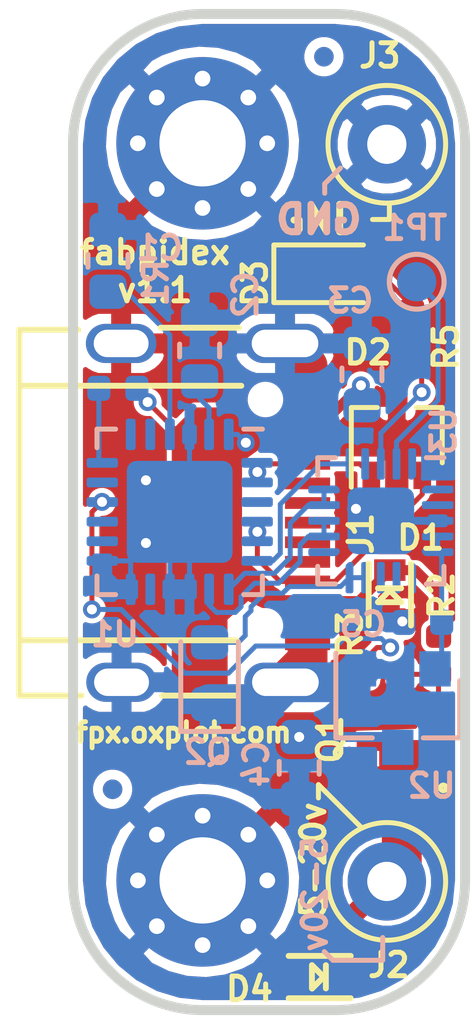
<source format=kicad_pcb>
(kicad_pcb (version 20171130) (host pcbnew 5.1.5)

  (general
    (thickness 1.6)
    (drawings 23)
    (tracks 182)
    (zones 0)
    (modules 28)
    (nets 40)
  )

  (page A4)
  (title_block
    (title fabpidex)
    (date 2020-04-18)
    (rev v1)
    (company oxplot)
  )

  (layers
    (0 F.Cu signal)
    (31 B.Cu signal)
    (32 B.Adhes user hide)
    (33 F.Adhes user hide)
    (34 B.Paste user)
    (35 F.Paste user)
    (36 B.SilkS user)
    (37 F.SilkS user)
    (38 B.Mask user)
    (39 F.Mask user)
    (40 Dwgs.User user hide)
    (41 Cmts.User user hide)
    (42 Eco1.User user hide)
    (43 Eco2.User user hide)
    (44 Edge.Cuts user)
    (45 Margin user hide)
    (46 B.CrtYd user)
    (47 F.CrtYd user)
    (48 B.Fab user hide)
    (49 F.Fab user hide)
  )

  (setup
    (last_trace_width 0.127)
    (user_trace_width 0.254)
    (user_trace_width 0.381)
    (user_trace_width 0.508)
    (user_trace_width 1.016)
    (user_trace_width 2.032)
    (trace_clearance 0.127)
    (zone_clearance 0.127)
    (zone_45_only no)
    (trace_min 0.127)
    (via_size 0.4572)
    (via_drill 0.254)
    (via_min_size 0.4572)
    (via_min_drill 0.254)
    (uvia_size 0.3)
    (uvia_drill 0.1)
    (uvias_allowed no)
    (uvia_min_size 0.2)
    (uvia_min_drill 0.1)
    (edge_width 0.1524)
    (segment_width 0.127)
    (pcb_text_width 0.127)
    (pcb_text_size 0.6 0.6)
    (mod_edge_width 0.127)
    (mod_text_size 0.6 0.6)
    (mod_text_width 0.127)
    (pad_size 0.7 1.4)
    (pad_drill 0.34)
    (pad_to_mask_clearance 0.051)
    (solder_mask_min_width 0.25)
    (aux_axis_origin 0 0)
    (visible_elements FFFFF77F)
    (pcbplotparams
      (layerselection 0x010fc_ffffffff)
      (usegerberextensions false)
      (usegerberattributes false)
      (usegerberadvancedattributes false)
      (creategerberjobfile false)
      (excludeedgelayer true)
      (linewidth 0.100000)
      (plotframeref false)
      (viasonmask false)
      (mode 1)
      (useauxorigin false)
      (hpglpennumber 1)
      (hpglpenspeed 20)
      (hpglpendiameter 15.000000)
      (psnegative false)
      (psa4output false)
      (plotreference true)
      (plotvalue true)
      (plotinvisibletext false)
      (padsonsilk false)
      (subtractmaskfromsilk false)
      (outputformat 1)
      (mirror false)
      (drillshape 0)
      (scaleselection 1)
      (outputdirectory "/home/mike/Desktop/"))
  )

  (net 0 "")
  (net 1 GND)
  (net 2 "Net-(C1-Pad1)")
  (net 3 "Net-(C2-Pad1)")
  (net 4 VBUS)
  (net 5 "Net-(D3-Pad2)")
  (net 6 Vdrive)
  (net 7 "Net-(J1-PadB8)")
  (net 8 "Net-(J1-PadB7)")
  (net 9 "Net-(J1-PadA8)")
  (net 10 "Net-(J1-PadB6)")
  (net 11 "Net-(J1-PadA7)")
  (net 12 "Net-(J1-PadA6)")
  (net 13 "Net-(Q1-Pad3)")
  (net 14 "Net-(Q2-Pad2)")
  (net 15 "Net-(R1-Pad1)")
  (net 16 "Net-(R3-Pad1)")
  (net 17 "Net-(R5-Pad2)")
  (net 18 "Net-(TP1-Pad1)")
  (net 19 "Net-(U1-Pad20)")
  (net 20 "Net-(U1-Pad19)")
  (net 21 "Net-(U1-Pad17)")
  (net 22 "Net-(U1-Pad15)")
  (net 23 "Net-(U1-Pad14)")
  (net 24 "Net-(U1-Pad11)")
  (net 25 SDA)
  (net 26 SCL)
  (net 27 PD_RESET)
  (net 28 "Net-(U1-Pad3)")
  (net 29 "Net-(U3-Pad20)")
  (net 30 "Net-(U3-Pad17)")
  (net 31 "Net-(U3-Pad11)")
  (net 32 "Net-(U3-Pad8)")
  (net 33 "Net-(U3-Pad6)")
  (net 34 "Net-(U3-Pad2)")
  (net 35 "Net-(U3-Pad1)")
  (net 36 /CC2)
  (net 37 /CC1)
  (net 38 +3V3)
  (net 39 "Net-(U3-Pad7)")

  (net_class Default "This is the default net class."
    (clearance 0.127)
    (trace_width 0.127)
    (via_dia 0.4572)
    (via_drill 0.254)
    (uvia_dia 0.3)
    (uvia_drill 0.1)
    (add_net +3V3)
    (add_net /CC1)
    (add_net /CC2)
    (add_net GND)
    (add_net "Net-(C1-Pad1)")
    (add_net "Net-(C2-Pad1)")
    (add_net "Net-(D3-Pad2)")
    (add_net "Net-(J1-PadA6)")
    (add_net "Net-(J1-PadA7)")
    (add_net "Net-(J1-PadA8)")
    (add_net "Net-(J1-PadB6)")
    (add_net "Net-(J1-PadB7)")
    (add_net "Net-(J1-PadB8)")
    (add_net "Net-(Q1-Pad3)")
    (add_net "Net-(Q2-Pad2)")
    (add_net "Net-(R1-Pad1)")
    (add_net "Net-(R3-Pad1)")
    (add_net "Net-(R5-Pad2)")
    (add_net "Net-(TP1-Pad1)")
    (add_net "Net-(U1-Pad11)")
    (add_net "Net-(U1-Pad14)")
    (add_net "Net-(U1-Pad15)")
    (add_net "Net-(U1-Pad17)")
    (add_net "Net-(U1-Pad19)")
    (add_net "Net-(U1-Pad20)")
    (add_net "Net-(U1-Pad3)")
    (add_net "Net-(U3-Pad1)")
    (add_net "Net-(U3-Pad11)")
    (add_net "Net-(U3-Pad17)")
    (add_net "Net-(U3-Pad2)")
    (add_net "Net-(U3-Pad20)")
    (add_net "Net-(U3-Pad6)")
    (add_net "Net-(U3-Pad7)")
    (add_net "Net-(U3-Pad8)")
    (add_net PD_RESET)
    (add_net SCL)
    (add_net SDA)
    (add_net VBUS)
    (add_net Vdrive)
  )

  (module fabpidex:USB4105-GF-A (layer F.Cu) (tedit 5E9C6FAD) (tstamp 5E9C6AE6)
    (at 160.8328 92.4306 270)
    (path /5E9BD19C)
    (fp_text reference J1 (at 0.5294 -4.8472 270) (layer F.SilkS)
      (effects (font (size 0.6 0.6) (thickness 0.127)))
    )
    (fp_text value USB_C_Receptacle (at -3.01 -11.3 90) (layer F.Fab)
      (effects (font (size 1 1) (thickness 0.15)))
    )
    (fp_line (start -3.24 -1.8) (end -3.24 3.83) (layer F.SilkS) (width 0.15))
    (fp_line (start 3.25 -1.68) (end 3.25 3.84) (layer F.SilkS) (width 0.15))
    (fp_line (start 4.66 3.86) (end 4.66 2.28) (layer F.SilkS) (width 0.15))
    (fp_line (start -4.67 3.86) (end 4.66 3.86) (layer F.SilkS) (width 0.15))
    (fp_line (start -4.67 2.36) (end -4.67 3.86) (layer F.SilkS) (width 0.15))
    (fp_line (start 4.66 -1.71) (end 4.66 0.22) (layer F.SilkS) (width 0.15))
    (fp_line (start -4.72 -1.74) (end -4.72 0.26) (layer F.SilkS) (width 0.15))
    (fp_line (start -5.21 4.33) (end -5.21 -4.45) (layer F.CrtYd) (width 0.05))
    (fp_line (start 5.21 4.33) (end -5.21 4.33) (layer F.CrtYd) (width 0.05))
    (fp_line (start 5.21 -4.45) (end 5.21 4.33) (layer F.CrtYd) (width 0.05))
    (fp_line (start -5.2 -4.45) (end 5.21 -4.45) (layer F.CrtYd) (width 0.05))
    (fp_line (start -4.47 -3.665) (end -4.47 3.875) (layer F.Fab) (width 0.15))
    (fp_line (start -4.47 -3.665) (end 4.47 -3.665) (layer F.Fab) (width 0.15))
    (fp_line (start 4.47 3.875) (end 4.47 -3.665) (layer F.Fab) (width 0.15))
    (fp_line (start -4.47 3.865) (end 4.47 3.865) (layer F.Fab) (width 0.15))
    (pad B1 smd rect (at 3.05 -3.49 270) (size 0.3 1.15) (layers F.Cu F.Paste F.Mask)
      (net 1 GND))
    (pad A9 smd rect (at 2.55 -3.49 270) (size 0.3 1.15) (layers F.Cu F.Paste F.Mask)
      (net 4 VBUS))
    (pad A12 smd rect (at 3.35 -3.49 270) (size 0.3 1.15) (layers F.Cu F.Paste F.Mask)
      (net 1 GND))
    (pad B4 smd rect (at 2.25 -3.49 270) (size 0.3 1.15) (layers F.Cu F.Paste F.Mask)
      (net 4 VBUS))
    (pad A1 smd rect (at -3.35 -3.49 270) (size 0.3 1.15) (layers F.Cu F.Paste F.Mask)
      (net 1 GND))
    (pad B12 smd rect (at -3.05 -3.49 270) (size 0.3 1.15) (layers F.Cu F.Paste F.Mask)
      (net 1 GND))
    (pad A4 smd rect (at -2.55 -3.49 270) (size 0.3 1.15) (layers F.Cu F.Paste F.Mask)
      (net 4 VBUS))
    (pad B9 smd rect (at -2.25 -3.49 270) (size 0.3 1.15) (layers F.Cu F.Paste F.Mask)
      (net 4 VBUS))
    (pad "" np_thru_hole circle (at 2.88 -2.415 270) (size 0.65 0.65) (drill 0.65) (layers *.Cu *.Mask))
    (pad "" np_thru_hole circle (at -2.89 -2.415 270) (size 0.65 0.65) (drill 0.65) (layers *.Cu *.Mask))
    (pad S1 thru_hole oval (at 4.32 1.255 270) (size 1 1.8) (drill oval 0.7 1.4) (layers *.Cu *.Mask)
      (net 1 GND))
    (pad S1 thru_hole oval (at 4.32 -2.925 270) (size 1 2.1) (drill oval 0.7 1.7) (layers *.Cu *.Mask)
      (net 1 GND))
    (pad B8 smd rect (at -1.75 -3.49 270) (size 0.3 1.15) (layers F.Cu F.Paste F.Mask)
      (net 7 "Net-(J1-PadB8)"))
    (pad A5 smd rect (at -1.25 -3.49 270) (size 0.3 1.15) (layers F.Cu F.Paste F.Mask)
      (net 37 /CC1))
    (pad B7 smd rect (at -0.75 -3.49 270) (size 0.3 1.15) (layers F.Cu F.Paste F.Mask)
      (net 8 "Net-(J1-PadB7)"))
    (pad B5 smd rect (at 1.75 -3.49 270) (size 0.3 1.15) (layers F.Cu F.Paste F.Mask)
      (net 36 /CC2))
    (pad A8 smd rect (at 1.25 -3.49 270) (size 0.3 1.15) (layers F.Cu F.Paste F.Mask)
      (net 9 "Net-(J1-PadA8)"))
    (pad B6 smd rect (at 0.75 -3.49 270) (size 0.3 1.15) (layers F.Cu F.Paste F.Mask)
      (net 10 "Net-(J1-PadB6)"))
    (pad A7 smd rect (at 0.25 -3.49 270) (size 0.3 1.15) (layers F.Cu F.Paste F.Mask)
      (net 11 "Net-(J1-PadA7)"))
    (pad A6 smd rect (at -0.25 -3.49 270) (size 0.3 1.15) (layers F.Cu F.Paste F.Mask)
      (net 12 "Net-(J1-PadA6)"))
    (pad S1 thru_hole oval (at -4.32 -2.915 270) (size 1 2.1) (drill oval 0.7 1.7) (layers *.Cu *.Mask)
      (net 1 GND))
    (pad S1 thru_hole oval (at -4.32 1.265 270) (size 1 1.8) (drill oval 0.7 1.4) (layers *.Cu *.Mask)
      (net 1 GND))
  )

  (module Fiducial:Fiducial_0.5mm_Mask1mm (layer F.Cu) (tedit 5C18CB26) (tstamp 5E9B9F60)
    (at 159.35 99.48)
    (descr "Circular Fiducial, 0.5mm bare copper, 1mm soldermask opening (Level C)")
    (tags fiducial)
    (attr smd)
    (fp_text reference "" (at 0 -1.5) (layer F.SilkS) hide
      (effects (font (size 1 1) (thickness 0.15)))
    )
    (fp_text value Fiducial_0.5mm_Mask1mm (at 0 1.5) (layer F.Fab)
      (effects (font (size 1 1) (thickness 0.15)))
    )
    (fp_circle (center 0 0) (end 0.5 0) (layer F.Fab) (width 0.1))
    (fp_text user %R (at 0 0) (layer F.Fab)
      (effects (font (size 0.2 0.2) (thickness 0.04)))
    )
    (fp_circle (center 0 0) (end 0.75 0) (layer F.CrtYd) (width 0.05))
    (pad "" smd circle (at 0 0) (size 0.5 0.5) (layers F.Cu F.Mask)
      (solder_mask_margin 0.25) (clearance 0.25))
  )

  (module Fiducial:Fiducial_0.5mm_Mask1mm (layer B.Cu) (tedit 5C18CB26) (tstamp 5E9B9F52)
    (at 159.35 99.48)
    (descr "Circular Fiducial, 0.5mm bare copper, 1mm soldermask opening (Level C)")
    (tags fiducial)
    (attr smd)
    (fp_text reference "" (at 0 1.5) (layer B.SilkS) hide
      (effects (font (size 1 1) (thickness 0.15)) (justify mirror))
    )
    (fp_text value Fiducial_0.5mm_Mask1mm (at 0 -1.5) (layer B.Fab)
      (effects (font (size 1 1) (thickness 0.15)) (justify mirror))
    )
    (fp_circle (center 0 0) (end 0.75 0) (layer B.CrtYd) (width 0.05))
    (fp_text user %R (at 0 0) (layer B.Fab)
      (effects (font (size 0.2 0.2) (thickness 0.04)) (justify mirror))
    )
    (fp_circle (center 0 0) (end 0.5 0) (layer B.Fab) (width 0.1))
    (pad "" smd circle (at 0 0) (size 0.5 0.5) (layers B.Cu B.Mask)
      (solder_mask_margin 0.25) (clearance 0.25))
  )

  (module Fiducial:Fiducial_0.5mm_Mask1mm (layer B.Cu) (tedit 5C18CB26) (tstamp 5E9B9F34)
    (at 164.74 80.8)
    (descr "Circular Fiducial, 0.5mm bare copper, 1mm soldermask opening (Level C)")
    (tags fiducial)
    (attr smd)
    (fp_text reference "" (at 0 1.5) (layer B.SilkS) hide
      (effects (font (size 1 1) (thickness 0.15)) (justify mirror))
    )
    (fp_text value Fiducial_0.5mm_Mask1mm (at 0 -1.5) (layer B.Fab)
      (effects (font (size 1 1) (thickness 0.15)) (justify mirror))
    )
    (fp_circle (center 0 0) (end 0.5 0) (layer B.Fab) (width 0.1))
    (fp_text user %R (at 0 0) (layer B.Fab)
      (effects (font (size 0.2 0.2) (thickness 0.04)) (justify mirror))
    )
    (fp_circle (center 0 0) (end 0.75 0) (layer B.CrtYd) (width 0.05))
    (pad "" smd circle (at 0 0) (size 0.5 0.5) (layers B.Cu B.Mask)
      (solder_mask_margin 0.25) (clearance 0.25))
  )

  (module Fiducial:Fiducial_0.5mm_Mask1mm (layer F.Cu) (tedit 5C18CB26) (tstamp 5E9C46D3)
    (at 164.74 80.8)
    (descr "Circular Fiducial, 0.5mm bare copper, 1mm soldermask opening (Level C)")
    (tags fiducial)
    (attr smd)
    (fp_text reference "" (at 0 -1.5) (layer F.SilkS) hide
      (effects (font (size 1 1) (thickness 0.15)))
    )
    (fp_text value Fiducial_0.5mm_Mask1mm (at 0 1.5) (layer F.Fab)
      (effects (font (size 1 1) (thickness 0.15)))
    )
    (fp_circle (center 0 0) (end 0.75 0) (layer F.CrtYd) (width 0.05))
    (fp_text user %R (at 0 0) (layer F.Fab)
      (effects (font (size 0.2 0.2) (thickness 0.04)))
    )
    (fp_circle (center 0 0) (end 0.5 0) (layer F.Fab) (width 0.1))
    (pad "" smd circle (at 0 0) (size 0.5 0.5) (layers F.Cu F.Mask)
      (solder_mask_margin 0.25) (clearance 0.25))
  )

  (module fabpidex:1610 (layer F.Cu) (tedit 5E9B10DA) (tstamp 5E9C6BD6)
    (at 166.4462 94.5388 270)
    (path /5E9B7AB6)
    (attr smd)
    (fp_text reference D1 (at -1.4732 -0.762 180) (layer F.SilkS)
      (effects (font (size 0.6 0.6) (thickness 0.127)))
    )
    (fp_text value ESDA25P35 (at -0.31242 -2.43332 90) (layer F.Fab)
      (effects (font (size 1 1) (thickness 0.15)))
    )
    (fp_line (start -1.11252 0.7366) (end -1.11252 -0.62992) (layer F.CrtYd) (width 0.05))
    (fp_line (start 1.13284 0.74168) (end -1.1176 0.74168) (layer F.CrtYd) (width 0.05))
    (fp_line (start 1.143 -0.61976) (end 1.143 0.74676) (layer F.CrtYd) (width 0.05))
    (fp_line (start -1.10744 -0.62484) (end 1.12268 -0.62484) (layer F.CrtYd) (width 0.05))
    (fp_text user REF** (at 0.04064 0.0762 90) (layer F.Fab)
      (effects (font (size 1 1) (thickness 0.15)))
    )
    (fp_line (start -0.92456 0.4191) (end -0.92456 -0.37846) (layer F.Fab) (width 0.1))
    (fp_line (start 0.87884 0.4191) (end -0.92456 0.4191) (layer F.Fab) (width 0.1))
    (fp_line (start 0.87884 -0.37846) (end 0.87884 0.4191) (layer F.Fab) (width 0.1))
    (fp_line (start -0.92456 -0.37846) (end 0.87884 -0.37846) (layer F.Fab) (width 0.1))
    (fp_line (start -0.18542 0.32766) (end -0.18542 -0.26416) (layer F.SilkS) (width 0.15))
    (fp_line (start 0.17018 0.32766) (end 0.17018 -0.26416) (layer F.SilkS) (width 0.15))
    (fp_line (start -0.12954 0.02794) (end 0.17018 0.32766) (layer F.SilkS) (width 0.15))
    (fp_line (start 0.16764 -0.26924) (end -0.12954 0.02794) (layer F.SilkS) (width 0.15))
    (fp_line (start -0.81788 0.56388) (end 0.76454 0.56388) (layer F.SilkS) (width 0.15))
    (fp_line (start -0.81788 -0.51562) (end 0.76454 -0.51562) (layer F.SilkS) (width 0.15))
    (pad 2 smd rect (at 0.6023 0.0254 270) (size 0.55 0.8) (layers F.Cu F.Paste F.Mask)
      (net 1 GND))
    (pad 1 smd rect (at -0.6477 0.0254 270) (size 0.55 0.8) (layers F.Cu F.Paste F.Mask)
      (net 4 VBUS))
  )

  (module fabpidex:1610 (layer F.Cu) (tedit 5E9B10DA) (tstamp 5E9B7876)
    (at 164.6047 104.2924 180)
    (path /5E9B7671)
    (attr smd)
    (fp_text reference D4 (at 1.7653 -0.2794) (layer F.SilkS)
      (effects (font (size 0.6 0.6) (thickness 0.127)))
    )
    (fp_text value ESDA25P35 (at -0.31242 -2.43332) (layer F.Fab)
      (effects (font (size 1 1) (thickness 0.15)))
    )
    (fp_line (start -1.11252 0.7366) (end -1.11252 -0.62992) (layer F.CrtYd) (width 0.05))
    (fp_line (start 1.13284 0.74168) (end -1.1176 0.74168) (layer F.CrtYd) (width 0.05))
    (fp_line (start 1.143 -0.61976) (end 1.143 0.74676) (layer F.CrtYd) (width 0.05))
    (fp_line (start -1.10744 -0.62484) (end 1.12268 -0.62484) (layer F.CrtYd) (width 0.05))
    (fp_text user REF** (at 0.04064 0.0762) (layer F.Fab)
      (effects (font (size 1 1) (thickness 0.15)))
    )
    (fp_line (start -0.92456 0.4191) (end -0.92456 -0.37846) (layer F.Fab) (width 0.1))
    (fp_line (start 0.87884 0.4191) (end -0.92456 0.4191) (layer F.Fab) (width 0.1))
    (fp_line (start 0.87884 -0.37846) (end 0.87884 0.4191) (layer F.Fab) (width 0.1))
    (fp_line (start -0.92456 -0.37846) (end 0.87884 -0.37846) (layer F.Fab) (width 0.1))
    (fp_line (start -0.18542 0.32766) (end -0.18542 -0.26416) (layer F.SilkS) (width 0.15))
    (fp_line (start 0.17018 0.32766) (end 0.17018 -0.26416) (layer F.SilkS) (width 0.15))
    (fp_line (start -0.12954 0.02794) (end 0.17018 0.32766) (layer F.SilkS) (width 0.15))
    (fp_line (start 0.16764 -0.26924) (end -0.12954 0.02794) (layer F.SilkS) (width 0.15))
    (fp_line (start -0.81788 0.56388) (end 0.76454 0.56388) (layer F.SilkS) (width 0.15))
    (fp_line (start -0.81788 -0.51562) (end 0.76454 -0.51562) (layer F.SilkS) (width 0.15))
    (pad 2 smd rect (at 0.6023 0.0254 180) (size 0.55 0.8) (layers F.Cu F.Paste F.Mask)
      (net 1 GND))
    (pad 1 smd rect (at -0.6477 0.0254 180) (size 0.55 0.8) (layers F.Cu F.Paste F.Mask)
      (net 6 Vdrive))
  )

  (module MountingHole:MountingHole_2.2mm_M2_Pad_Via (layer F.Cu) (tedit 5E9B0C61) (tstamp 5E9C7307)
    (at 161.6456 101.8032)
    (descr "Mounting Hole 2.2mm, M2")
    (tags "mounting hole 2.2mm m2")
    (attr virtual)
    (fp_text reference M2 (at 0 -3.2) (layer F.SilkS) hide
      (effects (font (size 0.6 0.6) (thickness 0.127)))
    )
    (fp_text value MountingHole_2.2mm_M2_Pad_Via (at 0 3.2) (layer F.Fab)
      (effects (font (size 1 1) (thickness 0.15)))
    )
    (fp_text user %R (at 0.3 0) (layer F.Fab) hide
      (effects (font (size 0.6 0.6) (thickness 0.15)))
    )
    (fp_circle (center 0 0) (end 2.2 0) (layer Cmts.User) (width 0.15))
    (fp_circle (center 0 0) (end 2.45 0) (layer F.CrtYd) (width 0.05))
    (pad 1 thru_hole circle (at 0 0) (size 4.4 4.4) (drill 2.2) (layers *.Cu *.Mask)
      (net 1 GND))
    (pad 1 thru_hole circle (at 1.65 0) (size 0.7 0.7) (drill 0.4) (layers *.Cu *.Mask)
      (net 1 GND))
    (pad 1 thru_hole circle (at 1.166726 1.166726) (size 0.7 0.7) (drill 0.4) (layers *.Cu *.Mask)
      (net 1 GND))
    (pad 1 thru_hole circle (at 0 1.65) (size 0.7 0.7) (drill 0.4) (layers *.Cu *.Mask)
      (net 1 GND))
    (pad 1 thru_hole circle (at -1.166726 1.166726) (size 0.7 0.7) (drill 0.4) (layers *.Cu *.Mask)
      (net 1 GND))
    (pad 1 thru_hole circle (at -1.65 0) (size 0.7 0.7) (drill 0.4) (layers *.Cu *.Mask)
      (net 1 GND))
    (pad 1 thru_hole circle (at -1.166726 -1.166726) (size 0.7 0.7) (drill 0.4) (layers *.Cu *.Mask)
      (net 1 GND))
    (pad 1 thru_hole circle (at 0 -1.65) (size 0.7 0.7) (drill 0.4) (layers *.Cu *.Mask)
      (net 1 GND))
    (pad 1 thru_hole circle (at 1.166726 -1.166726) (size 0.7 0.7) (drill 0.4) (layers *.Cu *.Mask)
      (net 1 GND))
  )

  (module MountingHole:MountingHole_2.2mm_M2_Pad_Via (layer F.Cu) (tedit 5E9B0C61) (tstamp 5E9B890E)
    (at 161.643926 83.0072)
    (descr "Mounting Hole 2.2mm, M2")
    (tags "mounting hole 2.2mm m2")
    (attr virtual)
    (fp_text reference M1 (at 0 -3.2) (layer F.SilkS) hide
      (effects (font (size 0.6 0.6) (thickness 0.127)))
    )
    (fp_text value MountingHole_2.2mm_M2_Pad_Via (at 0 3.2) (layer F.Fab)
      (effects (font (size 1 1) (thickness 0.15)))
    )
    (fp_circle (center 0 0) (end 2.45 0) (layer F.CrtYd) (width 0.05))
    (fp_circle (center 0 0) (end 2.2 0) (layer Cmts.User) (width 0.15))
    (fp_text user %R (at 0.3 0) (layer F.Fab) hide
      (effects (font (size 0.6 0.6) (thickness 0.15)))
    )
    (pad 1 thru_hole circle (at 1.166726 -1.166726) (size 0.7 0.7) (drill 0.4) (layers *.Cu *.Mask)
      (net 1 GND))
    (pad 1 thru_hole circle (at 0 -1.65) (size 0.7 0.7) (drill 0.4) (layers *.Cu *.Mask)
      (net 1 GND))
    (pad 1 thru_hole circle (at -1.166726 -1.166726) (size 0.7 0.7) (drill 0.4) (layers *.Cu *.Mask)
      (net 1 GND))
    (pad 1 thru_hole circle (at -1.65 0) (size 0.7 0.7) (drill 0.4) (layers *.Cu *.Mask)
      (net 1 GND))
    (pad 1 thru_hole circle (at -1.166726 1.166726) (size 0.7 0.7) (drill 0.4) (layers *.Cu *.Mask)
      (net 1 GND))
    (pad 1 thru_hole circle (at 0 1.65) (size 0.7 0.7) (drill 0.4) (layers *.Cu *.Mask)
      (net 1 GND))
    (pad 1 thru_hole circle (at 1.166726 1.166726) (size 0.7 0.7) (drill 0.4) (layers *.Cu *.Mask)
      (net 1 GND))
    (pad 1 thru_hole circle (at 1.65 0) (size 0.7 0.7) (drill 0.4) (layers *.Cu *.Mask)
      (net 1 GND))
    (pad 1 thru_hole circle (at 0 0) (size 4.4 4.4) (drill 2.2) (layers *.Cu *.Mask)
      (net 1 GND))
  )

  (module Package_DFN_QFN:VQFN-20-1EP_3x3mm_P0.4mm_EP1.7x1.7mm (layer B.Cu) (tedit 5C1BF39E) (tstamp 5E9C6750)
    (at 166.1922 92.6338 180)
    (descr "VQFN, 20 Pin (http://ww1.microchip.com/downloads/en/DeviceDoc/20%20Lead%20VQFN%203x3x0_9mm_1_7EP%20U2B%20C04-21496a.pdf), generated with kicad-footprint-generator ipc_dfn_qfn_generator.py")
    (tags "VQFN DFN_QFN")
    (path /5E9A700D)
    (attr smd)
    (fp_text reference U3 (at -1.6002 2.286 90) (layer B.SilkS)
      (effects (font (size 0.6 0.6) (thickness 0.127)) (justify mirror))
    )
    (fp_text value ATtiny816-M (at 0 -2.8) (layer B.Fab)
      (effects (font (size 1 1) (thickness 0.15)) (justify mirror))
    )
    (fp_text user %R (at 0 0) (layer B.Fab)
      (effects (font (size 0.6 0.6) (thickness 0.15)) (justify mirror))
    )
    (fp_line (start 2.1 2.1) (end -2.1 2.1) (layer B.CrtYd) (width 0.05))
    (fp_line (start 2.1 -2.1) (end 2.1 2.1) (layer B.CrtYd) (width 0.05))
    (fp_line (start -2.1 -2.1) (end 2.1 -2.1) (layer B.CrtYd) (width 0.05))
    (fp_line (start -2.1 2.1) (end -2.1 -2.1) (layer B.CrtYd) (width 0.05))
    (fp_line (start -1.5 0.75) (end -0.75 1.5) (layer B.Fab) (width 0.15))
    (fp_line (start -1.5 -1.5) (end -1.5 0.75) (layer B.Fab) (width 0.15))
    (fp_line (start 1.5 -1.5) (end -1.5 -1.5) (layer B.Fab) (width 0.15))
    (fp_line (start 1.5 1.5) (end 1.5 -1.5) (layer B.Fab) (width 0.15))
    (fp_line (start -0.75 1.5) (end 1.5 1.5) (layer B.Fab) (width 0.15))
    (fp_line (start -1.16 1.61) (end -1.61 1.61) (layer B.SilkS) (width 0.127))
    (fp_line (start 1.61 -1.61) (end 1.61 -1.16) (layer B.SilkS) (width 0.127))
    (fp_line (start 1.16 -1.61) (end 1.61 -1.61) (layer B.SilkS) (width 0.127))
    (fp_line (start -1.61 -1.61) (end -1.61 -1.16) (layer B.SilkS) (width 0.127))
    (fp_line (start -1.16 -1.61) (end -1.61 -1.61) (layer B.SilkS) (width 0.127))
    (fp_line (start 1.61 1.61) (end 1.61 1.16) (layer B.SilkS) (width 0.127))
    (fp_line (start 1.16 1.61) (end 1.61 1.61) (layer B.SilkS) (width 0.127))
    (pad 20 smd custom (at -0.8 1.45 180) (size 0.143431 0.143431) (layers B.Cu B.Paste B.Mask)
      (net 29 "Net-(U3-Pad20)")
      (options (clearance outline) (anchor circle))
      (primitives
        (gr_poly (pts
           (xy -0.05 0.35) (xy 0.05 0.35) (xy 0.05 -0.35) (xy 0.000711 -0.35) (xy -0.05 -0.299289)
) (width 0.1))
      ))
    (pad 19 smd roundrect (at -0.4 1.45 180) (size 0.2 0.8) (layers B.Cu B.Paste B.Mask) (roundrect_rratio 0.25)
      (net 18 "Net-(TP1-Pad1)"))
    (pad 18 smd roundrect (at 0 1.45 180) (size 0.2 0.8) (layers B.Cu B.Paste B.Mask) (roundrect_rratio 0.25)
      (net 17 "Net-(R5-Pad2)"))
    (pad 17 smd roundrect (at 0.4 1.45 180) (size 0.2 0.8) (layers B.Cu B.Paste B.Mask) (roundrect_rratio 0.25)
      (net 30 "Net-(U3-Pad17)"))
    (pad 16 smd custom (at 0.8 1.45 180) (size 0.143431 0.143431) (layers B.Cu B.Paste B.Mask)
      (net 27 PD_RESET)
      (options (clearance outline) (anchor circle))
      (primitives
        (gr_poly (pts
           (xy -0.05 0.35) (xy 0.05 0.35) (xy 0.05 -0.299289) (xy -0.000711 -0.35) (xy -0.05 -0.35)
) (width 0.1))
      ))
    (pad 15 smd custom (at 1.45 0.8 180) (size 0.143431 0.143431) (layers B.Cu B.Paste B.Mask)
      (net 26 SCL)
      (options (clearance outline) (anchor circle))
      (primitives
        (gr_poly (pts
           (xy -0.35 -0.000711) (xy -0.299289 0.05) (xy 0.35 0.05) (xy 0.35 -0.05) (xy -0.35 -0.05)
) (width 0.1))
      ))
    (pad 14 smd roundrect (at 1.45 0.4 180) (size 0.8 0.2) (layers B.Cu B.Paste B.Mask) (roundrect_rratio 0.25)
      (net 26 SCL))
    (pad 13 smd roundrect (at 1.45 0 180) (size 0.8 0.2) (layers B.Cu B.Paste B.Mask) (roundrect_rratio 0.25)
      (net 25 SDA))
    (pad 12 smd roundrect (at 1.45 -0.4 180) (size 0.8 0.2) (layers B.Cu B.Paste B.Mask) (roundrect_rratio 0.25)
      (net 25 SDA))
    (pad 11 smd custom (at 1.45 -0.8 180) (size 0.143431 0.143431) (layers B.Cu B.Paste B.Mask)
      (net 31 "Net-(U3-Pad11)")
      (options (clearance outline) (anchor circle))
      (primitives
        (gr_poly (pts
           (xy -0.35 0.05) (xy 0.35 0.05) (xy 0.35 -0.05) (xy -0.299289 -0.05) (xy -0.35 0.000711)
) (width 0.1))
      ))
    (pad 10 smd custom (at 0.8 -1.45 180) (size 0.143431 0.143431) (layers B.Cu B.Paste B.Mask)
      (net 14 "Net-(Q2-Pad2)")
      (options (clearance outline) (anchor circle))
      (primitives
        (gr_poly (pts
           (xy -0.05 0.35) (xy -0.000711 0.35) (xy 0.05 0.299289) (xy 0.05 -0.35) (xy -0.05 -0.35)
) (width 0.1))
      ))
    (pad 9 smd roundrect (at 0.4 -1.45 180) (size 0.2 0.8) (layers B.Cu B.Paste B.Mask) (roundrect_rratio 0.25)
      (net 14 "Net-(Q2-Pad2)"))
    (pad 8 smd roundrect (at 0 -1.45 180) (size 0.2 0.8) (layers B.Cu B.Paste B.Mask) (roundrect_rratio 0.25)
      (net 32 "Net-(U3-Pad8)"))
    (pad 7 smd roundrect (at -0.4 -1.45 180) (size 0.2 0.8) (layers B.Cu B.Paste B.Mask) (roundrect_rratio 0.25)
      (net 39 "Net-(U3-Pad7)"))
    (pad 6 smd custom (at -0.8 -1.45 180) (size 0.143431 0.143431) (layers B.Cu B.Paste B.Mask)
      (net 33 "Net-(U3-Pad6)")
      (options (clearance outline) (anchor circle))
      (primitives
        (gr_poly (pts
           (xy -0.05 0.299289) (xy 0.000711 0.35) (xy 0.05 0.35) (xy 0.05 -0.35) (xy -0.05 -0.35)
) (width 0.1))
      ))
    (pad 5 smd custom (at -1.45 -0.8 180) (size 0.143431 0.143431) (layers B.Cu B.Paste B.Mask)
      (net 38 +3V3)
      (options (clearance outline) (anchor circle))
      (primitives
        (gr_poly (pts
           (xy -0.35 0.05) (xy 0.35 0.05) (xy 0.35 0.000711) (xy 0.299289 -0.05) (xy -0.35 -0.05)
) (width 0.1))
      ))
    (pad 4 smd roundrect (at -1.45 -0.4 180) (size 0.8 0.2) (layers B.Cu B.Paste B.Mask) (roundrect_rratio 0.25)
      (net 38 +3V3))
    (pad 3 smd roundrect (at -1.45 0 180) (size 0.8 0.2) (layers B.Cu B.Paste B.Mask) (roundrect_rratio 0.25)
      (net 1 GND))
    (pad 2 smd roundrect (at -1.45 0.4 180) (size 0.8 0.2) (layers B.Cu B.Paste B.Mask) (roundrect_rratio 0.25)
      (net 34 "Net-(U3-Pad2)"))
    (pad 1 smd custom (at -1.45 0.8 180) (size 0.143431 0.143431) (layers B.Cu B.Paste B.Mask)
      (net 35 "Net-(U3-Pad1)")
      (options (clearance outline) (anchor circle))
      (primitives
        (gr_poly (pts
           (xy -0.35 0.05) (xy 0.299289 0.05) (xy 0.35 -0.000711) (xy 0.35 -0.05) (xy -0.35 -0.05)
) (width 0.1))
      ))
    (pad "" smd roundrect (at 0.425 -0.425 180) (size 0.69 0.69) (layers B.Paste) (roundrect_rratio 0.25))
    (pad "" smd roundrect (at 0.425 0.425 180) (size 0.69 0.69) (layers B.Paste) (roundrect_rratio 0.25))
    (pad "" smd roundrect (at -0.425 -0.425 180) (size 0.69 0.69) (layers B.Paste) (roundrect_rratio 0.25))
    (pad "" smd roundrect (at -0.425 0.425 180) (size 0.69 0.69) (layers B.Paste) (roundrect_rratio 0.25))
    (pad 21 smd roundrect (at 0 0 180) (size 1.7 1.7) (layers B.Cu B.Mask) (roundrect_rratio 0.147059)
      (net 1 GND))
    (model ${KISYS3DMOD}/Package_DFN_QFN.3dshapes/VQFN-20-1EP_3x3mm_P0.4mm_EP1.7x1.7mm.wrl
      (at (xyz 0 0 0))
      (scale (xyz 1 1 1))
      (rotate (xyz 0 0 0))
    )
  )

  (module Package_TO_SOT_SMD:SOT-23 (layer B.Cu) (tedit 5A02FF57) (tstamp 5E9C654A)
    (at 166.624 97.409 270)
    (descr "SOT-23, Standard")
    (tags SOT-23)
    (path /5E9AB6BF)
    (attr smd)
    (fp_text reference U2 (at 1.9812 -0.8636) (layer B.SilkS)
      (effects (font (size 0.6 0.6) (thickness 0.127)) (justify mirror))
    )
    (fp_text value MCP1799T-3302H_TT (at 0 -2.5 90) (layer B.Fab)
      (effects (font (size 1 1) (thickness 0.15)) (justify mirror))
    )
    (fp_line (start 0.76 -1.58) (end -0.7 -1.58) (layer B.SilkS) (width 0.127))
    (fp_line (start 0.76 1.58) (end -1.4 1.58) (layer B.SilkS) (width 0.127))
    (fp_line (start -1.7 -1.75) (end -1.7 1.75) (layer B.CrtYd) (width 0.05))
    (fp_line (start 1.7 -1.75) (end -1.7 -1.75) (layer B.CrtYd) (width 0.05))
    (fp_line (start 1.7 1.75) (end 1.7 -1.75) (layer B.CrtYd) (width 0.05))
    (fp_line (start -1.7 1.75) (end 1.7 1.75) (layer B.CrtYd) (width 0.05))
    (fp_line (start 0.76 1.58) (end 0.76 0.65) (layer B.SilkS) (width 0.127))
    (fp_line (start 0.76 -1.58) (end 0.76 -0.65) (layer B.SilkS) (width 0.127))
    (fp_line (start -0.7 -1.52) (end 0.7 -1.52) (layer B.Fab) (width 0.15))
    (fp_line (start 0.7 1.52) (end 0.7 -1.52) (layer B.Fab) (width 0.15))
    (fp_line (start -0.7 0.95) (end -0.15 1.52) (layer B.Fab) (width 0.15))
    (fp_line (start -0.15 1.52) (end 0.7 1.52) (layer B.Fab) (width 0.15))
    (fp_line (start -0.7 0.95) (end -0.7 -1.5) (layer B.Fab) (width 0.15))
    (fp_text user %R (at 0 0 180) (layer B.Fab)
      (effects (font (size 0.6 0.6) (thickness 0.15)) (justify mirror))
    )
    (pad 3 smd rect (at 1 0 270) (size 0.9 0.8) (layers B.Cu B.Paste B.Mask)
      (net 4 VBUS))
    (pad 2 smd rect (at -1 -0.95 270) (size 0.9 0.8) (layers B.Cu B.Paste B.Mask)
      (net 38 +3V3))
    (pad 1 smd rect (at -1 0.95 270) (size 0.9 0.8) (layers B.Cu B.Paste B.Mask)
      (net 1 GND))
    (model ${KISYS3DMOD}/Package_TO_SOT_SMD.3dshapes/SOT-23.wrl
      (at (xyz 0 0 0))
      (scale (xyz 1 1 1))
      (rotate (xyz 0 0 0))
    )
  )

  (module Package_DFN_QFN:QFN-24-1EP_4x4mm_P0.5mm_EP2.7x2.6mm (layer B.Cu) (tedit 5C1FD453) (tstamp 5E9B81A3)
    (at 161.0614 92.4052 180)
    (descr "QFN, 24 Pin (https://store.invensense.com/datasheets/invensense/MPU-6050_DataSheet_V3%204.pdf), generated with kicad-footprint-generator ipc_dfn_qfn_generator.py")
    (tags "QFN DFN_QFN")
    (path /5E9A708F)
    (attr smd)
    (fp_text reference U1 (at 1.651 -3.1242) (layer B.SilkS)
      (effects (font (size 0.6 0.6) (thickness 0.127)) (justify mirror))
    )
    (fp_text value STUSB4500 (at 0 -3.32) (layer B.Fab)
      (effects (font (size 1 1) (thickness 0.15)) (justify mirror))
    )
    (fp_text user %R (at 0 0) (layer B.Fab)
      (effects (font (size 0.6 0.6) (thickness 0.15)) (justify mirror))
    )
    (fp_line (start 2.62 2.62) (end -2.62 2.62) (layer B.CrtYd) (width 0.05))
    (fp_line (start 2.62 -2.62) (end 2.62 2.62) (layer B.CrtYd) (width 0.05))
    (fp_line (start -2.62 -2.62) (end 2.62 -2.62) (layer B.CrtYd) (width 0.05))
    (fp_line (start -2.62 2.62) (end -2.62 -2.62) (layer B.CrtYd) (width 0.05))
    (fp_line (start -2 1) (end -1 2) (layer B.Fab) (width 0.15))
    (fp_line (start -2 -2) (end -2 1) (layer B.Fab) (width 0.15))
    (fp_line (start 2 -2) (end -2 -2) (layer B.Fab) (width 0.15))
    (fp_line (start 2 2) (end 2 -2) (layer B.Fab) (width 0.15))
    (fp_line (start -1 2) (end 2 2) (layer B.Fab) (width 0.15))
    (fp_line (start -1.635 2.11) (end -2.11 2.11) (layer B.SilkS) (width 0.127))
    (fp_line (start 2.11 -2.11) (end 2.11 -1.635) (layer B.SilkS) (width 0.127))
    (fp_line (start 1.635 -2.11) (end 2.11 -2.11) (layer B.SilkS) (width 0.127))
    (fp_line (start -2.11 -2.11) (end -2.11 -1.635) (layer B.SilkS) (width 0.127))
    (fp_line (start -1.635 -2.11) (end -2.11 -2.11) (layer B.SilkS) (width 0.127))
    (fp_line (start 2.11 2.11) (end 2.11 1.635) (layer B.SilkS) (width 0.127))
    (fp_line (start 1.635 2.11) (end 2.11 2.11) (layer B.SilkS) (width 0.127))
    (pad 24 smd roundrect (at -1.25 1.975 180) (size 0.25 0.8) (layers B.Cu B.Paste B.Mask) (roundrect_rratio 0.25)
      (net 4 VBUS))
    (pad 23 smd roundrect (at -0.75 1.975 180) (size 0.25 0.8) (layers B.Cu B.Paste B.Mask) (roundrect_rratio 0.25)
      (net 3 "Net-(C2-Pad1)"))
    (pad 22 smd roundrect (at -0.25 1.975 180) (size 0.25 0.8) (layers B.Cu B.Paste B.Mask) (roundrect_rratio 0.25)
      (net 1 GND))
    (pad 21 smd roundrect (at 0.25 1.975 180) (size 0.25 0.8) (layers B.Cu B.Paste B.Mask) (roundrect_rratio 0.25)
      (net 2 "Net-(C1-Pad1)"))
    (pad 20 smd roundrect (at 0.75 1.975 180) (size 0.25 0.8) (layers B.Cu B.Paste B.Mask) (roundrect_rratio 0.25)
      (net 19 "Net-(U1-Pad20)"))
    (pad 19 smd roundrect (at 1.25 1.975 180) (size 0.25 0.8) (layers B.Cu B.Paste B.Mask) (roundrect_rratio 0.25)
      (net 20 "Net-(U1-Pad19)"))
    (pad 18 smd roundrect (at 1.975 1.25 180) (size 0.8 0.25) (layers B.Cu B.Paste B.Mask) (roundrect_rratio 0.25)
      (net 15 "Net-(R1-Pad1)"))
    (pad 17 smd roundrect (at 1.975 0.75 180) (size 0.8 0.25) (layers B.Cu B.Paste B.Mask) (roundrect_rratio 0.25)
      (net 21 "Net-(U1-Pad17)"))
    (pad 16 smd roundrect (at 1.975 0.25 180) (size 0.8 0.25) (layers B.Cu B.Paste B.Mask) (roundrect_rratio 0.25)
      (net 16 "Net-(R3-Pad1)"))
    (pad 15 smd roundrect (at 1.975 -0.25 180) (size 0.8 0.25) (layers B.Cu B.Paste B.Mask) (roundrect_rratio 0.25)
      (net 22 "Net-(U1-Pad15)"))
    (pad 14 smd roundrect (at 1.975 -0.75 180) (size 0.8 0.25) (layers B.Cu B.Paste B.Mask) (roundrect_rratio 0.25)
      (net 23 "Net-(U1-Pad14)"))
    (pad 13 smd roundrect (at 1.975 -1.25 180) (size 0.8 0.25) (layers B.Cu B.Paste B.Mask) (roundrect_rratio 0.25)
      (net 1 GND))
    (pad 12 smd roundrect (at 1.25 -1.975 180) (size 0.25 0.8) (layers B.Cu B.Paste B.Mask) (roundrect_rratio 0.25)
      (net 1 GND))
    (pad 11 smd roundrect (at 0.75 -1.975 180) (size 0.25 0.8) (layers B.Cu B.Paste B.Mask) (roundrect_rratio 0.25)
      (net 24 "Net-(U1-Pad11)"))
    (pad 10 smd roundrect (at 0.25 -1.975 180) (size 0.25 0.8) (layers B.Cu B.Paste B.Mask) (roundrect_rratio 0.25)
      (net 1 GND))
    (pad 9 smd roundrect (at -0.25 -1.975 180) (size 0.25 0.8) (layers B.Cu B.Paste B.Mask) (roundrect_rratio 0.25)
      (net 1 GND))
    (pad 8 smd roundrect (at -0.75 -1.975 180) (size 0.25 0.8) (layers B.Cu B.Paste B.Mask) (roundrect_rratio 0.25)
      (net 25 SDA))
    (pad 7 smd roundrect (at -1.25 -1.975 180) (size 0.25 0.8) (layers B.Cu B.Paste B.Mask) (roundrect_rratio 0.25)
      (net 26 SCL))
    (pad 6 smd roundrect (at -1.975 -1.25 180) (size 0.8 0.25) (layers B.Cu B.Paste B.Mask) (roundrect_rratio 0.25)
      (net 27 PD_RESET))
    (pad 5 smd roundrect (at -1.975 -0.75 180) (size 0.8 0.25) (layers B.Cu B.Paste B.Mask) (roundrect_rratio 0.25)
      (net 36 /CC2))
    (pad 4 smd roundrect (at -1.975 -0.25 180) (size 0.8 0.25) (layers B.Cu B.Paste B.Mask) (roundrect_rratio 0.25)
      (net 36 /CC2))
    (pad 3 smd roundrect (at -1.975 0.25 180) (size 0.8 0.25) (layers B.Cu B.Paste B.Mask) (roundrect_rratio 0.25)
      (net 28 "Net-(U1-Pad3)"))
    (pad 2 smd roundrect (at -1.975 0.75 180) (size 0.8 0.25) (layers B.Cu B.Paste B.Mask) (roundrect_rratio 0.25)
      (net 37 /CC1))
    (pad 1 smd roundrect (at -1.975 1.25 180) (size 0.8 0.25) (layers B.Cu B.Paste B.Mask) (roundrect_rratio 0.25)
      (net 37 /CC1))
    (pad "" smd roundrect (at 0.675 -0.65 180) (size 1.09 1.05) (layers B.Paste) (roundrect_rratio 0.238095))
    (pad "" smd roundrect (at 0.675 0.65 180) (size 1.09 1.05) (layers B.Paste) (roundrect_rratio 0.238095))
    (pad "" smd roundrect (at -0.675 -0.65 180) (size 1.09 1.05) (layers B.Paste) (roundrect_rratio 0.238095))
    (pad "" smd roundrect (at -0.675 0.65 180) (size 1.09 1.05) (layers B.Paste) (roundrect_rratio 0.238095))
    (pad 25 smd roundrect (at 0 0 180) (size 2.7 2.6) (layers B.Cu B.Mask) (roundrect_rratio 0.096154)
      (net 1 GND))
    (model ${KISYS3DMOD}/Package_DFN_QFN.3dshapes/QFN-24-1EP_4x4mm_P0.5mm_EP2.7x2.6mm.wrl
      (at (xyz 0 0 0))
      (scale (xyz 1 1 1))
      (rotate (xyz 0 0 0))
    )
  )

  (module TestPoint:TestPoint_Pad_D1.0mm (layer B.Cu) (tedit 5A0F774F) (tstamp 5E9B7942)
    (at 167.1066 86.5378)
    (descr "SMD pad as test Point, diameter 1.0mm")
    (tags "test point SMD pad")
    (path /5E9C9CE1)
    (attr virtual)
    (fp_text reference TP1 (at -0.0508 -1.3716) (layer B.SilkS)
      (effects (font (size 0.6 0.6) (thickness 0.127)) (justify mirror))
    )
    (fp_text value UPDI (at 0 -1.55) (layer B.Fab)
      (effects (font (size 1 1) (thickness 0.15)) (justify mirror))
    )
    (fp_circle (center 0 0) (end 0 -0.7) (layer B.SilkS) (width 0.127))
    (fp_circle (center 0 0) (end 1 0) (layer B.CrtYd) (width 0.05))
    (fp_text user %R (at 0 1.45) (layer B.Fab)
      (effects (font (size 0.6 0.6) (thickness 0.15)) (justify mirror))
    )
    (pad 1 smd circle (at 0 0) (size 1 1) (layers B.Cu B.Mask)
      (net 18 "Net-(TP1-Pad1)"))
  )

  (module Resistor_SMD:R_0402_1005Metric (layer F.Cu) (tedit 5B301BBD) (tstamp 5E9C64C0)
    (at 166.9796 87.757 270)
    (descr "Resistor SMD 0402 (1005 Metric), square (rectangular) end terminal, IPC_7351 nominal, (Body size source: http://www.tortai-tech.com/upload/download/2011102023233369053.pdf), generated with kicad-footprint-generator")
    (tags resistor)
    (path /5EA343CD)
    (attr smd)
    (fp_text reference R5 (at 0.443 -0.8704 270) (layer F.SilkS)
      (effects (font (size 0.6 0.6) (thickness 0.127)))
    )
    (fp_text value 330 (at 0 1.17 90) (layer F.Fab)
      (effects (font (size 1 1) (thickness 0.15)))
    )
    (fp_text user %R (at 0 0 90) (layer F.Fab)
      (effects (font (size 0.6 0.6) (thickness 0.15)))
    )
    (fp_line (start 0.93 0.47) (end -0.93 0.47) (layer F.CrtYd) (width 0.05))
    (fp_line (start 0.93 -0.47) (end 0.93 0.47) (layer F.CrtYd) (width 0.05))
    (fp_line (start -0.93 -0.47) (end 0.93 -0.47) (layer F.CrtYd) (width 0.05))
    (fp_line (start -0.93 0.47) (end -0.93 -0.47) (layer F.CrtYd) (width 0.05))
    (fp_line (start 0.5 0.25) (end -0.5 0.25) (layer F.Fab) (width 0.15))
    (fp_line (start 0.5 -0.25) (end 0.5 0.25) (layer F.Fab) (width 0.15))
    (fp_line (start -0.5 -0.25) (end 0.5 -0.25) (layer F.Fab) (width 0.15))
    (fp_line (start -0.5 0.25) (end -0.5 -0.25) (layer F.Fab) (width 0.15))
    (pad 2 smd roundrect (at 0.485 0 270) (size 0.59 0.64) (layers F.Cu F.Paste F.Mask) (roundrect_rratio 0.25)
      (net 17 "Net-(R5-Pad2)"))
    (pad 1 smd roundrect (at -0.485 0 270) (size 0.59 0.64) (layers F.Cu F.Paste F.Mask) (roundrect_rratio 0.25)
      (net 5 "Net-(D3-Pad2)"))
    (model ${KISYS3DMOD}/Resistor_SMD.3dshapes/R_0402_1005Metric.wrl
      (at (xyz 0 0 0))
      (scale (xyz 1 1 1))
      (rotate (xyz 0 0 0))
    )
  )

  (module Resistor_SMD:R_0402_1005Metric (layer F.Cu) (tedit 5B301BBD) (tstamp 5E9C68AE)
    (at 166.243 96.52)
    (descr "Resistor SMD 0402 (1005 Metric), square (rectangular) end terminal, IPC_7351 nominal, (Body size source: http://www.tortai-tech.com/upload/download/2011102023233369053.pdf), generated with kicad-footprint-generator")
    (tags resistor)
    (path /5EA2A725)
    (attr smd)
    (fp_text reference R3 (at -0.8382 -0.9906 270) (layer F.SilkS)
      (effects (font (size 0.6 0.6) (thickness 0.127)))
    )
    (fp_text value 18k (at 0 1.17 180) (layer F.Fab)
      (effects (font (size 1 1) (thickness 0.15)))
    )
    (fp_text user %R (at 0 0 180) (layer F.Fab)
      (effects (font (size 0.6 0.6) (thickness 0.15)))
    )
    (fp_line (start 0.93 0.47) (end -0.93 0.47) (layer F.CrtYd) (width 0.05))
    (fp_line (start 0.93 -0.47) (end 0.93 0.47) (layer F.CrtYd) (width 0.05))
    (fp_line (start -0.93 -0.47) (end 0.93 -0.47) (layer F.CrtYd) (width 0.05))
    (fp_line (start -0.93 0.47) (end -0.93 -0.47) (layer F.CrtYd) (width 0.05))
    (fp_line (start 0.5 0.25) (end -0.5 0.25) (layer F.Fab) (width 0.15))
    (fp_line (start 0.5 -0.25) (end 0.5 0.25) (layer F.Fab) (width 0.15))
    (fp_line (start -0.5 -0.25) (end 0.5 -0.25) (layer F.Fab) (width 0.15))
    (fp_line (start -0.5 0.25) (end -0.5 -0.25) (layer F.Fab) (width 0.15))
    (pad 2 smd roundrect (at 0.485 0) (size 0.59 0.64) (layers F.Cu F.Paste F.Mask) (roundrect_rratio 0.25)
      (net 13 "Net-(Q1-Pad3)"))
    (pad 1 smd roundrect (at -0.485 0) (size 0.59 0.64) (layers F.Cu F.Paste F.Mask) (roundrect_rratio 0.25)
      (net 16 "Net-(R3-Pad1)"))
    (model ${KISYS3DMOD}/Resistor_SMD.3dshapes/R_0402_1005Metric.wrl
      (at (xyz 0 0 0))
      (scale (xyz 1 1 1))
      (rotate (xyz 0 0 0))
    )
  )

  (module Resistor_SMD:R_0402_1005Metric (layer F.Cu) (tedit 5B301BBD) (tstamp 5E9B790D)
    (at 167.6654 96.0628 90)
    (descr "Resistor SMD 0402 (1005 Metric), square (rectangular) end terminal, IPC_7351 nominal, (Body size source: http://www.tortai-tech.com/upload/download/2011102023233369053.pdf), generated with kicad-footprint-generator")
    (tags resistor)
    (path /5EA2A12D)
    (attr smd)
    (fp_text reference R2 (at 1.524 0.0762 90) (layer F.SilkS)
      (effects (font (size 0.6 0.6) (thickness 0.127)))
    )
    (fp_text value 100k (at 0 1.17 90) (layer F.Fab)
      (effects (font (size 1 1) (thickness 0.15)))
    )
    (fp_text user %R (at 0 0 90) (layer F.Fab)
      (effects (font (size 0.6 0.6) (thickness 0.15)))
    )
    (fp_line (start 0.93 0.47) (end -0.93 0.47) (layer F.CrtYd) (width 0.05))
    (fp_line (start 0.93 -0.47) (end 0.93 0.47) (layer F.CrtYd) (width 0.05))
    (fp_line (start -0.93 -0.47) (end 0.93 -0.47) (layer F.CrtYd) (width 0.05))
    (fp_line (start -0.93 0.47) (end -0.93 -0.47) (layer F.CrtYd) (width 0.05))
    (fp_line (start 0.5 0.25) (end -0.5 0.25) (layer F.Fab) (width 0.15))
    (fp_line (start 0.5 -0.25) (end 0.5 0.25) (layer F.Fab) (width 0.15))
    (fp_line (start -0.5 -0.25) (end 0.5 -0.25) (layer F.Fab) (width 0.15))
    (fp_line (start -0.5 0.25) (end -0.5 -0.25) (layer F.Fab) (width 0.15))
    (pad 2 smd roundrect (at 0.485 0 90) (size 0.59 0.64) (layers F.Cu F.Paste F.Mask) (roundrect_rratio 0.25)
      (net 4 VBUS))
    (pad 1 smd roundrect (at -0.485 0 90) (size 0.59 0.64) (layers F.Cu F.Paste F.Mask) (roundrect_rratio 0.25)
      (net 13 "Net-(Q1-Pad3)"))
    (model ${KISYS3DMOD}/Resistor_SMD.3dshapes/R_0402_1005Metric.wrl
      (at (xyz 0 0 0))
      (scale (xyz 1 1 1))
      (rotate (xyz 0 0 0))
    )
  )

  (module Resistor_SMD:R_0402_1005Metric (layer B.Cu) (tedit 5B301BBD) (tstamp 5E9B78FE)
    (at 159.4842 89.2556)
    (descr "Resistor SMD 0402 (1005 Metric), square (rectangular) end terminal, IPC_7351 nominal, (Body size source: http://www.tortai-tech.com/upload/download/2011102023233369053.pdf), generated with kicad-footprint-generator")
    (tags resistor)
    (path /5E9FAD47)
    (attr smd)
    (fp_text reference R1 (at 0.9676 -2.6924 270) (layer B.SilkS)
      (effects (font (size 0.6 0.6) (thickness 0.127)) (justify mirror))
    )
    (fp_text value 1k (at 0 -1.17) (layer B.Fab)
      (effects (font (size 1 1) (thickness 0.15)) (justify mirror))
    )
    (fp_text user %R (at 0 0) (layer B.Fab)
      (effects (font (size 0.6 0.6) (thickness 0.15)) (justify mirror))
    )
    (fp_line (start 0.93 -0.47) (end -0.93 -0.47) (layer B.CrtYd) (width 0.05))
    (fp_line (start 0.93 0.47) (end 0.93 -0.47) (layer B.CrtYd) (width 0.05))
    (fp_line (start -0.93 0.47) (end 0.93 0.47) (layer B.CrtYd) (width 0.05))
    (fp_line (start -0.93 -0.47) (end -0.93 0.47) (layer B.CrtYd) (width 0.05))
    (fp_line (start 0.5 -0.25) (end -0.5 -0.25) (layer B.Fab) (width 0.15))
    (fp_line (start 0.5 0.25) (end 0.5 -0.25) (layer B.Fab) (width 0.15))
    (fp_line (start -0.5 0.25) (end 0.5 0.25) (layer B.Fab) (width 0.15))
    (fp_line (start -0.5 -0.25) (end -0.5 0.25) (layer B.Fab) (width 0.15))
    (pad 2 smd roundrect (at 0.485 0) (size 0.59 0.64) (layers B.Cu B.Paste B.Mask) (roundrect_rratio 0.25)
      (net 4 VBUS))
    (pad 1 smd roundrect (at -0.485 0) (size 0.59 0.64) (layers B.Cu B.Paste B.Mask) (roundrect_rratio 0.25)
      (net 15 "Net-(R1-Pad1)"))
    (model ${KISYS3DMOD}/Resistor_SMD.3dshapes/R_0402_1005Metric.wrl
      (at (xyz 0 0 0))
      (scale (xyz 1 1 1))
      (rotate (xyz 0 0 0))
    )
  )

  (module LED_SMD:LED_0603_1608Metric (layer B.Cu) (tedit 5B301BBE) (tstamp 5E9B78EF)
    (at 161.8234 96.52 90)
    (descr "LED SMD 0603 (1608 Metric), square (rectangular) end terminal, IPC_7351 nominal, (Body size source: http://www.tortai-tech.com/upload/download/2011102023233369053.pdf), generated with kicad-footprint-generator")
    (tags diode)
    (path /5E9ACDAF)
    (attr smd)
    (fp_text reference Q2 (at -2.0066 -0.0508 180) (layer B.SilkS)
      (effects (font (size 0.6 0.6) (thickness 0.127)) (justify mirror))
    )
    (fp_text value Q_Photo_NPN (at 0 -1.43 90) (layer B.Fab)
      (effects (font (size 1 1) (thickness 0.15)) (justify mirror))
    )
    (fp_text user %R (at 0 0 90) (layer B.Fab)
      (effects (font (size 0.6 0.6) (thickness 0.15)) (justify mirror))
    )
    (fp_line (start 1.48 -0.73) (end -1.48 -0.73) (layer B.CrtYd) (width 0.05))
    (fp_line (start 1.48 0.73) (end 1.48 -0.73) (layer B.CrtYd) (width 0.05))
    (fp_line (start -1.48 0.73) (end 1.48 0.73) (layer B.CrtYd) (width 0.05))
    (fp_line (start -1.48 -0.73) (end -1.48 0.73) (layer B.CrtYd) (width 0.05))
    (fp_line (start -1.485 -0.735) (end 0.8 -0.735) (layer B.SilkS) (width 0.127))
    (fp_line (start -1.485 0.735) (end -1.485 -0.735) (layer B.SilkS) (width 0.127))
    (fp_line (start 0.8 0.735) (end -1.485 0.735) (layer B.SilkS) (width 0.127))
    (fp_line (start 0.8 -0.4) (end 0.8 0.4) (layer B.Fab) (width 0.15))
    (fp_line (start -0.8 -0.4) (end 0.8 -0.4) (layer B.Fab) (width 0.15))
    (fp_line (start -0.8 0.1) (end -0.8 -0.4) (layer B.Fab) (width 0.15))
    (fp_line (start -0.5 0.4) (end -0.8 0.1) (layer B.Fab) (width 0.15))
    (fp_line (start 0.8 0.4) (end -0.5 0.4) (layer B.Fab) (width 0.15))
    (pad 2 smd roundrect (at 0.7875 0 90) (size 0.875 0.95) (layers B.Cu B.Paste B.Mask) (roundrect_rratio 0.25)
      (net 14 "Net-(Q2-Pad2)"))
    (pad 1 smd roundrect (at -0.7875 0 90) (size 0.875 0.95) (layers B.Cu B.Paste B.Mask) (roundrect_rratio 0.25)
      (net 1 GND))
    (model ${KISYS3DMOD}/LED_SMD.3dshapes/LED_0603_1608Metric.wrl
      (at (xyz 0 0 0))
      (scale (xyz 1 1 1))
      (rotate (xyz 0 0 0))
    )
  )

  (module fabpidex:UDFN6B (layer F.Cu) (tedit 5E9ACA8F) (tstamp 5E9B78DC)
    (at 166.7256 98.3742 180)
    (descr https://toshiba.semicon-storage.com/ap-en/semiconductor/design-development/package/detail.UDFN6B.html)
    (path /5E9BADB7)
    (fp_text reference Q1 (at 1.8256 0.1642 90) (layer F.SilkS)
      (effects (font (size 0.6 0.6) (thickness 0.127)))
    )
    (fp_text value SSM6J507NU (at -0.3 -4.06) (layer F.Fab)
      (effects (font (size 1 1) (thickness 0.15)))
    )
    (fp_line (start -1.4 1.33) (end -1.4 -1.32) (layer F.CrtYd) (width 0.05))
    (fp_line (start 1.42 1.33) (end -1.4 1.33) (layer F.CrtYd) (width 0.05))
    (fp_line (start 1.42 -1.32) (end 1.42 1.33) (layer F.CrtYd) (width 0.05))
    (fp_line (start -1.4 -1.32) (end 1.42 -1.32) (layer F.CrtYd) (width 0.05))
    (fp_circle (center -1.06 -1.07) (end -1.02 -1.01) (layer F.SilkS) (width 0.127))
    (fp_line (start -1 -1) (end 1 -1) (layer F.Fab) (width 0.15))
    (fp_line (start -1 1) (end -1 -1) (layer F.Fab) (width 0.15))
    (fp_line (start 1 1) (end -1 1) (layer F.Fab) (width 0.15))
    (fp_line (start 1 -1) (end 1 1) (layer F.Fab) (width 0.15))
    (pad D smd rect (at 0 -0.325 270) (size 0.95 1.15) (layers F.Cu F.Paste F.Mask)
      (net 6 Vdrive))
    (pad S smd rect (at 0 0.65 270) (size 0.3 0.75) (layers F.Cu F.Paste F.Mask)
      (net 4 VBUS))
    (pad 6 smd rect (at 0.9375 -0.65 270) (size 0.4 0.425) (layers F.Cu F.Paste F.Mask)
      (net 6 Vdrive))
    (pad 5 smd rect (at 0.9375 0 270) (size 0.4 0.425) (layers F.Cu F.Paste F.Mask)
      (net 6 Vdrive))
    (pad 1 smd rect (at -0.9375 -0.65 270) (size 0.4 0.425) (layers F.Cu F.Paste F.Mask)
      (net 6 Vdrive))
    (pad 2 smd rect (at -0.9375 0 270) (size 0.4 0.425) (layers F.Cu F.Paste F.Mask)
      (net 6 Vdrive))
    (pad 3 smd rect (at -0.9375 0.65 270) (size 0.4 0.425) (layers F.Cu F.Paste F.Mask)
      (net 13 "Net-(Q1-Pad3)"))
    (pad 4 smd rect (at 0.9375 0.65 270) (size 0.4 0.425) (layers F.Cu F.Paste F.Mask)
      (net 4 VBUS))
  )

  (module TestPoint:TestPoint_Loop_D2.50mm_Drill1.0mm (layer F.Cu) (tedit 5A0F774F) (tstamp 5E9B78C7)
    (at 166.3446 83.0326)
    (descr "wire loop as test point, loop diameter 2.5mm, hole diameter 1.0mm")
    (tags "test point wire loop bead")
    (path /5E9CB69F)
    (fp_text reference J3 (at -0.1778 -2.2606) (layer F.SilkS)
      (effects (font (size 0.6 0.6) (thickness 0.127)))
    )
    (fp_text value GND (at 0 -2.8) (layer F.Fab)
      (effects (font (size 1 1) (thickness 0.15)))
    )
    (fp_text user %R (at 0.7 2.5) (layer F.Fab)
      (effects (font (size 0.6 0.6) (thickness 0.15)))
    )
    (fp_circle (center 0 0) (end 1.5 0) (layer F.SilkS) (width 0.127))
    (fp_circle (center 0 0) (end 1.8 0) (layer F.CrtYd) (width 0.05))
    (fp_line (start 1.3 -0.2) (end -1.3 -0.2) (layer F.Fab) (width 0.15))
    (fp_line (start 1.3 0.2) (end 1.3 -0.2) (layer F.Fab) (width 0.15))
    (fp_line (start -1.3 0.2) (end 1.3 0.2) (layer F.Fab) (width 0.15))
    (fp_line (start -1.3 -0.2) (end -1.3 0.2) (layer F.Fab) (width 0.15))
    (pad 1 thru_hole circle (at 0 0) (size 2 2) (drill 1) (layers *.Cu *.Mask)
      (net 1 GND))
    (model ${KISYS3DMOD}/TestPoint.3dshapes/TestPoint_Loop_D2.50mm_Drill1.0mm.wrl
      (at (xyz 0 0 0))
      (scale (xyz 1 1 1))
      (rotate (xyz 0 0 0))
    )
  )

  (module TestPoint:TestPoint_Loop_D2.50mm_Drill1.0mm (layer F.Cu) (tedit 5A0F774F) (tstamp 5E9C3C41)
    (at 166.3446 101.8286)
    (descr "wire loop as test point, loop diameter 2.5mm, hole diameter 1.0mm")
    (tags "test point wire loop bead")
    (path /5E9CB264)
    (fp_text reference J2 (at 0.0508 2.1336) (layer F.SilkS)
      (effects (font (size 0.6 0.6) (thickness 0.127)))
    )
    (fp_text value Vdrive (at 0 -2.8) (layer F.Fab)
      (effects (font (size 1 1) (thickness 0.15)))
    )
    (fp_text user %R (at 0.7 2.5) (layer F.Fab)
      (effects (font (size 0.6 0.6) (thickness 0.15)))
    )
    (fp_circle (center 0 0) (end 1.5 0) (layer F.SilkS) (width 0.127))
    (fp_circle (center 0 0) (end 1.8 0) (layer F.CrtYd) (width 0.05))
    (fp_line (start 1.3 -0.2) (end -1.3 -0.2) (layer F.Fab) (width 0.15))
    (fp_line (start 1.3 0.2) (end 1.3 -0.2) (layer F.Fab) (width 0.15))
    (fp_line (start -1.3 0.2) (end 1.3 0.2) (layer F.Fab) (width 0.15))
    (fp_line (start -1.3 -0.2) (end -1.3 0.2) (layer F.Fab) (width 0.15))
    (pad 1 thru_hole circle (at 0 0) (size 2 2) (drill 1) (layers *.Cu *.Mask)
      (net 6 Vdrive))
    (model ${KISYS3DMOD}/TestPoint.3dshapes/TestPoint_Loop_D2.50mm_Drill1.0mm.wrl
      (at (xyz 0 0 0))
      (scale (xyz 1 1 1))
      (rotate (xyz 0 0 0))
    )
  )

  (module LED_SMD:LED_0603_1608Metric (layer F.Cu) (tedit 5B301BBE) (tstamp 5E9B7865)
    (at 164.9476 86.3346)
    (descr "LED SMD 0603 (1608 Metric), square (rectangular) end terminal, IPC_7351 nominal, (Body size source: http://www.tortai-tech.com/upload/download/2011102023233369053.pdf), generated with kicad-footprint-generator")
    (tags diode)
    (path /5E9AC531)
    (attr smd)
    (fp_text reference D3 (at -1.9676 0.2454 90) (layer F.SilkS)
      (effects (font (size 0.6 0.6) (thickness 0.127)))
    )
    (fp_text value LED (at 0 1.43) (layer F.Fab)
      (effects (font (size 1 1) (thickness 0.15)))
    )
    (fp_text user %R (at 0 0) (layer F.Fab)
      (effects (font (size 0.6 0.6) (thickness 0.15)))
    )
    (fp_line (start 1.48 0.73) (end -1.48 0.73) (layer F.CrtYd) (width 0.05))
    (fp_line (start 1.48 -0.73) (end 1.48 0.73) (layer F.CrtYd) (width 0.05))
    (fp_line (start -1.48 -0.73) (end 1.48 -0.73) (layer F.CrtYd) (width 0.05))
    (fp_line (start -1.48 0.73) (end -1.48 -0.73) (layer F.CrtYd) (width 0.05))
    (fp_line (start -1.485 0.735) (end 0.8 0.735) (layer F.SilkS) (width 0.127))
    (fp_line (start -1.485 -0.735) (end -1.485 0.735) (layer F.SilkS) (width 0.127))
    (fp_line (start 0.8 -0.735) (end -1.485 -0.735) (layer F.SilkS) (width 0.127))
    (fp_line (start 0.8 0.4) (end 0.8 -0.4) (layer F.Fab) (width 0.15))
    (fp_line (start -0.8 0.4) (end 0.8 0.4) (layer F.Fab) (width 0.15))
    (fp_line (start -0.8 -0.1) (end -0.8 0.4) (layer F.Fab) (width 0.15))
    (fp_line (start -0.5 -0.4) (end -0.8 -0.1) (layer F.Fab) (width 0.15))
    (fp_line (start 0.8 -0.4) (end -0.5 -0.4) (layer F.Fab) (width 0.15))
    (pad 2 smd roundrect (at 0.7875 0) (size 0.875 0.95) (layers F.Cu F.Paste F.Mask) (roundrect_rratio 0.25)
      (net 5 "Net-(D3-Pad2)"))
    (pad 1 smd roundrect (at -0.7875 0) (size 0.875 0.95) (layers F.Cu F.Paste F.Mask) (roundrect_rratio 0.25)
      (net 1 GND))
    (model ${KISYS3DMOD}/LED_SMD.3dshapes/LED_0603_1608Metric.wrl
      (at (xyz 0 0 0))
      (scale (xyz 1 1 1))
      (rotate (xyz 0 0 0))
    )
  )

  (module Package_TO_SOT_SMD:SOT-323_SC-70 (layer F.Cu) (tedit 5A02FF57) (tstamp 5E9B7852)
    (at 166.5986 90.4748 90)
    (descr "SOT-323, SC-70")
    (tags "SOT-323 SC-70")
    (path /5E9B0FB9)
    (attr smd)
    (fp_text reference D2 (at 2.1336 -0.7366 180) (layer F.SilkS)
      (effects (font (size 0.6 0.6) (thickness 0.127)))
    )
    (fp_text value ESDA25W (at -0.05 2.05 90) (layer F.Fab)
      (effects (font (size 1 1) (thickness 0.15)))
    )
    (fp_line (start -0.18 -1.1) (end -0.68 -0.6) (layer F.Fab) (width 0.15))
    (fp_line (start 0.67 1.1) (end -0.68 1.1) (layer F.Fab) (width 0.15))
    (fp_line (start 0.67 -1.1) (end 0.67 1.1) (layer F.Fab) (width 0.15))
    (fp_line (start -0.68 -0.6) (end -0.68 1.1) (layer F.Fab) (width 0.15))
    (fp_line (start 0.67 -1.1) (end -0.18 -1.1) (layer F.Fab) (width 0.15))
    (fp_line (start -0.68 1.16) (end 0.73 1.16) (layer F.SilkS) (width 0.127))
    (fp_line (start 0.73 -1.16) (end -1.3 -1.16) (layer F.SilkS) (width 0.127))
    (fp_line (start -1.7 1.3) (end -1.7 -1.3) (layer F.CrtYd) (width 0.05))
    (fp_line (start -1.7 -1.3) (end 1.7 -1.3) (layer F.CrtYd) (width 0.05))
    (fp_line (start 1.7 -1.3) (end 1.7 1.3) (layer F.CrtYd) (width 0.05))
    (fp_line (start 1.7 1.3) (end -1.7 1.3) (layer F.CrtYd) (width 0.05))
    (fp_line (start 0.73 -1.16) (end 0.73 -0.5) (layer F.SilkS) (width 0.127))
    (fp_line (start 0.73 0.5) (end 0.73 1.16) (layer F.SilkS) (width 0.127))
    (fp_text user %R (at 0 0) (layer F.Fab)
      (effects (font (size 0.6 0.6) (thickness 0.15)))
    )
    (pad 3 smd rect (at 1 0) (size 0.45 0.7) (layers F.Cu F.Paste F.Mask)
      (net 1 GND))
    (pad 2 smd rect (at -1 0.65) (size 0.45 0.7) (layers F.Cu F.Paste F.Mask)
      (net 36 /CC2))
    (pad 1 smd rect (at -1 -0.65) (size 0.45 0.7) (layers F.Cu F.Paste F.Mask)
      (net 37 /CC1))
    (model ${KISYS3DMOD}/Package_TO_SOT_SMD.3dshapes/SOT-323_SC-70.wrl
      (at (xyz 0 0 0))
      (scale (xyz 1 1 1))
      (rotate (xyz 0 0 0))
    )
  )

  (module Capacitor_SMD:C_0402_1005Metric (layer B.Cu) (tedit 5B301BBE) (tstamp 5E9C4140)
    (at 167.259 95.2246 180)
    (descr "Capacitor SMD 0402 (1005 Metric), square (rectangular) end terminal, IPC_7351 nominal, (Body size source: http://www.tortai-tech.com/upload/download/2011102023233369053.pdf), generated with kicad-footprint-generator")
    (tags capacitor)
    (path /5EA05610)
    (attr smd)
    (fp_text reference C5 (at 1.524 -0.0508) (layer B.SilkS)
      (effects (font (size 0.6 0.6) (thickness 0.127)) (justify mirror))
    )
    (fp_text value 1u (at 0 -1.17) (layer B.Fab)
      (effects (font (size 1 1) (thickness 0.15)) (justify mirror))
    )
    (fp_text user %R (at 0 0) (layer B.Fab)
      (effects (font (size 0.6 0.6) (thickness 0.15)) (justify mirror))
    )
    (fp_line (start 0.93 -0.47) (end -0.93 -0.47) (layer B.CrtYd) (width 0.05))
    (fp_line (start 0.93 0.47) (end 0.93 -0.47) (layer B.CrtYd) (width 0.05))
    (fp_line (start -0.93 0.47) (end 0.93 0.47) (layer B.CrtYd) (width 0.05))
    (fp_line (start -0.93 -0.47) (end -0.93 0.47) (layer B.CrtYd) (width 0.05))
    (fp_line (start 0.5 -0.25) (end -0.5 -0.25) (layer B.Fab) (width 0.15))
    (fp_line (start 0.5 0.25) (end 0.5 -0.25) (layer B.Fab) (width 0.15))
    (fp_line (start -0.5 0.25) (end 0.5 0.25) (layer B.Fab) (width 0.15))
    (fp_line (start -0.5 -0.25) (end -0.5 0.25) (layer B.Fab) (width 0.15))
    (pad 2 smd roundrect (at 0.485 0 180) (size 0.59 0.64) (layers B.Cu B.Paste B.Mask) (roundrect_rratio 0.25)
      (net 1 GND))
    (pad 1 smd roundrect (at -0.485 0 180) (size 0.59 0.64) (layers B.Cu B.Paste B.Mask) (roundrect_rratio 0.25)
      (net 38 +3V3))
    (model ${KISYS3DMOD}/Capacitor_SMD.3dshapes/C_0402_1005Metric.wrl
      (at (xyz 0 0 0))
      (scale (xyz 1 1 1))
      (rotate (xyz 0 0 0))
    )
  )

  (module Capacitor_SMD:C_0603_1608Metric (layer B.Cu) (tedit 5B301BBE) (tstamp 5E9C632F)
    (at 164.1094 98.933 270)
    (descr "Capacitor SMD 0603 (1608 Metric), square (rectangular) end terminal, IPC_7351 nominal, (Body size source: http://www.tortai-tech.com/upload/download/2011102023233369053.pdf), generated with kicad-footprint-generator")
    (tags capacitor)
    (path /5EA01EEB)
    (attr smd)
    (fp_text reference C4 (at -0.1016 1.0922 90) (layer B.SilkS)
      (effects (font (size 0.6 0.6) (thickness 0.127)) (justify mirror))
    )
    (fp_text value 1u (at 0 -1.43 90) (layer B.Fab)
      (effects (font (size 1 1) (thickness 0.15)) (justify mirror))
    )
    (fp_text user %R (at 0 0 90) (layer B.Fab)
      (effects (font (size 0.6 0.6) (thickness 0.15)) (justify mirror))
    )
    (fp_line (start 1.48 -0.73) (end -1.48 -0.73) (layer B.CrtYd) (width 0.05))
    (fp_line (start 1.48 0.73) (end 1.48 -0.73) (layer B.CrtYd) (width 0.05))
    (fp_line (start -1.48 0.73) (end 1.48 0.73) (layer B.CrtYd) (width 0.05))
    (fp_line (start -1.48 -0.73) (end -1.48 0.73) (layer B.CrtYd) (width 0.05))
    (fp_line (start -0.162779 -0.51) (end 0.162779 -0.51) (layer B.SilkS) (width 0.127))
    (fp_line (start -0.162779 0.51) (end 0.162779 0.51) (layer B.SilkS) (width 0.127))
    (fp_line (start 0.8 -0.4) (end -0.8 -0.4) (layer B.Fab) (width 0.15))
    (fp_line (start 0.8 0.4) (end 0.8 -0.4) (layer B.Fab) (width 0.15))
    (fp_line (start -0.8 0.4) (end 0.8 0.4) (layer B.Fab) (width 0.15))
    (fp_line (start -0.8 -0.4) (end -0.8 0.4) (layer B.Fab) (width 0.15))
    (pad 2 smd roundrect (at 0.7875 0 270) (size 0.875 0.95) (layers B.Cu B.Paste B.Mask) (roundrect_rratio 0.25)
      (net 1 GND))
    (pad 1 smd roundrect (at -0.7875 0 270) (size 0.875 0.95) (layers B.Cu B.Paste B.Mask) (roundrect_rratio 0.25)
      (net 4 VBUS))
    (model ${KISYS3DMOD}/Capacitor_SMD.3dshapes/C_0603_1608Metric.wrl
      (at (xyz 0 0 0))
      (scale (xyz 1 1 1))
      (rotate (xyz 0 0 0))
    )
  )

  (module Capacitor_SMD:C_0603_1608Metric (layer B.Cu) (tedit 5B301BBE) (tstamp 5E9B780C)
    (at 165.7096 88.8999 270)
    (descr "Capacitor SMD 0603 (1608 Metric), square (rectangular) end terminal, IPC_7351 nominal, (Body size source: http://www.tortai-tech.com/upload/download/2011102023233369053.pdf), generated with kicad-footprint-generator")
    (tags capacitor)
    (path /5E9F582F)
    (attr smd)
    (fp_text reference C3 (at -1.8795 0.3048 180) (layer B.SilkS)
      (effects (font (size 0.6 0.6) (thickness 0.127)) (justify mirror))
    )
    (fp_text value 1u (at 0 -1.43 90) (layer B.Fab)
      (effects (font (size 1 1) (thickness 0.15)) (justify mirror))
    )
    (fp_text user %R (at 0 0 90) (layer B.Fab)
      (effects (font (size 0.6 0.6) (thickness 0.15)) (justify mirror))
    )
    (fp_line (start 1.48 -0.73) (end -1.48 -0.73) (layer B.CrtYd) (width 0.05))
    (fp_line (start 1.48 0.73) (end 1.48 -0.73) (layer B.CrtYd) (width 0.05))
    (fp_line (start -1.48 0.73) (end 1.48 0.73) (layer B.CrtYd) (width 0.05))
    (fp_line (start -1.48 -0.73) (end -1.48 0.73) (layer B.CrtYd) (width 0.05))
    (fp_line (start -0.162779 -0.51) (end 0.162779 -0.51) (layer B.SilkS) (width 0.127))
    (fp_line (start -0.162779 0.51) (end 0.162779 0.51) (layer B.SilkS) (width 0.127))
    (fp_line (start 0.8 -0.4) (end -0.8 -0.4) (layer B.Fab) (width 0.15))
    (fp_line (start 0.8 0.4) (end 0.8 -0.4) (layer B.Fab) (width 0.15))
    (fp_line (start -0.8 0.4) (end 0.8 0.4) (layer B.Fab) (width 0.15))
    (fp_line (start -0.8 -0.4) (end -0.8 0.4) (layer B.Fab) (width 0.15))
    (pad 2 smd roundrect (at 0.7875 0 270) (size 0.875 0.95) (layers B.Cu B.Paste B.Mask) (roundrect_rratio 0.25)
      (net 4 VBUS))
    (pad 1 smd roundrect (at -0.7875 0 270) (size 0.875 0.95) (layers B.Cu B.Paste B.Mask) (roundrect_rratio 0.25)
      (net 1 GND))
    (model ${KISYS3DMOD}/Capacitor_SMD.3dshapes/C_0603_1608Metric.wrl
      (at (xyz 0 0 0))
      (scale (xyz 1 1 1))
      (rotate (xyz 0 0 0))
    )
  )

  (module Capacitor_SMD:C_0603_1608Metric (layer B.Cu) (tedit 5B301BBE) (tstamp 5E9C1477)
    (at 161.5694 88.2903 90)
    (descr "Capacitor SMD 0603 (1608 Metric), square (rectangular) end terminal, IPC_7351 nominal, (Body size source: http://www.tortai-tech.com/upload/download/2011102023233369053.pdf), generated with kicad-footprint-generator")
    (tags capacitor)
    (path /5E9F65B8)
    (attr smd)
    (fp_text reference C2 (at 1.4223 1.1684 90) (layer B.SilkS)
      (effects (font (size 0.6 0.6) (thickness 0.127)) (justify mirror))
    )
    (fp_text value 1u (at 0 -1.43 90) (layer B.Fab)
      (effects (font (size 1 1) (thickness 0.15)) (justify mirror))
    )
    (fp_text user %R (at 0 0 90) (layer B.Fab)
      (effects (font (size 0.6 0.6) (thickness 0.15)) (justify mirror))
    )
    (fp_line (start 1.48 -0.73) (end -1.48 -0.73) (layer B.CrtYd) (width 0.05))
    (fp_line (start 1.48 0.73) (end 1.48 -0.73) (layer B.CrtYd) (width 0.05))
    (fp_line (start -1.48 0.73) (end 1.48 0.73) (layer B.CrtYd) (width 0.05))
    (fp_line (start -1.48 -0.73) (end -1.48 0.73) (layer B.CrtYd) (width 0.05))
    (fp_line (start -0.162779 -0.51) (end 0.162779 -0.51) (layer B.SilkS) (width 0.127))
    (fp_line (start -0.162779 0.51) (end 0.162779 0.51) (layer B.SilkS) (width 0.127))
    (fp_line (start 0.8 -0.4) (end -0.8 -0.4) (layer B.Fab) (width 0.15))
    (fp_line (start 0.8 0.4) (end 0.8 -0.4) (layer B.Fab) (width 0.15))
    (fp_line (start -0.8 0.4) (end 0.8 0.4) (layer B.Fab) (width 0.15))
    (fp_line (start -0.8 -0.4) (end -0.8 0.4) (layer B.Fab) (width 0.15))
    (pad 2 smd roundrect (at 0.7875 0 90) (size 0.875 0.95) (layers B.Cu B.Paste B.Mask) (roundrect_rratio 0.25)
      (net 1 GND))
    (pad 1 smd roundrect (at -0.7875 0 90) (size 0.875 0.95) (layers B.Cu B.Paste B.Mask) (roundrect_rratio 0.25)
      (net 3 "Net-(C2-Pad1)"))
    (model ${KISYS3DMOD}/Capacitor_SMD.3dshapes/C_0603_1608Metric.wrl
      (at (xyz 0 0 0))
      (scale (xyz 1 1 1))
      (rotate (xyz 0 0 0))
    )
  )

  (module Capacitor_SMD:C_0603_1608Metric (layer B.Cu) (tedit 5B301BBE) (tstamp 5E9C17A8)
    (at 159.2326 86.0044 90)
    (descr "Capacitor SMD 0603 (1608 Metric), square (rectangular) end terminal, IPC_7351 nominal, (Body size source: http://www.tortai-tech.com/upload/download/2011102023233369053.pdf), generated with kicad-footprint-generator")
    (tags capacitor)
    (path /5E9F8530)
    (attr smd)
    (fp_text reference C1 (at 0.3302 1.3208 180) (layer B.SilkS)
      (effects (font (size 0.6 0.6) (thickness 0.127)) (justify mirror))
    )
    (fp_text value 1u (at 0 -1.43 90) (layer B.Fab)
      (effects (font (size 1 1) (thickness 0.15)) (justify mirror))
    )
    (fp_text user %R (at 0 0 90) (layer B.Fab)
      (effects (font (size 0.6 0.6) (thickness 0.15)) (justify mirror))
    )
    (fp_line (start 1.48 -0.73) (end -1.48 -0.73) (layer B.CrtYd) (width 0.05))
    (fp_line (start 1.48 0.73) (end 1.48 -0.73) (layer B.CrtYd) (width 0.05))
    (fp_line (start -1.48 0.73) (end 1.48 0.73) (layer B.CrtYd) (width 0.05))
    (fp_line (start -1.48 -0.73) (end -1.48 0.73) (layer B.CrtYd) (width 0.05))
    (fp_line (start -0.162779 -0.51) (end 0.162779 -0.51) (layer B.SilkS) (width 0.127))
    (fp_line (start -0.162779 0.51) (end 0.162779 0.51) (layer B.SilkS) (width 0.127))
    (fp_line (start 0.8 -0.4) (end -0.8 -0.4) (layer B.Fab) (width 0.15))
    (fp_line (start 0.8 0.4) (end 0.8 -0.4) (layer B.Fab) (width 0.15))
    (fp_line (start -0.8 0.4) (end 0.8 0.4) (layer B.Fab) (width 0.15))
    (fp_line (start -0.8 -0.4) (end -0.8 0.4) (layer B.Fab) (width 0.15))
    (pad 2 smd roundrect (at 0.7875 0 90) (size 0.875 0.95) (layers B.Cu B.Paste B.Mask) (roundrect_rratio 0.25)
      (net 1 GND))
    (pad 1 smd roundrect (at -0.7875 0 90) (size 0.875 0.95) (layers B.Cu B.Paste B.Mask) (roundrect_rratio 0.25)
      (net 2 "Net-(C1-Pad1)"))
    (model ${KISYS3DMOD}/Capacitor_SMD.3dshapes/C_0603_1608Metric.wrl
      (at (xyz 0 0 0))
      (scale (xyz 1 1 1))
      (rotate (xyz 0 0 0))
    )
  )

  (gr_text fpx.oxplot.com (at 161.16 98.03) (layer F.SilkS)
    (effects (font (size 0.5 0.5) (thickness 0.125)))
  )
  (gr_line (start 166.24 103.84) (end 166.24 103.26) (layer B.SilkS) (width 0.127))
  (gr_line (start 164.97 103.84) (end 166.24 103.84) (layer B.SilkS) (width 0.127))
  (gr_line (start 164.75 103.62) (end 164.97 103.84) (layer B.SilkS) (width 0.127))
  (gr_text 5-20v (at 164.51 102.15 90) (layer B.SilkS) (tstamp 5E9C8E50)
    (effects (font (size 0.6 0.6) (thickness 0.127)) (justify mirror))
  )
  (gr_line (start 164.76 84.04) (end 164.76 84.28) (layer B.SilkS) (width 0.127))
  (gr_line (start 165.16 83.64) (end 164.76 84.04) (layer B.SilkS) (width 0.127))
  (gr_text GND (at 164.61 84.95) (layer B.SilkS) (tstamp 5E9C8E0D)
    (effects (font (size 0.7 0.7) (thickness 0.175)) (justify mirror))
  )
  (gr_text "fabpidex\nv1.1" (at 160.43 86.27) (layer F.SilkS) (tstamp 5E9C8FBB)
    (effects (font (size 0.6 0.6) (thickness 0.127)))
  )
  (gr_line (start 164.6 99.36) (end 165.68 100.44) (layer F.SilkS) (width 0.127))
  (gr_line (start 164.6 99.7) (end 164.6 99.36) (layer F.SilkS) (width 0.127))
  (gr_line (start 166.41 84.95) (end 166.41 84.55) (layer F.SilkS) (width 0.127))
  (gr_line (start 165.98 84.95) (end 166.41 84.95) (layer F.SilkS) (width 0.127))
  (gr_text GND (at 164.61 84.95) (layer F.SilkS)
    (effects (font (size 0.7 0.7) (thickness 0.175)))
  )
  (gr_text 5-20v (at 164.47 101.28 90) (layer F.SilkS)
    (effects (font (size 0.6 0.6) (thickness 0.127)))
  )
  (gr_arc (start 161.639999 101.81) (end 158.34 101.81) (angle -90) (layer Edge.Cuts) (width 0.254))
  (gr_line (start 165.039999 105.11) (end 161.639999 105.11) (layer Edge.Cuts) (width 0.254))
  (gr_line (start 161.639999 79.710001) (end 165.039999 79.710001) (layer Edge.Cuts) (width 0.254))
  (gr_arc (start 165.039999 101.81) (end 165.039999 105.11) (angle -90) (layer Edge.Cuts) (width 0.254))
  (gr_arc (start 165.039999 83.010001) (end 168.339999 83.010001) (angle -90) (layer Edge.Cuts) (width 0.254))
  (gr_line (start 168.339999 83.010001) (end 168.339999 101.81) (layer Edge.Cuts) (width 0.254))
  (gr_arc (start 161.639999 83.010001) (end 161.639999 79.710001) (angle -90) (layer Edge.Cuts) (width 0.254))
  (gr_line (start 158.34 101.81) (end 158.34 83.010001) (layer Edge.Cuts) (width 0.254))

  (via (at 166.74 95.2) (size 0.4572) (drill 0.254) (layers F.Cu B.Cu) (net 1))
  (via (at 165.5572 92.329) (size 0.4572) (drill 0.254) (layers F.Cu B.Cu) (net 1))
  (via (at 160.2 93.2) (size 0.4572) (drill 0.254) (layers F.Cu B.Cu) (net 1))
  (via (at 160.2 91.6) (size 0.4572) (drill 0.254) (layers F.Cu B.Cu) (net 1))
  (segment (start 161.3114 92.1552) (end 161.0614 92.4052) (width 0.127) (layer B.Cu) (net 1))
  (segment (start 161.3114 90.4302) (end 161.3114 92.1552) (width 0.127) (layer B.Cu) (net 1))
  (segment (start 160.8114 92.6552) (end 161.0614 92.4052) (width 0.127) (layer B.Cu) (net 1))
  (segment (start 160.8114 94.3802) (end 160.8114 92.6552) (width 0.127) (layer B.Cu) (net 1))
  (segment (start 159.8114 94.3802) (end 159.8114 93.6552) (width 0.127) (layer B.Cu) (net 1))
  (segment (start 159.8114 93.6552) (end 161.0614 92.4052) (width 0.127) (layer B.Cu) (net 1))
  (segment (start 159.0864 93.6552) (end 159.8114 93.6552) (width 0.127) (layer B.Cu) (net 1))
  (segment (start 167.6422 92.6338) (end 166.1922 92.6338) (width 0.127) (layer B.Cu) (net 1))
  (segment (start 161.3114 92.6552) (end 161.0614 92.4052) (width 0.127) (layer B.Cu) (net 1))
  (segment (start 161.3114 94.3802) (end 161.3114 92.6552) (width 0.127) (layer B.Cu) (net 1))
  (segment (start 160.8114 94.3802) (end 161.3114 94.3802) (width 0.127) (layer B.Cu) (net 1))
  (segment (start 164.3228 89.0806) (end 164.3228 89.3806) (width 0.127) (layer F.Cu) (net 1))
  (segment (start 164.3228 95.4806) (end 164.3228 95.7806) (width 0.127) (layer F.Cu) (net 1))
  (segment (start 163.7578 96.7506) (end 163.7594 96.7506) (width 0.508) (layer F.Cu) (net 1))
  (segment (start 164.3228 96.1856) (end 163.7578 96.7506) (width 1.016) (layer F.Cu) (net 1))
  (segment (start 164.3228 95.7806) (end 164.3228 96.1856) (width 1.016) (layer F.Cu) (net 1))
  (segment (start 164.3228 88.6856) (end 163.7478 88.1106) (width 1.016) (layer F.Cu) (net 1))
  (segment (start 164.3228 89.0806) (end 164.3228 88.6856) (width 1.016) (layer F.Cu) (net 1))
  (segment (start 165.3324 96.7506) (end 163.7578 96.7506) (width 1.016) (layer B.Cu) (net 1))
  (segment (start 165.674 96.409) (end 165.3324 96.7506) (width 1.016) (layer B.Cu) (net 1))
  (segment (start 163.2009 97.3075) (end 163.7578 96.7506) (width 1.016) (layer B.Cu) (net 1))
  (segment (start 161.8234 97.3075) (end 163.2009 97.3075) (width 1.016) (layer B.Cu) (net 1))
  (segment (start 160.8114 87.8957) (end 160.8114 89.7422) (width 0.127) (layer B.Cu) (net 2))
  (segment (start 160.8114 89.7422) (end 160.8114 90.4302) (width 0.127) (layer B.Cu) (net 2))
  (segment (start 159.2326 86.7919) (end 159.7076 86.7919) (width 0.127) (layer B.Cu) (net 2))
  (segment (start 159.7076 86.7919) (end 160.8114 87.8957) (width 0.127) (layer B.Cu) (net 2))
  (segment (start 161.8114 90.0302) (end 161.8114 90.4302) (width 0.127) (layer B.Cu) (net 3))
  (segment (start 161.8114 89.7573) (end 161.8114 90.0302) (width 0.127) (layer B.Cu) (net 3))
  (segment (start 161.5694 89.5153) (end 161.8114 89.7573) (width 0.127) (layer B.Cu) (net 3))
  (segment (start 161.5694 89.0778) (end 161.5694 89.5153) (width 0.127) (layer B.Cu) (net 3))
  (segment (start 165.6313 94.6806) (end 166.4208 93.8911) (width 0.254) (layer F.Cu) (net 4))
  (segment (start 164.3228 94.6806) (end 165.6313 94.6806) (width 0.254) (layer F.Cu) (net 4))
  (segment (start 167.0748 93.8911) (end 167.6654 94.4817) (width 0.254) (layer F.Cu) (net 4))
  (segment (start 166.4208 93.8911) (end 167.0748 93.8911) (width 0.254) (layer F.Cu) (net 4))
  (via (at 165.6842 89.1794) (size 0.4572) (drill 0.254) (layers F.Cu B.Cu) (net 4))
  (segment (start 164.3228 89.8806) (end 164.983 89.8806) (width 0.254) (layer F.Cu) (net 4))
  (segment (start 164.983 89.8806) (end 165.6842 89.1794) (width 0.254) (layer F.Cu) (net 4))
  (segment (start 165.6842 89.662) (end 165.7096 89.6874) (width 0.254) (layer B.Cu) (net 4))
  (segment (start 165.6842 89.1794) (end 165.6842 89.662) (width 0.254) (layer B.Cu) (net 4))
  (segment (start 164.3228 94.6806) (end 164.3228 94.9806) (width 0.254) (layer F.Cu) (net 4))
  (segment (start 166.3605 98.1455) (end 166.624 98.409) (width 0.254) (layer B.Cu) (net 4))
  (segment (start 164.1094 98.1455) (end 164.1094 98.1455) (width 0.254) (layer B.Cu) (net 4))
  (via (at 162.74796 90.64244) (size 0.4572) (drill 0.254) (layers F.Cu B.Cu) (net 4))
  (segment (start 162.3114 90.4302) (end 162.53572 90.4302) (width 0.127) (layer B.Cu) (net 4))
  (segment (start 162.53572 90.4302) (end 162.74796 90.64244) (width 0.127) (layer B.Cu) (net 4))
  (via (at 160.24352 89.60612) (size 0.4572) (drill 0.254) (layers F.Cu B.Cu) (net 4))
  (segment (start 159.9692 89.2556) (end 159.9692 89.3318) (width 0.127) (layer B.Cu) (net 4))
  (segment (start 159.9692 89.3318) (end 160.24352 89.60612) (width 0.127) (layer B.Cu) (net 4))
  (segment (start 161.27984 90.64244) (end 162.74796 90.64244) (width 0.127) (layer F.Cu) (net 4))
  (segment (start 160.24352 89.60612) (end 161.27984 90.64244) (width 0.127) (layer F.Cu) (net 4))
  (segment (start 164.3228 90.1806) (end 164.3228 89.8806) (width 0.254) (layer F.Cu) (net 4))
  (segment (start 167.6654 94.4817) (end 167.6654 95.5778) (width 0.254) (layer F.Cu) (net 4))
  (segment (start 163.2098 90.1806) (end 162.74796 90.64244) (width 0.254) (layer F.Cu) (net 4))
  (segment (start 164.3228 90.1806) (end 163.2098 90.1806) (width 0.254) (layer F.Cu) (net 4))
  (segment (start 164.1094 98.1455) (end 166.3605 98.1455) (width 0.254) (layer B.Cu) (net 4) (tstamp 5E9C6D59))
  (via (at 164.1094 98.1455) (size 0.4572) (drill 0.254) (layers F.Cu B.Cu) (net 4))
  (segment (start 163.4938 94.6806) (end 163.3132 94.5) (width 0.254) (layer F.Cu) (net 4))
  (segment (start 164.3228 94.6806) (end 163.4938 94.6806) (width 0.254) (layer F.Cu) (net 4))
  (segment (start 166.9796 87.1416) (end 166.9796 87.272) (width 0.127) (layer F.Cu) (net 5))
  (segment (start 166.1726 86.3346) (end 166.9796 87.1416) (width 0.127) (layer F.Cu) (net 5))
  (segment (start 165.7351 86.3346) (end 166.1726 86.3346) (width 0.127) (layer F.Cu) (net 5))
  (segment (start 165.2524 102.9208) (end 166.3446 101.8286) (width 0.508) (layer F.Cu) (net 6))
  (segment (start 165.2524 104.267) (end 165.2524 102.9208) (width 0.508) (layer F.Cu) (net 6))
  (segment (start 166.4006 98.3742) (end 166.7256 98.6992) (width 0.254) (layer F.Cu) (net 6))
  (segment (start 165.7881 98.3742) (end 166.4006 98.3742) (width 0.254) (layer F.Cu) (net 6))
  (segment (start 167.0506 98.3742) (end 166.7256 98.6992) (width 0.254) (layer F.Cu) (net 6))
  (segment (start 167.6631 98.3742) (end 167.0506 98.3742) (width 0.254) (layer F.Cu) (net 6))
  (segment (start 167.0506 99.0242) (end 166.7256 98.6992) (width 0.254) (layer F.Cu) (net 6))
  (segment (start 167.6631 99.0242) (end 167.0506 99.0242) (width 0.254) (layer F.Cu) (net 6))
  (segment (start 166.4006 99.0242) (end 166.7256 98.6992) (width 0.254) (layer F.Cu) (net 6))
  (segment (start 165.7881 99.0242) (end 166.4006 99.0242) (width 0.254) (layer F.Cu) (net 6))
  (segment (start 166.7256 101.4476) (end 166.3446 101.8286) (width 1.016) (layer F.Cu) (net 6))
  (segment (start 166.7256 98.6992) (end 166.7256 101.4476) (width 1.016) (layer F.Cu) (net 6))
  (segment (start 167.6631 96.5501) (end 167.6654 96.5478) (width 0.127) (layer F.Cu) (net 13))
  (segment (start 167.6631 97.7242) (end 167.6631 96.5501) (width 0.127) (layer F.Cu) (net 13))
  (segment (start 166.7558 96.5478) (end 166.728 96.52) (width 0.127) (layer F.Cu) (net 13))
  (segment (start 167.6654 96.5478) (end 166.7558 96.5478) (width 0.127) (layer F.Cu) (net 13))
  (segment (start 165.7922 94.0838) (end 165.3922 94.0838) (width 0.127) (layer B.Cu) (net 14))
  (segment (start 161.8234 95.7325) (end 162.076136 95.7325) (width 0.127) (layer B.Cu) (net 14))
  (segment (start 165.2922 94.1838) (end 165.3922 94.0838) (width 0.127) (layer B.Cu) (net 14))
  (segment (start 165.1658 94.3102) (end 165.2922 94.1838) (width 0.127) (layer B.Cu) (net 14))
  (segment (start 163.859074 94.3102) (end 165.1658 94.3102) (width 0.127) (layer B.Cu) (net 14))
  (segment (start 162.732299 95.076337) (end 162.880921 94.927715) (width 0.127) (layer B.Cu) (net 14))
  (segment (start 162.5599 95.7325) (end 162.733329 95.559071) (width 0.127) (layer B.Cu) (net 14))
  (segment (start 161.8234 95.7325) (end 162.5599 95.7325) (width 0.127) (layer B.Cu) (net 14))
  (segment (start 162.732299 95.558041) (end 162.732299 95.076337) (width 0.127) (layer B.Cu) (net 14))
  (segment (start 163.68913 94.478732) (end 163.75063 94.417232) (width 0.127) (layer B.Cu) (net 14))
  (segment (start 162.880921 94.927715) (end 162.880921 94.827479) (width 0.127) (layer B.Cu) (net 14))
  (segment (start 163.229668 94.478732) (end 163.68913 94.478732) (width 0.127) (layer B.Cu) (net 14))
  (segment (start 162.880921 94.827479) (end 163.229668 94.478732) (width 0.127) (layer B.Cu) (net 14))
  (segment (start 163.75063 94.417232) (end 163.752042 94.417232) (width 0.127) (layer B.Cu) (net 14))
  (segment (start 162.733329 95.559071) (end 162.732299 95.558041) (width 0.127) (layer B.Cu) (net 14))
  (segment (start 163.752042 94.417232) (end 163.859074 94.3102) (width 0.127) (layer B.Cu) (net 14))
  (segment (start 158.9992 91.068) (end 159.0864 91.1552) (width 0.127) (layer B.Cu) (net 15))
  (segment (start 158.9992 89.2556) (end 158.9992 91.068) (width 0.127) (layer B.Cu) (net 15))
  (via (at 159.0802 92.1512) (size 0.4572) (drill 0.254) (layers F.Cu B.Cu) (net 16))
  (segment (start 159.0864 92.1552) (end 159.0842 92.1552) (width 0.127) (layer B.Cu) (net 16))
  (segment (start 159.0842 92.1552) (end 159.0802 92.1512) (width 0.127) (layer B.Cu) (net 16))
  (via (at 158.8226 94.8944) (size 0.4572) (drill 0.254) (layers F.Cu B.Cu) (net 16))
  (segment (start 159.0802 92.1512) (end 158.8226 92.4088) (width 0.127) (layer F.Cu) (net 16))
  (segment (start 158.8226 92.4088) (end 158.8226 94.8944) (width 0.127) (layer F.Cu) (net 16))
  (segment (start 166.202361 95.636081) (end 166.43096 95.86468) (width 0.127) (layer B.Cu) (net 16))
  (segment (start 163.000359 95.826101) (end 165.063997 95.826101) (width 0.127) (layer B.Cu) (net 16))
  (segment (start 165.758 96.52) (end 165.758 96.2) (width 0.127) (layer F.Cu) (net 16))
  (segment (start 161.193388 96.52) (end 162.30646 96.52) (width 0.127) (layer B.Cu) (net 16))
  (segment (start 166.09332 95.86468) (end 166.107671 95.86468) (width 0.127) (layer F.Cu) (net 16))
  (segment (start 159.567788 94.8944) (end 161.193388 96.52) (width 0.127) (layer B.Cu) (net 16))
  (segment (start 165.254017 95.636081) (end 166.202361 95.636081) (width 0.127) (layer B.Cu) (net 16))
  (segment (start 158.8226 94.8944) (end 159.567788 94.8944) (width 0.127) (layer B.Cu) (net 16))
  (segment (start 165.063997 95.826101) (end 165.254017 95.636081) (width 0.127) (layer B.Cu) (net 16))
  (segment (start 165.758 96.2) (end 166.09332 95.86468) (width 0.127) (layer F.Cu) (net 16))
  (segment (start 166.107671 95.86468) (end 166.43096 95.86468) (width 0.127) (layer F.Cu) (net 16))
  (via (at 166.43096 95.86468) (size 0.4572) (drill 0.254) (layers F.Cu B.Cu) (net 16))
  (segment (start 162.30646 96.52) (end 163.000359 95.826101) (width 0.127) (layer B.Cu) (net 16))
  (segment (start 167.2336 88.791) (end 167.2336 89.033911) (width 0.127) (layer F.Cu) (net 17))
  (segment (start 166.1922 91.1838) (end 166.1922 90.3986) (width 0.127) (layer B.Cu) (net 17))
  (segment (start 166.1922 90.3986) (end 167.2336 89.3572) (width 0.127) (layer B.Cu) (net 17))
  (via (at 167.2336 89.3572) (size 0.4572) (drill 0.254) (layers F.Cu B.Cu) (net 17))
  (segment (start 166.9796 88.537) (end 167.2336 88.791) (width 0.127) (layer F.Cu) (net 17))
  (segment (start 166.9796 88.242) (end 166.9796 88.537) (width 0.127) (layer F.Cu) (net 17))
  (segment (start 167.2336 89.033911) (end 167.2336 89.3572) (width 0.127) (layer F.Cu) (net 17))
  (segment (start 166.5922 91.1838) (end 166.5922 90.618872) (width 0.127) (layer B.Cu) (net 18))
  (segment (start 166.5922 90.618872) (end 167.652702 89.55837) (width 0.127) (layer B.Cu) (net 18))
  (segment (start 167.652702 89.55837) (end 167.652702 87.083902) (width 0.127) (layer B.Cu) (net 18))
  (segment (start 167.606599 87.037799) (end 167.1066 86.5378) (width 0.127) (layer B.Cu) (net 18))
  (segment (start 167.652702 87.083902) (end 167.606599 87.037799) (width 0.127) (layer B.Cu) (net 18))
  (segment (start 164.7422 92.6338) (end 164.7422 93.0338) (width 0.127) (layer B.Cu) (net 25))
  (segment (start 161.8114 94.3802) (end 161.8114 94.7802) (width 0.127) (layer B.Cu) (net 25))
  (segment (start 161.8114 94.7802) (end 162.00191 94.97071) (width 0.127) (layer B.Cu) (net 25))
  (segment (start 162.972055 94.224721) (end 163.583916 94.224721) (width 0.127) (layer B.Cu) (net 25))
  (segment (start 163.646828 94.163221) (end 164.134928 93.675121) (width 0.127) (layer B.Cu) (net 25))
  (segment (start 164.134928 93.241072) (end 164.3422 93.0338) (width 0.127) (layer B.Cu) (net 25))
  (segment (start 163.645416 94.163221) (end 163.646828 94.163221) (width 0.127) (layer B.Cu) (net 25))
  (segment (start 162.478702 94.97071) (end 162.62691 94.822502) (width 0.127) (layer B.Cu) (net 25))
  (segment (start 164.3422 93.0338) (end 164.7422 93.0338) (width 0.127) (layer B.Cu) (net 25))
  (segment (start 162.00191 94.97071) (end 162.478702 94.97071) (width 0.127) (layer B.Cu) (net 25))
  (segment (start 162.62691 94.569866) (end 162.972055 94.224721) (width 0.127) (layer B.Cu) (net 25))
  (segment (start 162.62691 94.822502) (end 162.62691 94.569866) (width 0.127) (layer B.Cu) (net 25))
  (segment (start 164.134928 93.675121) (end 164.134928 93.241072) (width 0.127) (layer B.Cu) (net 25))
  (segment (start 163.583916 94.224721) (end 163.645416 94.163221) (width 0.127) (layer B.Cu) (net 25))
  (segment (start 164.7422 91.8338) (end 164.7422 92.2338) (width 0.127) (layer B.Cu) (net 26))
  (segment (start 163.880919 93.569905) (end 163.541614 93.90921) (width 0.127) (layer B.Cu) (net 26))
  (segment (start 163.880919 92.695081) (end 163.880919 93.569905) (width 0.127) (layer B.Cu) (net 26))
  (segment (start 162.72089 93.97071) (end 162.4364 94.2552) (width 0.127) (layer B.Cu) (net 26))
  (segment (start 163.541614 93.90921) (end 163.540202 93.90921) (width 0.127) (layer B.Cu) (net 26))
  (segment (start 162.4364 94.2552) (end 162.3114 94.3802) (width 0.127) (layer B.Cu) (net 26))
  (segment (start 163.478702 93.97071) (end 162.72089 93.97071) (width 0.127) (layer B.Cu) (net 26))
  (segment (start 163.540202 93.90921) (end 163.478702 93.97071) (width 0.127) (layer B.Cu) (net 26))
  (segment (start 164.7422 92.2338) (end 164.3422 92.2338) (width 0.127) (layer B.Cu) (net 26))
  (segment (start 164.3422 92.2338) (end 163.880919 92.695081) (width 0.127) (layer B.Cu) (net 26))
  (segment (start 163.4364 93.6552) (end 163.0364 93.6552) (width 0.127) (layer B.Cu) (net 27))
  (segment (start 163.62691 92.208956) (end 163.62691 93.46469) (width 0.127) (layer B.Cu) (net 27))
  (segment (start 163.62691 93.46469) (end 163.4364 93.6552) (width 0.127) (layer B.Cu) (net 27))
  (segment (start 164.652066 91.1838) (end 163.62691 92.208956) (width 0.127) (layer B.Cu) (net 27))
  (segment (start 165.3922 91.1838) (end 164.652066 91.1838) (width 0.127) (layer B.Cu) (net 27))
  (via (at 163.0426 92.9132) (size 0.4572) (drill 0.254) (layers F.Cu B.Cu) (net 36))
  (segment (start 163.0364 92.9194) (end 163.0426 92.9132) (width 0.127) (layer B.Cu) (net 36))
  (segment (start 163.0364 93.1552) (end 163.0364 92.9194) (width 0.127) (layer B.Cu) (net 36))
  (segment (start 163.0364 92.6552) (end 163.0426 92.9132) (width 0.127) (layer B.Cu) (net 36))
  (segment (start 163.0426 93.6024) (end 163.6208 94.1806) (width 0.127) (layer F.Cu) (net 36))
  (segment (start 163.6208 94.1806) (end 164.3228 94.1806) (width 0.127) (layer F.Cu) (net 36))
  (segment (start 163.0426 92.9132) (end 163.0426 93.6024) (width 0.127) (layer F.Cu) (net 36))
  (segment (start 167.2486 91.9568) (end 167.2486 91.9518) (width 0.127) (layer F.Cu) (net 36))
  (segment (start 167.2486 91.9518) (end 167.2486 91.4748) (width 0.127) (layer F.Cu) (net 36))
  (segment (start 165.0248 94.1806) (end 167.2486 91.9568) (width 0.127) (layer F.Cu) (net 36))
  (segment (start 164.3228 94.1806) (end 165.0248 94.1806) (width 0.127) (layer F.Cu) (net 36))
  (via (at 163.0426 91.3892) (size 0.4572) (drill 0.254) (layers F.Cu B.Cu) (net 37))
  (segment (start 163.2512 91.1806) (end 163.0426 91.3892) (width 0.127) (layer F.Cu) (net 37))
  (segment (start 164.3228 91.1806) (end 163.2512 91.1806) (width 0.127) (layer F.Cu) (net 37))
  (segment (start 163.0364 91.6552) (end 163.0426 91.3892) (width 0.127) (layer B.Cu) (net 37))
  (segment (start 163.0426 91.3892) (end 163.0364 91.1552) (width 0.127) (layer B.Cu) (net 37))
  (segment (start 165.6544 91.1806) (end 165.9486 91.4748) (width 0.127) (layer F.Cu) (net 37))
  (segment (start 164.3228 91.1806) (end 165.6544 91.1806) (width 0.127) (layer F.Cu) (net 37))
  (segment (start 167.6422 93.0338) (end 167.6422 93.4338) (width 0.127) (layer B.Cu) (net 38))
  (segment (start 167.744 93.5356) (end 167.744 95.2246) (width 0.127) (layer B.Cu) (net 38))
  (segment (start 167.6422 93.4338) (end 167.744 93.5356) (width 0.127) (layer B.Cu) (net 38))
  (segment (start 167.744 96.239) (end 167.574 96.409) (width 0.127) (layer B.Cu) (net 38))
  (segment (start 167.744 95.2246) (end 167.744 96.239) (width 0.127) (layer B.Cu) (net 38))

  (zone (net 1) (net_name GND) (layer B.Cu) (tstamp 5E9C61DC) (hatch edge 0.508)
    (connect_pads (clearance 0.127))
    (min_thickness 0.127)
    (fill yes (arc_segments 32) (thermal_gap 0.254) (thermal_bridge_width 0.508))
    (polygon
      (pts
        (xy 168.5671 105.477325) (xy 158.076901 105.342675) (xy 158.0853 79.353476) (xy 168.575501 79.472825)
      )
    )
    (filled_polygon
      (pts
        (xy 160.287838 95.97366) (xy 160.1683 95.9331) (xy 159.7683 95.9331) (xy 159.7683 96.5601) (xy 160.690919 96.5601)
        (xy 160.733206 96.438081) (xy 160.723994 96.409816) (xy 161.004969 96.690791) (xy 161.012915 96.700473) (xy 161.022597 96.708419)
        (xy 161.0226 96.708422) (xy 161.051591 96.732215) (xy 161.059717 96.736558) (xy 161.053649 96.74791) (xy 161.035494 96.807759)
        (xy 161.029364 96.87) (xy 161.0309 97.037625) (xy 161.110275 97.117) (xy 161.6329 97.117) (xy 161.6329 97.097)
        (xy 162.0139 97.097) (xy 162.0139 97.117) (xy 162.0339 97.117) (xy 162.0339 97.498) (xy 162.0139 97.498)
        (xy 162.0139 97.983125) (xy 162.093275 98.0625) (xy 162.2984 98.064036) (xy 162.360641 98.057906) (xy 162.42049 98.039751)
        (xy 162.475647 98.010269) (xy 162.523993 97.970593) (xy 162.563669 97.922247) (xy 162.593151 97.86709) (xy 162.611306 97.807241)
        (xy 162.617436 97.745) (xy 162.6159 97.577375) (xy 162.536527 97.498002) (xy 162.6159 97.498002) (xy 162.6159 97.342616)
        (xy 162.718957 97.43297) (xy 162.861474 97.515227) (xy 163.0173 97.5681) (xy 163.658207 97.5681) (xy 163.625271 97.585705)
        (xy 163.563115 97.636715) (xy 163.512105 97.698871) (xy 163.474201 97.769784) (xy 163.45086 97.84673) (xy 163.442979 97.92675)
        (xy 163.442979 98.36425) (xy 163.45086 98.44427) (xy 163.474201 98.521216) (xy 163.512105 98.592129) (xy 163.563115 98.654285)
        (xy 163.625271 98.705295) (xy 163.696184 98.743199) (xy 163.77313 98.76654) (xy 163.85315 98.774421) (xy 164.36565 98.774421)
        (xy 164.44567 98.76654) (xy 164.522616 98.743199) (xy 164.593529 98.705295) (xy 164.655685 98.654285) (xy 164.706695 98.592129)
        (xy 164.744599 98.521216) (xy 164.762258 98.463) (xy 166.032579 98.463) (xy 166.032579 98.859) (xy 166.036257 98.896344)
        (xy 166.04715 98.932254) (xy 166.064839 98.965348) (xy 166.088645 98.994355) (xy 166.117652 99.018161) (xy 166.150746 99.03585)
        (xy 166.186656 99.046743) (xy 166.224 99.050421) (xy 167.024 99.050421) (xy 167.061344 99.046743) (xy 167.097254 99.03585)
        (xy 167.130348 99.018161) (xy 167.159355 98.994355) (xy 167.183161 98.965348) (xy 167.20085 98.932254) (xy 167.211743 98.896344)
        (xy 167.215421 98.859) (xy 167.215421 97.959) (xy 167.211743 97.921656) (xy 167.20085 97.885746) (xy 167.183161 97.852652)
        (xy 167.159355 97.823645) (xy 167.130348 97.799839) (xy 167.097254 97.78215) (xy 167.061344 97.771257) (xy 167.024 97.767579)
        (xy 166.224 97.767579) (xy 166.186656 97.771257) (xy 166.150746 97.78215) (xy 166.117652 97.799839) (xy 166.088645 97.823645)
        (xy 166.085071 97.828) (xy 164.762258 97.828) (xy 164.744599 97.769784) (xy 164.706695 97.698871) (xy 164.655685 97.636715)
        (xy 164.593529 97.585705) (xy 164.536404 97.555171) (xy 164.654126 97.515227) (xy 164.796643 97.43297) (xy 164.920374 97.32449)
        (xy 165.020564 97.193956) (xy 165.054561 97.089644) (xy 165.096753 97.124269) (xy 165.15191 97.153751) (xy 165.211759 97.171906)
        (xy 165.274 97.178036) (xy 165.404125 97.1765) (xy 165.4835 97.097125) (xy 165.4835 96.5995) (xy 165.8645 96.5995)
        (xy 165.8645 97.097125) (xy 165.943875 97.1765) (xy 166.074 97.178036) (xy 166.136241 97.171906) (xy 166.19609 97.153751)
        (xy 166.251247 97.124269) (xy 166.299593 97.084593) (xy 166.339269 97.036247) (xy 166.368751 96.98109) (xy 166.386906 96.921241)
        (xy 166.393036 96.859) (xy 166.3915 96.678875) (xy 166.312125 96.5995) (xy 165.8645 96.5995) (xy 165.4835 96.5995)
        (xy 165.4635 96.5995) (xy 165.4635 96.2185) (xy 165.4835 96.2185) (xy 165.4835 96.1985) (xy 165.8645 96.1985)
        (xy 165.8645 96.2185) (xy 166.206129 96.2185) (xy 166.232442 96.236082) (xy 166.308713 96.267674) (xy 166.389682 96.28378)
        (xy 166.472238 96.28378) (xy 166.553207 96.267674) (xy 166.629478 96.236082) (xy 166.698121 96.190216) (xy 166.756496 96.131841)
        (xy 166.802362 96.063198) (xy 166.833954 95.986927) (xy 166.85006 95.905958) (xy 166.85006 95.8621) (xy 166.964502 95.8621)
        (xy 166.964502 95.782727) (xy 167.023668 95.841893) (xy 167.014839 95.852652) (xy 166.99715 95.885746) (xy 166.986257 95.921656)
        (xy 166.982579 95.959) (xy 166.982579 96.859) (xy 166.986257 96.896344) (xy 166.99715 96.932254) (xy 167.014839 96.965348)
        (xy 167.038645 96.994355) (xy 167.067652 97.018161) (xy 167.100746 97.03585) (xy 167.136656 97.046743) (xy 167.174 97.050421)
        (xy 167.974 97.050421) (xy 168.011344 97.046743) (xy 168.0225 97.043359) (xy 168.0225 101.794458) (xy 167.964204 102.38901)
        (xy 167.79605 102.945963) (xy 167.52292 103.459645) (xy 167.155215 103.910496) (xy 166.706942 104.281342) (xy 166.195173 104.558053)
        (xy 165.639409 104.730091) (xy 165.045844 104.792478) (xy 165.039472 104.7925) (xy 161.655541 104.7925) (xy 161.060989 104.734204)
        (xy 160.504036 104.56605) (xy 159.990351 104.292918) (xy 159.539501 103.925214) (xy 159.324472 103.665288) (xy 160.05292 103.665288)
        (xy 160.317031 103.955917) (xy 160.762533 104.173744) (xy 161.241971 104.300472) (xy 161.73692 104.331231) (xy 162.22836 104.26484)
        (xy 162.697404 104.10385) (xy 162.974169 103.955917) (xy 163.23828 103.665288) (xy 161.6456 102.072608) (xy 160.05292 103.665288)
        (xy 159.324472 103.665288) (xy 159.168658 103.476942) (xy 158.891948 102.965176) (xy 158.719909 102.40941) (xy 158.665792 101.89452)
        (xy 159.117569 101.89452) (xy 159.18396 102.38596) (xy 159.34495 102.855004) (xy 159.492883 103.131769) (xy 159.783512 103.39588)
        (xy 161.376192 101.8032) (xy 159.783512 100.21052) (xy 159.492883 100.474631) (xy 159.275056 100.920133) (xy 159.148328 101.399571)
        (xy 159.117569 101.89452) (xy 158.665792 101.89452) (xy 158.657522 101.815845) (xy 158.6575 101.809473) (xy 158.6575 99.4245)
        (xy 158.7865 99.4245) (xy 158.7865 99.5355) (xy 158.808155 99.644367) (xy 158.850632 99.746918) (xy 158.912301 99.839211)
        (xy 158.990789 99.917699) (xy 159.083082 99.979368) (xy 159.185633 100.021845) (xy 159.2945 100.0435) (xy 159.4055 100.0435)
        (xy 159.514367 100.021845) (xy 159.616918 99.979368) (xy 159.674171 99.941112) (xy 160.05292 99.941112) (xy 161.6456 101.533792)
        (xy 161.659742 101.51965) (xy 161.92915 101.789058) (xy 161.915008 101.8032) (xy 163.507688 103.39588) (xy 163.798317 103.131769)
        (xy 164.016144 102.686267) (xy 164.142872 102.206829) (xy 164.173631 101.71188) (xy 164.173559 101.711346) (xy 165.1541 101.711346)
        (xy 165.1541 101.945854) (xy 165.199851 102.175856) (xy 165.289593 102.392513) (xy 165.419879 102.587499) (xy 165.585701 102.753321)
        (xy 165.780687 102.883607) (xy 165.997344 102.973349) (xy 166.227346 103.0191) (xy 166.461854 103.0191) (xy 166.691856 102.973349)
        (xy 166.908513 102.883607) (xy 167.103499 102.753321) (xy 167.269321 102.587499) (xy 167.399607 102.392513) (xy 167.489349 102.175856)
        (xy 167.5351 101.945854) (xy 167.5351 101.711346) (xy 167.489349 101.481344) (xy 167.399607 101.264687) (xy 167.269321 101.069701)
        (xy 167.103499 100.903879) (xy 166.908513 100.773593) (xy 166.691856 100.683851) (xy 166.461854 100.6381) (xy 166.227346 100.6381)
        (xy 165.997344 100.683851) (xy 165.780687 100.773593) (xy 165.585701 100.903879) (xy 165.419879 101.069701) (xy 165.289593 101.264687)
        (xy 165.199851 101.481344) (xy 165.1541 101.711346) (xy 164.173559 101.711346) (xy 164.10724 101.22044) (xy 163.94625 100.751396)
        (xy 163.798944 100.475804) (xy 163.839525 100.4755) (xy 163.9189 100.396125) (xy 163.9189 99.911) (xy 164.2999 99.911)
        (xy 164.2999 100.396125) (xy 164.379275 100.4755) (xy 164.5844 100.477036) (xy 164.646641 100.470906) (xy 164.70649 100.452751)
        (xy 164.761647 100.423269) (xy 164.809993 100.383593) (xy 164.849669 100.335247) (xy 164.879151 100.28009) (xy 164.897306 100.220241)
        (xy 164.903436 100.158) (xy 164.9019 99.990375) (xy 164.822525 99.911) (xy 164.2999 99.911) (xy 163.9189 99.911)
        (xy 163.396275 99.911) (xy 163.363375 99.9439) (xy 163.299432 99.879957) (xy 163.238279 99.94111) (xy 162.974169 99.650483)
        (xy 162.528667 99.432656) (xy 162.049229 99.305928) (xy 161.680291 99.283) (xy 163.315364 99.283) (xy 163.3169 99.450625)
        (xy 163.396275 99.53) (xy 163.9189 99.53) (xy 163.9189 99.044875) (xy 164.2999 99.044875) (xy 164.2999 99.53)
        (xy 164.822525 99.53) (xy 164.9019 99.450625) (xy 164.903436 99.283) (xy 164.897306 99.220759) (xy 164.879151 99.16091)
        (xy 164.849669 99.105753) (xy 164.809993 99.057407) (xy 164.761647 99.017731) (xy 164.70649 98.988249) (xy 164.646641 98.970094)
        (xy 164.5844 98.963964) (xy 164.379275 98.9655) (xy 164.2999 99.044875) (xy 163.9189 99.044875) (xy 163.839525 98.9655)
        (xy 163.6344 98.963964) (xy 163.572159 98.970094) (xy 163.51231 98.988249) (xy 163.457153 99.017731) (xy 163.408807 99.057407)
        (xy 163.369131 99.105753) (xy 163.339649 99.16091) (xy 163.321494 99.220759) (xy 163.315364 99.283) (xy 161.680291 99.283)
        (xy 161.55428 99.275169) (xy 161.06284 99.34156) (xy 160.593796 99.50255) (xy 160.317031 99.650483) (xy 160.05292 99.941112)
        (xy 159.674171 99.941112) (xy 159.709211 99.917699) (xy 159.787699 99.839211) (xy 159.849368 99.746918) (xy 159.891845 99.644367)
        (xy 159.9135 99.5355) (xy 159.9135 99.4245) (xy 159.891845 99.315633) (xy 159.849368 99.213082) (xy 159.787699 99.120789)
        (xy 159.709211 99.042301) (xy 159.616918 98.980632) (xy 159.514367 98.938155) (xy 159.4055 98.9165) (xy 159.2945 98.9165)
        (xy 159.185633 98.938155) (xy 159.083082 98.980632) (xy 158.990789 99.042301) (xy 158.912301 99.120789) (xy 158.850632 99.213082)
        (xy 158.808155 99.315633) (xy 158.7865 99.4245) (xy 158.6575 99.4245) (xy 158.6575 97.745) (xy 161.029364 97.745)
        (xy 161.035494 97.807241) (xy 161.053649 97.86709) (xy 161.083131 97.922247) (xy 161.122807 97.970593) (xy 161.171153 98.010269)
        (xy 161.22631 98.039751) (xy 161.286159 98.057906) (xy 161.3484 98.064036) (xy 161.553525 98.0625) (xy 161.6329 97.983125)
        (xy 161.6329 97.498) (xy 161.110275 97.498) (xy 161.0309 97.577375) (xy 161.029364 97.745) (xy 158.6575 97.745)
        (xy 158.6575 97.40539) (xy 158.688957 97.43297) (xy 158.831474 97.515227) (xy 158.9873 97.5681) (xy 159.3873 97.5681)
        (xy 159.3873 96.9411) (xy 159.7683 96.9411) (xy 159.7683 97.5681) (xy 160.1683 97.5681) (xy 160.324126 97.515227)
        (xy 160.466643 97.43297) (xy 160.590374 97.32449) (xy 160.690564 97.193956) (xy 160.733206 97.063119) (xy 160.690919 96.9411)
        (xy 159.7683 96.9411) (xy 159.3873 96.9411) (xy 159.3673 96.9411) (xy 159.3673 96.5601) (xy 159.3873 96.5601)
        (xy 159.3873 95.9331) (xy 158.9873 95.9331) (xy 158.831474 95.985973) (xy 158.688957 96.06823) (xy 158.6575 96.09581)
        (xy 158.6575 95.279644) (xy 158.700353 95.297394) (xy 158.781322 95.3135) (xy 158.863878 95.3135) (xy 158.944847 95.297394)
        (xy 159.021118 95.265802) (xy 159.089761 95.219936) (xy 159.148136 95.161561) (xy 159.15693 95.1484) (xy 159.462578 95.1484)
      )
    )
    (filled_polygon
      (pts
        (xy 163.9483 96.5601) (xy 163.9683 96.5601) (xy 163.9683 96.9411) (xy 163.9483 96.9411) (xy 163.9483 96.9611)
        (xy 163.5673 96.9611) (xy 163.5673 96.9411) (xy 163.5473 96.9411) (xy 163.5473 96.5601) (xy 163.5673 96.5601)
        (xy 163.5673 96.5401) (xy 163.9483 96.5401)
      )
    )
    (filled_polygon
      (pts
        (xy 160.8729 94.1897) (xy 161.2499 94.1897) (xy 161.2499 94.1697) (xy 161.3729 94.1697) (xy 161.3729 94.1897)
        (xy 161.4364 94.1897) (xy 161.4364 94.5707) (xy 161.3729 94.5707) (xy 161.3729 95.018325) (xy 161.452275 95.0977)
        (xy 161.503079 95.09219) (xy 161.562664 95.073187) (xy 161.617397 95.042924) (xy 161.665174 95.002565) (xy 161.669335 94.997345)
        (xy 161.775568 95.103579) (xy 161.56715 95.103579) (xy 161.48713 95.11146) (xy 161.410184 95.134801) (xy 161.339271 95.172705)
        (xy 161.277115 95.223715) (xy 161.226105 95.285871) (xy 161.188201 95.356784) (xy 161.16486 95.43373) (xy 161.156979 95.51375)
        (xy 161.156979 95.95125) (xy 161.16486 96.03127) (xy 161.188201 96.108216) (xy 161.226105 96.179129) (xy 161.277115 96.241285)
        (xy 161.30723 96.266) (xy 161.298598 96.266) (xy 160.090432 95.057834) (xy 160.117397 95.042924) (xy 160.165174 95.002565)
        (xy 160.194828 94.965367) (xy 160.199362 94.966742) (xy 160.2489 94.971621) (xy 160.3739 94.971621) (xy 160.423438 94.966742)
        (xy 160.427972 94.965367) (xy 160.457626 95.002565) (xy 160.505403 95.042924) (xy 160.560136 95.073187) (xy 160.619721 95.09219)
        (xy 160.670525 95.0977) (xy 160.7499 95.018325) (xy 160.7499 94.775668) (xy 160.867396 94.775668) (xy 160.872642 94.83799)
        (xy 160.8729 94.838886) (xy 160.8729 95.018325) (xy 160.952275 95.0977) (xy 161.003079 95.09219) (xy 161.0614 95.07359)
        (xy 161.119721 95.09219) (xy 161.170525 95.0977) (xy 161.2499 95.018325) (xy 161.2499 94.838886) (xy 161.250158 94.83799)
        (xy 161.255404 94.775668) (xy 161.2539 94.650075) (xy 161.2499 94.646075) (xy 161.2499 94.5707) (xy 160.8729 94.5707)
        (xy 160.8729 94.646075) (xy 160.8689 94.650075) (xy 160.867396 94.775668) (xy 160.7499 94.775668) (xy 160.7499 94.5707)
        (xy 160.6864 94.5707) (xy 160.6864 94.1897) (xy 160.7499 94.1897) (xy 160.7499 94.1697) (xy 160.8729 94.1697)
      )
    )
    (filled_polygon
      (pts
        (xy 165.152661 94.583022) (xy 165.158879 94.590598) (xy 165.185402 94.617121) (xy 165.192978 94.623339) (xy 165.224183 94.644191)
        (xy 165.232828 94.648812) (xy 165.267501 94.663174) (xy 165.27688 94.666019) (xy 165.313678 94.673339) (xy 165.323433 94.6743)
        (xy 165.3422 94.675222) (xy 165.4422 94.675222) (xy 165.460967 94.6743) (xy 165.470722 94.673339) (xy 165.50752 94.666019)
        (xy 165.516899 94.663174) (xy 165.551572 94.648812) (xy 165.560217 94.644191) (xy 165.591422 94.623339) (xy 165.592927 94.622103)
        (xy 165.608074 94.634534) (xy 165.649812 94.656844) (xy 165.695101 94.670582) (xy 165.7422 94.675221) (xy 165.8422 94.675221)
        (xy 165.889299 94.670582) (xy 165.934588 94.656844) (xy 165.976326 94.634534) (xy 165.9922 94.621506) (xy 166.008074 94.634534)
        (xy 166.049812 94.656844) (xy 166.095101 94.670582) (xy 166.1422 94.675221) (xy 166.2422 94.675221) (xy 166.260178 94.67345)
        (xy 166.253407 94.679007) (xy 166.213731 94.727353) (xy 166.184249 94.78251) (xy 166.166094 94.842359) (xy 166.159964 94.9046)
        (xy 166.1615 94.954725) (xy 166.240875 95.0341) (xy 166.5835 95.0341) (xy 166.5835 95.0141) (xy 166.9645 95.0141)
        (xy 166.9645 95.0341) (xy 166.9845 95.0341) (xy 166.9845 95.4151) (xy 166.9645 95.4151) (xy 166.9645 95.4351)
        (xy 166.5835 95.4351) (xy 166.5835 95.4151) (xy 166.327757 95.4151) (xy 166.300033 95.400281) (xy 166.252154 95.385757)
        (xy 166.21483 95.382081) (xy 166.214819 95.382081) (xy 166.202361 95.380854) (xy 166.189903 95.382081) (xy 165.266475 95.382081)
        (xy 165.254017 95.380854) (xy 165.241559 95.382081) (xy 165.241548 95.382081) (xy 165.204224 95.385757) (xy 165.156345 95.400281)
        (xy 165.11222 95.423867) (xy 165.083228 95.447659) (xy 165.08322 95.447667) (xy 165.073544 95.455608) (xy 165.065603 95.465284)
        (xy 164.958787 95.572101) (xy 163.693057 95.572101) (xy 163.70463 95.554781) (xy 163.743489 95.460966) (xy 163.7633 95.361372)
        (xy 163.7633 95.259828) (xy 163.743489 95.160234) (xy 163.70463 95.066419) (xy 163.648215 94.981988) (xy 163.576412 94.910185)
        (xy 163.491981 94.85377) (xy 163.398166 94.814911) (xy 163.298572 94.7951) (xy 163.272511 94.7951) (xy 163.334879 94.732732)
        (xy 163.676672 94.732732) (xy 163.68913 94.733959) (xy 163.701588 94.732732) (xy 163.701599 94.732732) (xy 163.738923 94.729056)
        (xy 163.786802 94.714532) (xy 163.830927 94.690946) (xy 163.847453 94.677383) (xy 163.859918 94.667154) (xy 163.859921 94.667151)
        (xy 163.869603 94.659205) (xy 163.877551 94.649521) (xy 163.914955 94.612116) (xy 163.917718 94.609849) (xy 163.92283 94.605654)
        (xy 163.922833 94.605651) (xy 163.932515 94.597705) (xy 163.940461 94.588023) (xy 163.964284 94.5642) (xy 165.140084 94.5642)
      )
    )
    (filled_polygon
      (pts
        (xy 159.2769 93.5937) (xy 159.2969 93.5937) (xy 159.2969 93.7167) (xy 159.2769 93.7167) (xy 159.2769 94.018325)
        (xy 159.356275 94.0977) (xy 159.368751 94.097849) (xy 159.3689 94.110325) (xy 159.448275 94.1897) (xy 159.7499 94.1897)
        (xy 159.7499 94.1697) (xy 159.8729 94.1697) (xy 159.8729 94.1897) (xy 159.9364 94.1897) (xy 159.9364 94.5707)
        (xy 159.8729 94.5707) (xy 159.8729 94.5907) (xy 159.7499 94.5907) (xy 159.7499 94.5707) (xy 159.448275 94.5707)
        (xy 159.378575 94.6404) (xy 159.15693 94.6404) (xy 159.148136 94.627239) (xy 159.089761 94.568864) (xy 159.021118 94.522998)
        (xy 158.944847 94.491406) (xy 158.863878 94.4753) (xy 158.781322 94.4753) (xy 158.700353 94.491406) (xy 158.6575 94.509156)
        (xy 158.6575 94.09639) (xy 158.690932 94.099204) (xy 158.816525 94.0977) (xy 158.8959 94.018325) (xy 158.8959 93.7167)
        (xy 158.8759 93.7167) (xy 158.8759 93.5937) (xy 158.8959 93.5937) (xy 158.8959 93.5302) (xy 159.2769 93.5302)
      )
    )
    (filled_polygon
      (pts
        (xy 166.3827 92.4433) (xy 166.937807 92.4433) (xy 166.93021 92.467121) (xy 166.9247 92.517925) (xy 167.004075 92.5973)
        (xy 167.4517 92.5973) (xy 167.4517 92.5338) (xy 167.8327 92.5338) (xy 167.8327 92.5973) (xy 167.8527 92.5973)
        (xy 167.8527 92.6703) (xy 167.8327 92.6703) (xy 167.8327 92.7338) (xy 167.4517 92.7338) (xy 167.4517 92.6703)
        (xy 167.004075 92.6703) (xy 166.9247 92.749675) (xy 166.93021 92.800479) (xy 166.937807 92.8243) (xy 166.3827 92.8243)
        (xy 166.3827 92.8443) (xy 166.0017 92.8443) (xy 166.0017 92.8243) (xy 165.9817 92.8243) (xy 165.9817 92.4433)
        (xy 166.0017 92.4433) (xy 166.0017 92.4233) (xy 166.3827 92.4233)
      )
    )
    (filled_polygon
      (pts
        (xy 161.2519 92.2147) (xy 161.2719 92.2147) (xy 161.2719 92.5957) (xy 161.2519 92.5957) (xy 161.2519 92.6157)
        (xy 160.8709 92.6157) (xy 160.8709 92.5957) (xy 160.8509 92.5957) (xy 160.8509 92.2147) (xy 160.8709 92.2147)
        (xy 160.8709 92.1947) (xy 161.2519 92.1947)
      )
    )
    (filled_polygon
      (pts
        (xy 165.619007 80.085796) (xy 166.175962 80.25395) (xy 166.689649 80.527083) (xy 167.140498 80.894787) (xy 167.511341 81.343058)
        (xy 167.788051 81.854825) (xy 167.96009 82.410591) (xy 168.022477 83.004156) (xy 168.022499 83.010527) (xy 168.022499 91.544615)
        (xy 168.020722 91.544261) (xy 168.010967 91.5433) (xy 167.9922 91.542378) (xy 167.342911 91.542378) (xy 167.324144 91.5433)
        (xy 167.314389 91.544261) (xy 167.277591 91.551581) (xy 167.273038 91.552962) (xy 167.274419 91.548409) (xy 167.281739 91.511611)
        (xy 167.2827 91.501856) (xy 167.283622 91.483089) (xy 167.283622 90.8338) (xy 167.2827 90.815033) (xy 167.281739 90.805278)
        (xy 167.274419 90.76848) (xy 167.271574 90.759101) (xy 167.257212 90.724428) (xy 167.252591 90.715783) (xy 167.231739 90.684578)
        (xy 167.225521 90.677002) (xy 167.198998 90.650479) (xy 167.191422 90.644261) (xy 167.160217 90.623409) (xy 167.151572 90.618788)
        (xy 167.116899 90.604426) (xy 167.10752 90.601581) (xy 167.070722 90.594261) (xy 167.060967 90.5933) (xy 167.0422 90.592378)
        (xy 166.977904 90.592378) (xy 167.823493 89.746789) (xy 167.833175 89.738843) (xy 167.84516 89.72424) (xy 167.864916 89.700168)
        (xy 167.888502 89.656042) (xy 167.891995 89.644528) (xy 167.903026 89.608163) (xy 167.906702 89.570839) (xy 167.906702 89.570829)
        (xy 167.907929 89.558371) (xy 167.906702 89.545913) (xy 167.906702 87.096359) (xy 167.907929 87.083901) (xy 167.906702 87.071443)
        (xy 167.906702 87.071433) (xy 167.903026 87.034109) (xy 167.888502 86.98623) (xy 167.864916 86.942105) (xy 167.833175 86.903429)
        (xy 167.823489 86.89548) (xy 167.777387 86.849377) (xy 167.740296 86.812286) (xy 167.770564 86.739211) (xy 167.7971 86.605808)
        (xy 167.7971 86.469792) (xy 167.770564 86.336389) (xy 167.718513 86.210726) (xy 167.642946 86.097632) (xy 167.546768 86.001454)
        (xy 167.433674 85.925887) (xy 167.308011 85.873836) (xy 167.174608 85.8473) (xy 167.038592 85.8473) (xy 166.905189 85.873836)
        (xy 166.779526 85.925887) (xy 166.666432 86.001454) (xy 166.570254 86.097632) (xy 166.494687 86.210726) (xy 166.442636 86.336389)
        (xy 166.4161 86.469792) (xy 166.4161 86.605808) (xy 166.442636 86.739211) (xy 166.494687 86.864874) (xy 166.570254 86.977968)
        (xy 166.666432 87.074146) (xy 166.779526 87.149713) (xy 166.905189 87.201764) (xy 167.038592 87.2283) (xy 167.174608 87.2283)
        (xy 167.308011 87.201764) (xy 167.381086 87.171496) (xy 167.398703 87.189113) (xy 167.398702 88.971957) (xy 167.355847 88.954206)
        (xy 167.274878 88.9381) (xy 167.192322 88.9381) (xy 167.111353 88.954206) (xy 167.035082 88.985798) (xy 166.966439 89.031664)
        (xy 166.908064 89.090039) (xy 166.862198 89.158682) (xy 166.830606 89.234953) (xy 166.8145 89.315922) (xy 166.8145 89.398478)
        (xy 166.817588 89.414001) (xy 166.376021 89.855569) (xy 166.376021 89.46865) (xy 166.36814 89.38863) (xy 166.344799 89.311684)
        (xy 166.306895 89.240771) (xy 166.255885 89.178615) (xy 166.193729 89.127605) (xy 166.122816 89.089701) (xy 166.091797 89.080291)
        (xy 166.087194 89.057153) (xy 166.055602 88.980882) (xy 166.009736 88.912239) (xy 165.951361 88.853864) (xy 165.900102 88.819614)
        (xy 165.900102 88.788027) (xy 165.979475 88.8674) (xy 166.1846 88.868936) (xy 166.246841 88.862806) (xy 166.30669 88.844651)
        (xy 166.361847 88.815169) (xy 166.410193 88.775493) (xy 166.449869 88.727147) (xy 166.479351 88.67199) (xy 166.497506 88.612141)
        (xy 166.503636 88.5499) (xy 166.5021 88.382275) (xy 166.422725 88.3029) (xy 165.9001 88.3029) (xy 165.9001 88.3229)
        (xy 165.5191 88.3229) (xy 165.5191 88.3029) (xy 165.011543 88.3029) (xy 165.010919 88.3011) (xy 163.9383 88.3011)
        (xy 163.9383 88.9281) (xy 164.4883 88.9281) (xy 164.644126 88.875227) (xy 164.786643 88.79297) (xy 164.910374 88.68449)
        (xy 164.934217 88.653425) (xy 164.939849 88.67199) (xy 164.969331 88.727147) (xy 165.009007 88.775493) (xy 165.057353 88.815169)
        (xy 165.11251 88.844651) (xy 165.172359 88.862806) (xy 165.2346 88.868936) (xy 165.40323 88.867673) (xy 165.358664 88.912239)
        (xy 165.312798 88.980882) (xy 165.281206 89.057153) (xy 165.272156 89.102651) (xy 165.225471 89.127605) (xy 165.163315 89.178615)
        (xy 165.112305 89.240771) (xy 165.074401 89.311684) (xy 165.05106 89.38863) (xy 165.043179 89.46865) (xy 165.043179 89.90615)
        (xy 165.05106 89.98617) (xy 165.074401 90.063116) (xy 165.112305 90.134029) (xy 165.163315 90.196185) (xy 165.225471 90.247195)
        (xy 165.296384 90.285099) (xy 165.37333 90.30844) (xy 165.45335 90.316321) (xy 165.951731 90.316321) (xy 165.941877 90.348808)
        (xy 165.936973 90.3986) (xy 165.938201 90.411068) (xy 165.938201 90.612687) (xy 165.934588 90.610756) (xy 165.889299 90.597018)
        (xy 165.8422 90.592379) (xy 165.7422 90.592379) (xy 165.695101 90.597018) (xy 165.649812 90.610756) (xy 165.608074 90.633066)
        (xy 165.592927 90.645497) (xy 165.591422 90.644261) (xy 165.560217 90.623409) (xy 165.551572 90.618788) (xy 165.516899 90.604426)
        (xy 165.50752 90.601581) (xy 165.470722 90.594261) (xy 165.460967 90.5933) (xy 165.4422 90.592378) (xy 165.3422 90.592378)
        (xy 165.323433 90.5933) (xy 165.313678 90.594261) (xy 165.27688 90.601581) (xy 165.267501 90.604426) (xy 165.232828 90.618788)
        (xy 165.224183 90.623409) (xy 165.192978 90.644261) (xy 165.185402 90.650479) (xy 165.158879 90.677002) (xy 165.152661 90.684578)
        (xy 165.131809 90.715783) (xy 165.127188 90.724428) (xy 165.112826 90.759101) (xy 165.109981 90.76848) (xy 165.102661 90.805278)
        (xy 165.1017 90.815033) (xy 165.100778 90.8338) (xy 165.100778 90.9298) (xy 164.664524 90.9298) (xy 164.652066 90.928573)
        (xy 164.639608 90.9298) (xy 164.639597 90.9298) (xy 164.602273 90.933476) (xy 164.554394 90.948) (xy 164.547605 90.951629)
        (xy 164.510269 90.971585) (xy 164.481278 90.995378) (xy 164.481275 90.995381) (xy 164.471593 91.003327) (xy 164.463647 91.013009)
        (xy 163.557982 91.918674) (xy 163.553449 91.913151) (xy 163.543761 91.9052) (xy 163.553449 91.897249) (xy 163.585028 91.858771)
        (xy 163.608492 91.814871) (xy 163.622942 91.767238) (xy 163.627821 91.7177) (xy 163.627821 91.5927) (xy 163.622942 91.543162)
        (xy 163.608492 91.495529) (xy 163.585028 91.451629) (xy 163.553449 91.413151) (xy 163.543761 91.4052) (xy 163.553449 91.397249)
        (xy 163.585028 91.358771) (xy 163.608492 91.314871) (xy 163.622942 91.267238) (xy 163.627821 91.2177) (xy 163.627821 91.0927)
        (xy 163.622942 91.043162) (xy 163.608492 90.995529) (xy 163.585028 90.951629) (xy 163.553449 90.913151) (xy 163.514971 90.881572)
        (xy 163.471071 90.858108) (xy 163.423438 90.843658) (xy 163.3739 90.838779) (xy 163.120265 90.838779) (xy 163.150954 90.764687)
        (xy 163.16706 90.683718) (xy 163.16706 90.601162) (xy 163.150954 90.520193) (xy 163.119362 90.443922) (xy 163.073496 90.375279)
        (xy 163.015121 90.316904) (xy 162.946478 90.271038) (xy 162.870207 90.239446) (xy 162.789238 90.22334) (xy 162.706682 90.22334)
        (xy 162.688458 90.226965) (xy 162.677517 90.217986) (xy 162.633392 90.1944) (xy 162.627821 90.19271) (xy 162.627821 90.0927)
        (xy 162.622942 90.043162) (xy 162.608492 89.995529) (xy 162.585028 89.951629) (xy 162.553449 89.913151) (xy 162.514971 89.881572)
        (xy 162.471071 89.858108) (xy 162.423438 89.843658) (xy 162.3739 89.838779) (xy 162.2489 89.838779) (xy 162.199362 89.843658)
        (xy 162.151729 89.858108) (xy 162.107829 89.881572) (xy 162.069351 89.913151) (xy 162.0654 89.917965) (xy 162.0654 89.769758)
        (xy 162.066627 89.7573) (xy 162.0654 89.744842) (xy 162.0654 89.744831) (xy 162.061724 89.707507) (xy 162.0472 89.659628)
        (xy 162.039446 89.645122) (xy 162.053529 89.637595) (xy 162.115685 89.586585) (xy 162.166695 89.524429) (xy 162.185189 89.489828)
        (xy 162.7323 89.489828) (xy 162.7323 89.591372) (xy 162.752111 89.690966) (xy 162.79097 89.784781) (xy 162.847385 89.869212)
        (xy 162.919188 89.941015) (xy 163.003619 89.99743) (xy 163.097434 90.036289) (xy 163.197028 90.0561) (xy 163.298572 90.0561)
        (xy 163.398166 90.036289) (xy 163.491981 89.99743) (xy 163.576412 89.941015) (xy 163.648215 89.869212) (xy 163.70463 89.784781)
        (xy 163.743489 89.690966) (xy 163.7633 89.591372) (xy 163.7633 89.489828) (xy 163.743489 89.390234) (xy 163.70463 89.296419)
        (xy 163.648215 89.211988) (xy 163.576412 89.140185) (xy 163.491981 89.08377) (xy 163.398166 89.044911) (xy 163.298572 89.0251)
        (xy 163.197028 89.0251) (xy 163.097434 89.044911) (xy 163.003619 89.08377) (xy 162.919188 89.140185) (xy 162.847385 89.211988)
        (xy 162.79097 89.296419) (xy 162.752111 89.390234) (xy 162.7323 89.489828) (xy 162.185189 89.489828) (xy 162.204599 89.453516)
        (xy 162.22794 89.37657) (xy 162.235821 89.29655) (xy 162.235821 88.85905) (xy 162.22794 88.77903) (xy 162.204599 88.702084)
        (xy 162.166695 88.631171) (xy 162.115685 88.569015) (xy 162.053529 88.518005) (xy 161.982616 88.480101) (xy 161.90567 88.45676)
        (xy 161.82565 88.448879) (xy 161.31315 88.448879) (xy 161.23313 88.45676) (xy 161.156184 88.480101) (xy 161.085271 88.518005)
        (xy 161.0654 88.534313) (xy 161.0654 88.423119) (xy 162.442394 88.423119) (xy 162.485036 88.553956) (xy 162.585226 88.68449)
        (xy 162.708957 88.79297) (xy 162.851474 88.875227) (xy 163.0073 88.9281) (xy 163.5573 88.9281) (xy 163.5573 88.3011)
        (xy 162.484681 88.3011) (xy 162.442394 88.423119) (xy 161.0654 88.423119) (xy 161.0654 88.25648) (xy 161.0944 88.259336)
        (xy 161.299525 88.2578) (xy 161.3789 88.178425) (xy 161.3789 87.6933) (xy 161.7599 87.6933) (xy 161.7599 88.178425)
        (xy 161.839275 88.2578) (xy 162.0444 88.259336) (xy 162.106641 88.253206) (xy 162.16649 88.235051) (xy 162.221647 88.205569)
        (xy 162.269993 88.165893) (xy 162.309669 88.117547) (xy 162.339151 88.06239) (xy 162.357306 88.002541) (xy 162.363436 87.9403)
        (xy 162.362133 87.798081) (xy 162.442394 87.798081) (xy 162.484681 87.9201) (xy 163.5573 87.9201) (xy 163.5573 87.2931)
        (xy 163.9383 87.2931) (xy 163.9383 87.9201) (xy 164.994675 87.9201) (xy 164.996475 87.9219) (xy 165.5191 87.9219)
        (xy 165.5191 87.436775) (xy 165.9001 87.436775) (xy 165.9001 87.9219) (xy 166.422725 87.9219) (xy 166.5021 87.842525)
        (xy 166.503636 87.6749) (xy 166.497506 87.612659) (xy 166.479351 87.55281) (xy 166.449869 87.497653) (xy 166.410193 87.449307)
        (xy 166.361847 87.409631) (xy 166.30669 87.380149) (xy 166.246841 87.361994) (xy 166.1846 87.355864) (xy 165.979475 87.3574)
        (xy 165.9001 87.436775) (xy 165.5191 87.436775) (xy 165.439725 87.3574) (xy 165.2346 87.355864) (xy 165.172359 87.361994)
        (xy 165.11251 87.380149) (xy 165.057353 87.409631) (xy 165.009007 87.449307) (xy 164.969331 87.497653) (xy 164.939849 87.55281)
        (xy 164.935 87.568795) (xy 164.910374 87.53671) (xy 164.786643 87.42823) (xy 164.644126 87.345973) (xy 164.4883 87.2931)
        (xy 163.9383 87.2931) (xy 163.5573 87.2931) (xy 163.0073 87.2931) (xy 162.851474 87.345973) (xy 162.708957 87.42823)
        (xy 162.585226 87.53671) (xy 162.485036 87.667244) (xy 162.442394 87.798081) (xy 162.362133 87.798081) (xy 162.3619 87.772675)
        (xy 162.282525 87.6933) (xy 161.7599 87.6933) (xy 161.3789 87.6933) (xy 161.3589 87.6933) (xy 161.3589 87.3123)
        (xy 161.3789 87.3123) (xy 161.3789 86.827175) (xy 161.7599 86.827175) (xy 161.7599 87.3123) (xy 162.282525 87.3123)
        (xy 162.3619 87.232925) (xy 162.363436 87.0653) (xy 162.357306 87.003059) (xy 162.339151 86.94321) (xy 162.309669 86.888053)
        (xy 162.269993 86.839707) (xy 162.221647 86.800031) (xy 162.16649 86.770549) (xy 162.106641 86.752394) (xy 162.0444 86.746264)
        (xy 161.839275 86.7478) (xy 161.7599 86.827175) (xy 161.3789 86.827175) (xy 161.299525 86.7478) (xy 161.0944 86.746264)
        (xy 161.032159 86.752394) (xy 160.97231 86.770549) (xy 160.917153 86.800031) (xy 160.868807 86.839707) (xy 160.829131 86.888053)
        (xy 160.799649 86.94321) (xy 160.781494 87.003059) (xy 160.775364 87.0653) (xy 160.7769 87.232925) (xy 160.856273 87.312298)
        (xy 160.7769 87.312298) (xy 160.7769 87.501989) (xy 159.899021 86.624111) (xy 159.899021 86.57315) (xy 159.89114 86.49313)
        (xy 159.867799 86.416184) (xy 159.829895 86.345271) (xy 159.778885 86.283115) (xy 159.716729 86.232105) (xy 159.645816 86.194201)
        (xy 159.56887 86.17086) (xy 159.48885 86.162979) (xy 158.97635 86.162979) (xy 158.89633 86.17086) (xy 158.819384 86.194201)
        (xy 158.748471 86.232105) (xy 158.686315 86.283115) (xy 158.6575 86.318226) (xy 158.6575 85.955822) (xy 158.695359 85.967306)
        (xy 158.7576 85.973436) (xy 158.962725 85.9719) (xy 159.0421 85.892525) (xy 159.0421 85.4074) (xy 159.4231 85.4074)
        (xy 159.4231 85.892525) (xy 159.502475 85.9719) (xy 159.7076 85.973436) (xy 159.769841 85.967306) (xy 159.82969 85.949151)
        (xy 159.884847 85.919669) (xy 159.933193 85.879993) (xy 159.972869 85.831647) (xy 160.002351 85.77649) (xy 160.020506 85.716641)
        (xy 160.026636 85.6544) (xy 160.0251 85.486775) (xy 159.945725 85.4074) (xy 159.4231 85.4074) (xy 159.0421 85.4074)
        (xy 159.0221 85.4074) (xy 159.0221 85.0264) (xy 159.0421 85.0264) (xy 159.0421 84.541275) (xy 158.962725 84.4619)
        (xy 158.7576 84.460364) (xy 158.695359 84.466494) (xy 158.6575 84.477978) (xy 158.6575 83.09852) (xy 159.115895 83.09852)
        (xy 159.182286 83.58996) (xy 159.343276 84.059004) (xy 159.491209 84.335769) (xy 159.628962 84.460953) (xy 159.502475 84.4619)
        (xy 159.4231 84.541275) (xy 159.4231 85.0264) (xy 159.945725 85.0264) (xy 160.0251 84.947025) (xy 160.025577 84.89496)
        (xy 160.051247 84.86929) (xy 160.315357 85.159917) (xy 160.760859 85.377744) (xy 161.240297 85.504472) (xy 161.735246 85.535231)
        (xy 162.226686 85.46884) (xy 162.69573 85.30785) (xy 162.972495 85.159917) (xy 163.236606 84.869288) (xy 161.643926 83.276608)
        (xy 161.629784 83.29075) (xy 161.360376 83.021342) (xy 161.374518 83.0072) (xy 161.913334 83.0072) (xy 163.506014 84.59988)
        (xy 163.796643 84.335769) (xy 163.94276 84.036927) (xy 165.609681 84.036927) (xy 165.728662 84.204464) (xy 165.969116 84.302111)
        (xy 166.224 84.350971) (xy 166.483519 84.349167) (xy 166.737699 84.296768) (xy 166.960538 84.204464) (xy 167.079519 84.036927)
        (xy 166.3446 83.302008) (xy 165.609681 84.036927) (xy 163.94276 84.036927) (xy 164.01447 83.890267) (xy 164.141198 83.410829)
        (xy 164.171957 82.91588) (xy 164.171433 82.912) (xy 165.026229 82.912) (xy 165.028033 83.171519) (xy 165.080432 83.425699)
        (xy 165.172736 83.648538) (xy 165.340273 83.767519) (xy 166.075192 83.0326) (xy 166.614008 83.0326) (xy 167.348927 83.767519)
        (xy 167.516464 83.648538) (xy 167.614111 83.408084) (xy 167.662971 83.1532) (xy 167.661167 82.893681) (xy 167.608768 82.639501)
        (xy 167.516464 82.416662) (xy 167.348927 82.297681) (xy 166.614008 83.0326) (xy 166.075192 83.0326) (xy 165.340273 82.297681)
        (xy 165.172736 82.416662) (xy 165.075089 82.657116) (xy 165.026229 82.912) (xy 164.171433 82.912) (xy 164.105566 82.42444)
        (xy 163.96959 82.028273) (xy 165.609681 82.028273) (xy 166.3446 82.763192) (xy 167.079519 82.028273) (xy 166.960538 81.860736)
        (xy 166.720084 81.763089) (xy 166.4652 81.714229) (xy 166.205681 81.716033) (xy 165.951501 81.768432) (xy 165.728662 81.860736)
        (xy 165.609681 82.028273) (xy 163.96959 82.028273) (xy 163.944576 81.955396) (xy 163.796643 81.678631) (xy 163.506014 81.41452)
        (xy 161.913334 83.0072) (xy 161.374518 83.0072) (xy 159.781838 81.41452) (xy 159.491209 81.678631) (xy 159.273382 82.124133)
        (xy 159.146654 82.603571) (xy 159.115895 83.09852) (xy 158.6575 83.09852) (xy 158.6575 83.025523) (xy 158.715794 82.430993)
        (xy 158.883948 81.874038) (xy 159.157081 81.360351) (xy 159.332625 81.145112) (xy 160.051246 81.145112) (xy 161.643926 82.737792)
        (xy 163.236606 81.145112) (xy 162.972495 80.854483) (xy 162.747557 80.7445) (xy 164.1765 80.7445) (xy 164.1765 80.8555)
        (xy 164.198155 80.964367) (xy 164.240632 81.066918) (xy 164.302301 81.159211) (xy 164.380789 81.237699) (xy 164.473082 81.299368)
        (xy 164.575633 81.341845) (xy 164.6845 81.3635) (xy 164.7955 81.3635) (xy 164.904367 81.341845) (xy 165.006918 81.299368)
        (xy 165.099211 81.237699) (xy 165.177699 81.159211) (xy 165.239368 81.066918) (xy 165.281845 80.964367) (xy 165.3035 80.8555)
        (xy 165.3035 80.7445) (xy 165.281845 80.635633) (xy 165.239368 80.533082) (xy 165.177699 80.440789) (xy 165.099211 80.362301)
        (xy 165.006918 80.300632) (xy 164.904367 80.258155) (xy 164.7955 80.2365) (xy 164.6845 80.2365) (xy 164.575633 80.258155)
        (xy 164.473082 80.300632) (xy 164.380789 80.362301) (xy 164.302301 80.440789) (xy 164.240632 80.533082) (xy 164.198155 80.635633)
        (xy 164.1765 80.7445) (xy 162.747557 80.7445) (xy 162.526993 80.636656) (xy 162.047555 80.509928) (xy 161.552606 80.479169)
        (xy 161.061166 80.54556) (xy 160.592122 80.70655) (xy 160.315357 80.854483) (xy 160.051246 81.145112) (xy 159.332625 81.145112)
        (xy 159.524785 80.909502) (xy 159.973056 80.538659) (xy 160.484823 80.261949) (xy 161.040589 80.08991) (xy 161.634154 80.027523)
        (xy 161.640525 80.027501) (xy 165.024467 80.027501)
      )
    )
    (filled_polygon
      (pts
        (xy 161.085271 89.637595) (xy 161.156184 89.675499) (xy 161.23313 89.69884) (xy 161.31315 89.706721) (xy 161.401611 89.706721)
        (xy 161.429933 89.735043) (xy 161.3729 89.792075) (xy 161.3729 90.2397) (xy 161.4364 90.2397) (xy 161.4364 90.6207)
        (xy 161.3729 90.6207) (xy 161.3729 90.6407) (xy 161.2499 90.6407) (xy 161.2499 90.6207) (xy 161.1864 90.6207)
        (xy 161.1864 90.2397) (xy 161.2499 90.2397) (xy 161.2499 89.792075) (xy 161.170525 89.7127) (xy 161.119721 89.71821)
        (xy 161.0654 89.735534) (xy 161.0654 89.621287)
      )
    )
    (filled_polygon
      (pts
        (xy 159.7583 87.9201) (xy 159.7783 87.9201) (xy 159.7783 88.3011) (xy 159.7583 88.3011) (xy 159.7583 88.3211)
        (xy 159.3773 88.3211) (xy 159.3773 88.3011) (xy 159.3573 88.3011) (xy 159.3573 87.9201) (xy 159.3773 87.9201)
        (xy 159.3773 87.9001) (xy 159.7583 87.9001)
      )
    )
  )
  (zone (net 1) (net_name GND) (layer F.Cu) (tstamp 5E9C61D9) (hatch edge 0.508)
    (connect_pads (clearance 0.127))
    (min_thickness 0.127)
    (fill yes (arc_segments 32) (thermal_gap 0.254) (thermal_bridge_width 0.508) (smoothing fillet) (radius 0.254))
    (polygon
      (pts
        (xy 168.567094 105.426594) (xy 158.127706 105.393406) (xy 158.076898 79.391594) (xy 168.516302 79.409207)
      )
    )
    (filled_polygon
      (pts
        (xy 165.619007 80.085796) (xy 166.175962 80.25395) (xy 166.689649 80.527083) (xy 167.140498 80.894787) (xy 167.511341 81.343058)
        (xy 167.788051 81.854825) (xy 167.96009 82.410591) (xy 168.022477 83.004156) (xy 168.022499 83.010527) (xy 168.0225 95.146522)
        (xy 167.9829 95.125356) (xy 167.9829 94.497303) (xy 167.984437 94.4817) (xy 167.978306 94.419459) (xy 167.960151 94.35961)
        (xy 167.930669 94.304453) (xy 167.906012 94.274408) (xy 167.890993 94.256107) (xy 167.878877 94.246164) (xy 167.310342 93.67763)
        (xy 167.300393 93.665507) (xy 167.252047 93.625831) (xy 167.19689 93.596349) (xy 167.137041 93.578194) (xy 167.090396 93.5736)
        (xy 167.0748 93.572064) (xy 167.059204 93.5736) (xy 167.006979 93.5736) (xy 166.99765 93.542846) (xy 166.979961 93.509752)
        (xy 166.956155 93.480745) (xy 166.927148 93.456939) (xy 166.894054 93.43925) (xy 166.858144 93.428357) (xy 166.8208 93.424679)
        (xy 166.139931 93.424679) (xy 167.419391 92.145219) (xy 167.429073 92.137273) (xy 167.460814 92.098597) (xy 167.4844 92.054472)
        (xy 167.496693 92.013947) (xy 167.510944 92.012543) (xy 167.546854 92.00165) (xy 167.579948 91.983961) (xy 167.608955 91.960155)
        (xy 167.632761 91.931148) (xy 167.65045 91.898054) (xy 167.661343 91.862144) (xy 167.665021 91.8248) (xy 167.665021 91.1248)
        (xy 167.661343 91.087456) (xy 167.65045 91.051546) (xy 167.632761 91.018452) (xy 167.608955 90.989445) (xy 167.579948 90.965639)
        (xy 167.546854 90.94795) (xy 167.510944 90.937057) (xy 167.4736 90.933379) (xy 167.0236 90.933379) (xy 166.986256 90.937057)
        (xy 166.950346 90.94795) (xy 166.917252 90.965639) (xy 166.888245 90.989445) (xy 166.864439 91.018452) (xy 166.84675 91.051546)
        (xy 166.835857 91.087456) (xy 166.832179 91.1248) (xy 166.832179 91.8248) (xy 166.835857 91.862144) (xy 166.84675 91.898054)
        (xy 166.864439 91.931148) (xy 166.887249 91.958941) (xy 165.089221 93.756969) (xy 165.089221 93.5306) (xy 165.085543 93.493256)
        (xy 165.07465 93.457346) (xy 165.060354 93.4306) (xy 165.07465 93.403854) (xy 165.085543 93.367944) (xy 165.089221 93.3306)
        (xy 165.089221 93.0306) (xy 165.085543 92.993256) (xy 165.07465 92.957346) (xy 165.060354 92.9306) (xy 165.07465 92.903854)
        (xy 165.085543 92.867944) (xy 165.089221 92.8306) (xy 165.089221 92.5306) (xy 165.085543 92.493256) (xy 165.07465 92.457346)
        (xy 165.060354 92.4306) (xy 165.07465 92.403854) (xy 165.085543 92.367944) (xy 165.089221 92.3306) (xy 165.089221 92.0306)
        (xy 165.085543 91.993256) (xy 165.07465 91.957346) (xy 165.060354 91.9306) (xy 165.07465 91.903854) (xy 165.085543 91.867944)
        (xy 165.089221 91.8306) (xy 165.089221 91.5306) (xy 165.085543 91.493256) (xy 165.07465 91.457346) (xy 165.062492 91.4346)
        (xy 165.532179 91.4346) (xy 165.532179 91.8248) (xy 165.535857 91.862144) (xy 165.54675 91.898054) (xy 165.564439 91.931148)
        (xy 165.588245 91.960155) (xy 165.617252 91.983961) (xy 165.650346 92.00165) (xy 165.686256 92.012543) (xy 165.7236 92.016221)
        (xy 166.1736 92.016221) (xy 166.210944 92.012543) (xy 166.246854 92.00165) (xy 166.279948 91.983961) (xy 166.308955 91.960155)
        (xy 166.332761 91.931148) (xy 166.35045 91.898054) (xy 166.361343 91.862144) (xy 166.365021 91.8248) (xy 166.365021 91.1248)
        (xy 166.361343 91.087456) (xy 166.35045 91.051546) (xy 166.332761 91.018452) (xy 166.308955 90.989445) (xy 166.279948 90.965639)
        (xy 166.246854 90.94795) (xy 166.210944 90.937057) (xy 166.1736 90.933379) (xy 165.7236 90.933379) (xy 165.716672 90.934061)
        (xy 165.704193 90.930276) (xy 165.666869 90.9266) (xy 165.666858 90.9266) (xy 165.6544 90.925373) (xy 165.641942 90.9266)
        (xy 165.062492 90.9266) (xy 165.07465 90.903854) (xy 165.085543 90.867944) (xy 165.089221 90.8306) (xy 165.089221 90.5306)
        (xy 165.085543 90.493256) (xy 165.07465 90.457346) (xy 165.060354 90.4306) (xy 165.07465 90.403854) (xy 165.085543 90.367944)
        (xy 165.089221 90.3306) (xy 165.089221 90.180165) (xy 165.10509 90.175351) (xy 165.160247 90.145869) (xy 165.208593 90.106193)
        (xy 165.218542 90.09407) (xy 165.492789 89.819823) (xy 166.054603 89.819823) (xy 166.059761 89.882152) (xy 166.07698 89.942277)
        (xy 166.105598 89.997887) (xy 166.144516 90.046846) (xy 166.192236 90.087271) (xy 166.246927 90.11761) (xy 166.306485 90.136697)
        (xy 166.357725 90.1423) (xy 166.4371 90.062925) (xy 166.4371 89.6653) (xy 166.135475 89.6653) (xy 166.0561 89.744675)
        (xy 166.054603 89.819823) (xy 165.492789 89.819823) (xy 165.714113 89.5985) (xy 165.725478 89.5985) (xy 165.806447 89.582394)
        (xy 165.882718 89.550802) (xy 165.951361 89.504936) (xy 166.009736 89.446561) (xy 166.055602 89.377918) (xy 166.087194 89.301647)
        (xy 166.098083 89.246908) (xy 166.135475 89.2843) (xy 166.4371 89.2843) (xy 166.4371 88.886675) (xy 166.357725 88.8073)
        (xy 166.306485 88.812903) (xy 166.246927 88.83199) (xy 166.192236 88.862329) (xy 166.144516 88.902754) (xy 166.105598 88.951713)
        (xy 166.07698 89.007323) (xy 166.072718 89.022205) (xy 166.055602 88.980882) (xy 166.009736 88.912239) (xy 165.951361 88.853864)
        (xy 165.882718 88.807998) (xy 165.806447 88.776406) (xy 165.725478 88.7603) (xy 165.642922 88.7603) (xy 165.561953 88.776406)
        (xy 165.485682 88.807998) (xy 165.417039 88.853864) (xy 165.358664 88.912239) (xy 165.312798 88.980882) (xy 165.281206 89.057153)
        (xy 165.2651 89.138122) (xy 165.2651 89.149487) (xy 165.2153 89.199287) (xy 165.2153 89.190098) (xy 165.212683 89.190098)
        (xy 165.210014 89.164978) (xy 165.191213 89.105329) (xy 165.161136 89.050494) (xy 165.120939 89.00258) (xy 165.110375 88.9941)
        (xy 165.135925 88.9941) (xy 165.2153 88.914725) (xy 165.210014 88.864978) (xy 165.191213 88.805329) (xy 165.161136 88.750494)
        (xy 165.120939 88.70258) (xy 165.072167 88.663429) (xy 165.016694 88.634546) (xy 164.961141 88.618348) (xy 165.010564 88.553956)
        (xy 165.053206 88.423119) (xy 165.010919 88.3011) (xy 163.9383 88.3011) (xy 163.9383 88.3211) (xy 163.5573 88.3211)
        (xy 163.5573 88.3011) (xy 162.484681 88.3011) (xy 162.442394 88.423119) (xy 162.485036 88.553956) (xy 162.585226 88.68449)
        (xy 162.708957 88.79297) (xy 162.851474 88.875227) (xy 163.0073 88.9281) (xy 163.4303 88.9281) (xy 163.4303 89.058221)
        (xy 163.398166 89.044911) (xy 163.298572 89.0251) (xy 163.197028 89.0251) (xy 163.097434 89.044911) (xy 163.003619 89.08377)
        (xy 162.919188 89.140185) (xy 162.847385 89.211988) (xy 162.79097 89.296419) (xy 162.752111 89.390234) (xy 162.7323 89.489828)
        (xy 162.7323 89.55278) (xy 161.43732 89.55278) (xy 161.400155 89.55644) (xy 161.364419 89.567281) (xy 161.331484 89.584885)
        (xy 161.302616 89.608576) (xy 160.953901 89.957291) (xy 160.659532 89.662922) (xy 160.66262 89.647398) (xy 160.66262 89.564842)
        (xy 160.646514 89.483873) (xy 160.614922 89.407602) (xy 160.569056 89.338959) (xy 160.510681 89.280584) (xy 160.442038 89.234718)
        (xy 160.365767 89.203126) (xy 160.284798 89.18702) (xy 160.202242 89.18702) (xy 160.121273 89.203126) (xy 160.045002 89.234718)
        (xy 159.976359 89.280584) (xy 159.917984 89.338959) (xy 159.872118 89.407602) (xy 159.840526 89.483873) (xy 159.82442 89.564842)
        (xy 159.82442 89.647398) (xy 159.840526 89.728367) (xy 159.872118 89.804638) (xy 159.917984 89.873281) (xy 159.976359 89.931656)
        (xy 160.045002 89.977522) (xy 160.121273 90.009114) (xy 160.202242 90.02522) (xy 160.284798 90.02522) (xy 160.300322 90.022132)
        (xy 160.6677 90.389511) (xy 160.6677 96.277455) (xy 160.590374 96.17671) (xy 160.466643 96.06823) (xy 160.324126 95.985973)
        (xy 160.1683 95.9331) (xy 159.7683 95.9331) (xy 159.7683 96.5601) (xy 159.7883 96.5601) (xy 159.7883 96.9411)
        (xy 159.7683 96.9411) (xy 159.7683 97.5681) (xy 160.1683 97.5681) (xy 160.324126 97.515227) (xy 160.466643 97.43297)
        (xy 160.590374 97.32449) (xy 160.6677 97.223745) (xy 160.6677 98.91776) (xy 160.67136 98.954925) (xy 160.682201 98.990661)
        (xy 160.699805 99.023596) (xy 160.723496 99.052464) (xy 160.752364 99.076155) (xy 160.785299 99.093759) (xy 160.821035 99.1046)
        (xy 160.8582 99.10826) (xy 164.64788 99.10826) (xy 164.685045 99.1046) (xy 164.720781 99.093759) (xy 164.753716 99.076155)
        (xy 164.782584 99.052464) (xy 165.384179 98.450869) (xy 165.384179 98.5742) (xy 165.387857 98.611544) (xy 165.39875 98.647454)
        (xy 165.416439 98.680548) (xy 165.431747 98.6992) (xy 165.416439 98.717852) (xy 165.39875 98.750946) (xy 165.387857 98.786856)
        (xy 165.384179 98.8242) (xy 165.384179 99.2242) (xy 165.387857 99.261544) (xy 165.39875 99.297454) (xy 165.416439 99.330548)
        (xy 165.440245 99.359555) (xy 165.469252 99.383361) (xy 165.502346 99.40105) (xy 165.538256 99.411943) (xy 165.5756 99.415621)
        (xy 166.0006 99.415621) (xy 166.0271 99.413011) (xy 166.027101 100.677932) (xy 165.997344 100.683851) (xy 165.780687 100.773593)
        (xy 165.585701 100.903879) (xy 165.419879 101.069701) (xy 165.289593 101.264687) (xy 165.199851 101.481344) (xy 165.1541 101.711346)
        (xy 165.1541 101.945854) (xy 165.199851 102.175856) (xy 165.249313 102.295269) (xy 164.953525 102.591058) (xy 164.936572 102.604971)
        (xy 164.922659 102.621924) (xy 164.922655 102.621928) (xy 164.881024 102.672655) (xy 164.839749 102.749875) (xy 164.814333 102.833663)
        (xy 164.805751 102.9208) (xy 164.807901 102.94263) (xy 164.8079 103.779994) (xy 164.80055 103.793746) (xy 164.789657 103.829656)
        (xy 164.785979 103.867) (xy 164.785979 104.667) (xy 164.789657 104.704344) (xy 164.80055 104.740254) (xy 164.818239 104.773348)
        (xy 164.833957 104.7925) (xy 164.570328 104.7925) (xy 164.572151 104.78909) (xy 164.590306 104.729241) (xy 164.596436 104.667)
        (xy 164.5949 104.536875) (xy 164.515525 104.4575) (xy 164.1929 104.4575) (xy 164.1929 104.4775) (xy 163.8119 104.4775)
        (xy 163.8119 104.4575) (xy 163.489275 104.4575) (xy 163.4099 104.536875) (xy 163.408364 104.667) (xy 163.414494 104.729241)
        (xy 163.432649 104.78909) (xy 163.434472 104.7925) (xy 161.655541 104.7925) (xy 161.060989 104.734204) (xy 160.504036 104.56605)
        (xy 159.990351 104.292918) (xy 159.539501 103.925214) (xy 159.324472 103.665288) (xy 160.05292 103.665288) (xy 160.317031 103.955917)
        (xy 160.762533 104.173744) (xy 161.241971 104.300472) (xy 161.73692 104.331231) (xy 162.22836 104.26484) (xy 162.697404 104.10385)
        (xy 162.974169 103.955917) (xy 163.054972 103.867) (xy 163.408364 103.867) (xy 163.4099 103.997125) (xy 163.489275 104.0765)
        (xy 163.8119 104.0765) (xy 163.8119 103.628875) (xy 164.1929 103.628875) (xy 164.1929 104.0765) (xy 164.515525 104.0765)
        (xy 164.5949 103.997125) (xy 164.596436 103.867) (xy 164.590306 103.804759) (xy 164.572151 103.74491) (xy 164.542669 103.689753)
        (xy 164.502993 103.641407) (xy 164.454647 103.601731) (xy 164.39949 103.572249) (xy 164.339641 103.554094) (xy 164.2774 103.547964)
        (xy 164.272275 103.5495) (xy 164.1929 103.628875) (xy 163.8119 103.628875) (xy 163.732525 103.5495) (xy 163.7274 103.547964)
        (xy 163.665159 103.554094) (xy 163.60531 103.572249) (xy 163.550153 103.601731) (xy 163.501807 103.641407) (xy 163.462131 103.689753)
        (xy 163.432649 103.74491) (xy 163.414494 103.804759) (xy 163.408364 103.867) (xy 163.054972 103.867) (xy 163.23828 103.665288)
        (xy 161.6456 102.072608) (xy 160.05292 103.665288) (xy 159.324472 103.665288) (xy 159.168658 103.476942) (xy 158.891948 102.965176)
        (xy 158.719909 102.40941) (xy 158.665792 101.89452) (xy 159.117569 101.89452) (xy 159.18396 102.38596) (xy 159.34495 102.855004)
        (xy 159.492883 103.131769) (xy 159.783512 103.39588) (xy 161.376192 101.8032) (xy 161.915008 101.8032) (xy 163.507688 103.39588)
        (xy 163.798317 103.131769) (xy 164.016144 102.686267) (xy 164.142872 102.206829) (xy 164.173631 101.71188) (xy 164.10724 101.22044)
        (xy 163.94625 100.751396) (xy 163.798317 100.474631) (xy 163.507688 100.21052) (xy 161.915008 101.8032) (xy 161.376192 101.8032)
        (xy 159.783512 100.21052) (xy 159.492883 100.474631) (xy 159.275056 100.920133) (xy 159.148328 101.399571) (xy 159.117569 101.89452)
        (xy 158.665792 101.89452) (xy 158.657522 101.815845) (xy 158.6575 101.809473) (xy 158.6575 99.4245) (xy 158.7865 99.4245)
        (xy 158.7865 99.5355) (xy 158.808155 99.644367) (xy 158.850632 99.746918) (xy 158.912301 99.839211) (xy 158.990789 99.917699)
        (xy 159.083082 99.979368) (xy 159.185633 100.021845) (xy 159.2945 100.0435) (xy 159.4055 100.0435) (xy 159.514367 100.021845)
        (xy 159.616918 99.979368) (xy 159.674171 99.941112) (xy 160.05292 99.941112) (xy 161.6456 101.533792) (xy 163.23828 99.941112)
        (xy 162.974169 99.650483) (xy 162.528667 99.432656) (xy 162.049229 99.305928) (xy 161.55428 99.275169) (xy 161.06284 99.34156)
        (xy 160.593796 99.50255) (xy 160.317031 99.650483) (xy 160.05292 99.941112) (xy 159.674171 99.941112) (xy 159.709211 99.917699)
        (xy 159.787699 99.839211) (xy 159.849368 99.746918) (xy 159.891845 99.644367) (xy 159.9135 99.5355) (xy 159.9135 99.4245)
        (xy 159.891845 99.315633) (xy 159.849368 99.213082) (xy 159.787699 99.120789) (xy 159.709211 99.042301) (xy 159.616918 98.980632)
        (xy 159.514367 98.938155) (xy 159.4055 98.9165) (xy 159.2945 98.9165) (xy 159.185633 98.938155) (xy 159.083082 98.980632)
        (xy 158.990789 99.042301) (xy 158.912301 99.120789) (xy 158.850632 99.213082) (xy 158.808155 99.315633) (xy 158.7865 99.4245)
        (xy 158.6575 99.4245) (xy 158.6575 97.40539) (xy 158.688957 97.43297) (xy 158.831474 97.515227) (xy 158.9873 97.5681)
        (xy 159.3873 97.5681) (xy 159.3873 96.9411) (xy 159.3673 96.9411) (xy 159.3673 96.5601) (xy 159.3873 96.5601)
        (xy 159.3873 95.9331) (xy 158.9873 95.9331) (xy 158.831474 95.985973) (xy 158.688957 96.06823) (xy 158.6575 96.09581)
        (xy 158.6575 95.279644) (xy 158.700353 95.297394) (xy 158.781322 95.3135) (xy 158.863878 95.3135) (xy 158.944847 95.297394)
        (xy 159.021118 95.265802) (xy 159.089761 95.219936) (xy 159.148136 95.161561) (xy 159.194002 95.092918) (xy 159.225594 95.016647)
        (xy 159.2417 94.935678) (xy 159.2417 94.853122) (xy 159.225594 94.772153) (xy 159.194002 94.695882) (xy 159.148136 94.627239)
        (xy 159.089761 94.568864) (xy 159.0766 94.56007) (xy 159.0766 92.5703) (xy 159.121478 92.5703) (xy 159.202447 92.554194)
        (xy 159.278718 92.522602) (xy 159.347361 92.476736) (xy 159.405736 92.418361) (xy 159.451602 92.349718) (xy 159.483194 92.273447)
        (xy 159.4993 92.192478) (xy 159.4993 92.109922) (xy 159.483194 92.028953) (xy 159.451602 91.952682) (xy 159.405736 91.884039)
        (xy 159.347361 91.825664) (xy 159.278718 91.779798) (xy 159.202447 91.748206) (xy 159.121478 91.7321) (xy 159.038922 91.7321)
        (xy 158.957953 91.748206) (xy 158.881682 91.779798) (xy 158.813039 91.825664) (xy 158.754664 91.884039) (xy 158.708798 91.952682)
        (xy 158.677206 92.028953) (xy 158.6611 92.109922) (xy 158.6611 92.192478) (xy 158.664188 92.208002) (xy 158.6575 92.21469)
        (xy 158.6575 88.774158) (xy 158.678957 88.79297) (xy 158.821474 88.875227) (xy 158.9773 88.9281) (xy 159.3773 88.9281)
        (xy 159.3773 88.3011) (xy 159.7583 88.3011) (xy 159.7583 88.9281) (xy 160.1583 88.9281) (xy 160.314126 88.875227)
        (xy 160.456643 88.79297) (xy 160.580374 88.68449) (xy 160.680564 88.553956) (xy 160.723206 88.423119) (xy 160.680919 88.3011)
        (xy 159.7583 88.3011) (xy 159.3773 88.3011) (xy 159.3573 88.3011) (xy 159.3573 87.9201) (xy 159.3773 87.9201)
        (xy 159.3773 87.2931) (xy 159.7583 87.2931) (xy 159.7583 87.9201) (xy 160.680919 87.9201) (xy 160.723206 87.798081)
        (xy 162.442394 87.798081) (xy 162.484681 87.9201) (xy 163.5573 87.9201) (xy 163.5573 87.2931) (xy 163.9383 87.2931)
        (xy 163.9383 87.9201) (xy 165.010919 87.9201) (xy 165.053206 87.798081) (xy 165.010564 87.667244) (xy 164.910374 87.53671)
        (xy 164.786643 87.42823) (xy 164.644126 87.345973) (xy 164.4883 87.2931) (xy 163.9383 87.2931) (xy 163.5573 87.2931)
        (xy 163.0073 87.2931) (xy 162.851474 87.345973) (xy 162.708957 87.42823) (xy 162.585226 87.53671) (xy 162.485036 87.667244)
        (xy 162.442394 87.798081) (xy 160.723206 87.798081) (xy 160.680564 87.667244) (xy 160.580374 87.53671) (xy 160.456643 87.42823)
        (xy 160.314126 87.345973) (xy 160.1583 87.2931) (xy 159.7583 87.2931) (xy 159.3773 87.2931) (xy 158.9773 87.2931)
        (xy 158.821474 87.345973) (xy 158.678957 87.42823) (xy 158.6575 87.447042) (xy 158.6575 86.8096) (xy 163.403564 86.8096)
        (xy 163.409694 86.871841) (xy 163.427849 86.93169) (xy 163.457331 86.986847) (xy 163.497007 87.035193) (xy 163.545353 87.074869)
        (xy 163.60051 87.104351) (xy 163.660359 87.122506) (xy 163.7226 87.128636) (xy 163.890225 87.1271) (xy 163.9696 87.047725)
        (xy 163.9696 86.5251) (xy 164.3506 86.5251) (xy 164.3506 87.047725) (xy 164.429975 87.1271) (xy 164.5976 87.128636)
        (xy 164.659841 87.122506) (xy 164.71969 87.104351) (xy 164.774847 87.074869) (xy 164.823193 87.035193) (xy 164.862869 86.986847)
        (xy 164.892351 86.93169) (xy 164.910506 86.871841) (xy 164.916636 86.8096) (xy 164.9151 86.604475) (xy 164.835725 86.5251)
        (xy 164.3506 86.5251) (xy 163.9696 86.5251) (xy 163.484475 86.5251) (xy 163.4051 86.604475) (xy 163.403564 86.8096)
        (xy 158.6575 86.8096) (xy 158.6575 85.8596) (xy 163.403564 85.8596) (xy 163.4051 86.064725) (xy 163.484475 86.1441)
        (xy 163.9696 86.1441) (xy 163.9696 85.621475) (xy 164.3506 85.621475) (xy 164.3506 86.1441) (xy 164.835725 86.1441)
        (xy 164.901475 86.07835) (xy 165.106179 86.07835) (xy 165.106179 86.59085) (xy 165.11406 86.67087) (xy 165.137401 86.747816)
        (xy 165.175305 86.818729) (xy 165.226315 86.880885) (xy 165.288471 86.931895) (xy 165.359384 86.969799) (xy 165.43633 86.99314)
        (xy 165.51635 87.001021) (xy 165.95385 87.001021) (xy 166.03387 86.99314) (xy 166.110816 86.969799) (xy 166.181729 86.931895)
        (xy 166.243885 86.880885) (xy 166.294895 86.818729) (xy 166.295809 86.817019) (xy 166.489233 87.010443) (xy 166.474691 87.05838)
        (xy 166.468179 87.1245) (xy 166.468179 87.4195) (xy 166.474691 87.48562) (xy 166.493978 87.549199) (xy 166.525297 87.607794)
        (xy 166.567447 87.659153) (xy 166.618806 87.701303) (xy 166.677401 87.732622) (xy 166.74098 87.751909) (xy 166.792672 87.757)
        (xy 166.74098 87.762091) (xy 166.677401 87.781378) (xy 166.618806 87.812697) (xy 166.567447 87.854847) (xy 166.525297 87.906206)
        (xy 166.493978 87.964801) (xy 166.474691 88.02838) (xy 166.468179 88.0945) (xy 166.468179 88.3895) (xy 166.474691 88.45562)
        (xy 166.493978 88.519199) (xy 166.525297 88.577794) (xy 166.567447 88.629153) (xy 166.618806 88.671303) (xy 166.677401 88.702622)
        (xy 166.74098 88.721909) (xy 166.8071 88.728421) (xy 166.811811 88.728421) (xy 166.898924 88.815534) (xy 166.890715 88.812903)
        (xy 166.839475 88.8073) (xy 166.7601 88.886675) (xy 166.7601 89.2843) (xy 166.8091 89.2843) (xy 166.8091 89.6653)
        (xy 166.7601 89.6653) (xy 166.7601 90.062925) (xy 166.839475 90.1423) (xy 166.890715 90.136697) (xy 166.950273 90.11761)
        (xy 167.004964 90.087271) (xy 167.052684 90.046846) (xy 167.091602 89.997887) (xy 167.12022 89.942277) (xy 167.137439 89.882152)
        (xy 167.142597 89.819823) (xy 167.141529 89.766196) (xy 167.192322 89.7763) (xy 167.274878 89.7763) (xy 167.355847 89.760194)
        (xy 167.432118 89.728602) (xy 167.500761 89.682736) (xy 167.559136 89.624361) (xy 167.605002 89.555718) (xy 167.636594 89.479447)
        (xy 167.6527 89.398478) (xy 167.6527 89.315922) (xy 167.636594 89.234953) (xy 167.605002 89.158682) (xy 167.559136 89.090039)
        (xy 167.500761 89.031664) (xy 167.4876 89.02287) (xy 167.4876 88.803457) (xy 167.488827 88.790999) (xy 167.4876 88.778541)
        (xy 167.4876 88.778531) (xy 167.483924 88.741207) (xy 167.4694 88.693328) (xy 167.457627 88.671303) (xy 167.445814 88.649202)
        (xy 167.422021 88.620211) (xy 167.422019 88.620209) (xy 167.414073 88.610527) (xy 167.40987 88.607078) (xy 167.433903 88.577794)
        (xy 167.465222 88.519199) (xy 167.484509 88.45562) (xy 167.491021 88.3895) (xy 167.491021 88.0945) (xy 167.484509 88.02838)
        (xy 167.465222 87.964801) (xy 167.433903 87.906206) (xy 167.391753 87.854847) (xy 167.340394 87.812697) (xy 167.281799 87.781378)
        (xy 167.21822 87.762091) (xy 167.166528 87.757) (xy 167.21822 87.751909) (xy 167.281799 87.732622) (xy 167.340394 87.701303)
        (xy 167.391753 87.659153) (xy 167.433903 87.607794) (xy 167.465222 87.549199) (xy 167.484509 87.48562) (xy 167.491021 87.4195)
        (xy 167.491021 87.1245) (xy 167.484509 87.05838) (xy 167.465222 86.994801) (xy 167.433903 86.936206) (xy 167.391753 86.884847)
        (xy 167.340394 86.842697) (xy 167.281799 86.811378) (xy 167.21822 86.792091) (xy 167.1521 86.785579) (xy 166.982789 86.785579)
        (xy 166.364021 86.166811) (xy 166.364021 86.07835) (xy 166.35614 85.99833) (xy 166.332799 85.921384) (xy 166.294895 85.850471)
        (xy 166.243885 85.788315) (xy 166.181729 85.737305) (xy 166.110816 85.699401) (xy 166.03387 85.67606) (xy 165.95385 85.668179)
        (xy 165.51635 85.668179) (xy 165.43633 85.67606) (xy 165.359384 85.699401) (xy 165.288471 85.737305) (xy 165.226315 85.788315)
        (xy 165.175305 85.850471) (xy 165.137401 85.921384) (xy 165.11406 85.99833) (xy 165.106179 86.07835) (xy 164.901475 86.07835)
        (xy 164.9151 86.064725) (xy 164.916636 85.8596) (xy 164.910506 85.797359) (xy 164.892351 85.73751) (xy 164.862869 85.682353)
        (xy 164.823193 85.634007) (xy 164.774847 85.594331) (xy 164.71969 85.564849) (xy 164.659841 85.546694) (xy 164.5976 85.540564)
        (xy 164.429975 85.5421) (xy 164.3506 85.621475) (xy 163.9696 85.621475) (xy 163.890225 85.5421) (xy 163.7226 85.540564)
        (xy 163.660359 85.546694) (xy 163.60051 85.564849) (xy 163.545353 85.594331) (xy 163.497007 85.634007) (xy 163.457331 85.682353)
        (xy 163.427849 85.73751) (xy 163.409694 85.797359) (xy 163.403564 85.8596) (xy 158.6575 85.8596) (xy 158.6575 84.869288)
        (xy 160.051246 84.869288) (xy 160.315357 85.159917) (xy 160.760859 85.377744) (xy 161.240297 85.504472) (xy 161.735246 85.535231)
        (xy 162.226686 85.46884) (xy 162.69573 85.30785) (xy 162.972495 85.159917) (xy 163.236606 84.869288) (xy 161.643926 83.276608)
        (xy 160.051246 84.869288) (xy 158.6575 84.869288) (xy 158.6575 83.09852) (xy 159.115895 83.09852) (xy 159.182286 83.58996)
        (xy 159.343276 84.059004) (xy 159.491209 84.335769) (xy 159.781838 84.59988) (xy 161.374518 83.0072) (xy 161.913334 83.0072)
        (xy 163.506014 84.59988) (xy 163.796643 84.335769) (xy 163.94276 84.036927) (xy 165.609681 84.036927) (xy 165.728662 84.204464)
        (xy 165.969116 84.302111) (xy 166.224 84.350971) (xy 166.483519 84.349167) (xy 166.737699 84.296768) (xy 166.960538 84.204464)
        (xy 167.079519 84.036927) (xy 166.3446 83.302008) (xy 165.609681 84.036927) (xy 163.94276 84.036927) (xy 164.01447 83.890267)
        (xy 164.141198 83.410829) (xy 164.171957 82.91588) (xy 164.171433 82.912) (xy 165.026229 82.912) (xy 165.028033 83.171519)
        (xy 165.080432 83.425699) (xy 165.172736 83.648538) (xy 165.340273 83.767519) (xy 166.075192 83.0326) (xy 166.614008 83.0326)
        (xy 167.348927 83.767519) (xy 167.516464 83.648538) (xy 167.614111 83.408084) (xy 167.662971 83.1532) (xy 167.661167 82.893681)
        (xy 167.608768 82.639501) (xy 167.516464 82.416662) (xy 167.348927 82.297681) (xy 166.614008 83.0326) (xy 166.075192 83.0326)
        (xy 165.340273 82.297681) (xy 165.172736 82.416662) (xy 165.075089 82.657116) (xy 165.026229 82.912) (xy 164.171433 82.912)
        (xy 164.105566 82.42444) (xy 163.96959 82.028273) (xy 165.609681 82.028273) (xy 166.3446 82.763192) (xy 167.079519 82.028273)
        (xy 166.960538 81.860736) (xy 166.720084 81.763089) (xy 166.4652 81.714229) (xy 166.205681 81.716033) (xy 165.951501 81.768432)
        (xy 165.728662 81.860736) (xy 165.609681 82.028273) (xy 163.96959 82.028273) (xy 163.944576 81.955396) (xy 163.796643 81.678631)
        (xy 163.506014 81.41452) (xy 161.913334 83.0072) (xy 161.374518 83.0072) (xy 159.781838 81.41452) (xy 159.491209 81.678631)
        (xy 159.273382 82.124133) (xy 159.146654 82.603571) (xy 159.115895 83.09852) (xy 158.6575 83.09852) (xy 158.6575 83.025523)
        (xy 158.715794 82.430993) (xy 158.883948 81.874038) (xy 159.157081 81.360351) (xy 159.332625 81.145112) (xy 160.051246 81.145112)
        (xy 161.643926 82.737792) (xy 163.236606 81.145112) (xy 162.972495 80.854483) (xy 162.747557 80.7445) (xy 164.1765 80.7445)
        (xy 164.1765 80.8555) (xy 164.198155 80.964367) (xy 164.240632 81.066918) (xy 164.302301 81.159211) (xy 164.380789 81.237699)
        (xy 164.473082 81.299368) (xy 164.575633 81.341845) (xy 164.6845 81.3635) (xy 164.7955 81.3635) (xy 164.904367 81.341845)
        (xy 165.006918 81.299368) (xy 165.099211 81.237699) (xy 165.177699 81.159211) (xy 165.239368 81.066918) (xy 165.281845 80.964367)
        (xy 165.3035 80.8555) (xy 165.3035 80.7445) (xy 165.281845 80.635633) (xy 165.239368 80.533082) (xy 165.177699 80.440789)
        (xy 165.099211 80.362301) (xy 165.006918 80.300632) (xy 164.904367 80.258155) (xy 164.7955 80.2365) (xy 164.6845 80.2365)
        (xy 164.575633 80.258155) (xy 164.473082 80.300632) (xy 164.380789 80.362301) (xy 164.302301 80.440789) (xy 164.240632 80.533082)
        (xy 164.198155 80.635633) (xy 164.1765 80.7445) (xy 162.747557 80.7445) (xy 162.526993 80.636656) (xy 162.047555 80.509928)
        (xy 161.552606 80.479169) (xy 161.061166 80.54556) (xy 160.592122 80.70655) (xy 160.315357 80.854483) (xy 160.051246 81.145112)
        (xy 159.332625 81.145112) (xy 159.524785 80.909502) (xy 159.973056 80.538659) (xy 160.484823 80.261949) (xy 161.040589 80.08991)
        (xy 161.634154 80.027523) (xy 161.640525 80.027501) (xy 165.024467 80.027501)
      )
    )
    (filled_polygon
      (pts
        (xy 167.3479 94.613213) (xy 167.347901 95.125356) (xy 167.304606 95.148497) (xy 167.253247 95.190647) (xy 167.211097 95.242006)
        (xy 167.179778 95.300601) (xy 167.160491 95.36418) (xy 167.153979 95.4303) (xy 167.153979 95.7253) (xy 167.160491 95.79142)
        (xy 167.179778 95.854999) (xy 167.211097 95.913594) (xy 167.253247 95.964953) (xy 167.304606 96.007103) (xy 167.363201 96.038422)
        (xy 167.42678 96.057709) (xy 167.478472 96.0628) (xy 167.42678 96.067891) (xy 167.363201 96.087178) (xy 167.304606 96.118497)
        (xy 167.253247 96.160647) (xy 167.211097 96.212006) (xy 167.195638 96.240929) (xy 167.188622 96.217801) (xy 167.157303 96.159206)
        (xy 167.115153 96.107847) (xy 167.063794 96.065697) (xy 167.005199 96.034378) (xy 166.94162 96.015091) (xy 166.8755 96.008579)
        (xy 166.824986 96.008579) (xy 166.833954 95.986927) (xy 166.85006 95.905958) (xy 166.85006 95.823402) (xy 166.833954 95.742433)
        (xy 166.830534 95.734177) (xy 166.883041 95.729006) (xy 166.94289 95.710851) (xy 166.998047 95.681369) (xy 167.046393 95.641693)
        (xy 167.086069 95.593347) (xy 167.115551 95.53819) (xy 167.133706 95.478341) (xy 167.139836 95.4161) (xy 167.1383 95.410975)
        (xy 167.058925 95.3316) (xy 166.6113 95.3316) (xy 166.6113 95.3516) (xy 166.2303 95.3516) (xy 166.2303 95.3316)
        (xy 165.782675 95.3316) (xy 165.7033 95.410975) (xy 165.701764 95.4161) (xy 165.707894 95.478341) (xy 165.726049 95.53819)
        (xy 165.755531 95.593347) (xy 165.795207 95.641693) (xy 165.843553 95.681369) (xy 165.891691 95.707099) (xy 165.587994 96.010796)
        (xy 165.54438 96.015091) (xy 165.480801 96.034378) (xy 165.422206 96.065697) (xy 165.370847 96.107847) (xy 165.328697 96.159206)
        (xy 165.297378 96.217801) (xy 165.278091 96.28138) (xy 165.271579 96.3475) (xy 165.271579 96.6925) (xy 165.278091 96.75862)
        (xy 165.297378 96.822199) (xy 165.328697 96.880794) (xy 165.370847 96.932153) (xy 165.422206 96.974303) (xy 165.480801 97.005622)
        (xy 165.54438 97.024909) (xy 165.6105 97.031421) (xy 165.9055 97.031421) (xy 165.97162 97.024909) (xy 166.035199 97.005622)
        (xy 166.093794 96.974303) (xy 166.145153 96.932153) (xy 166.187303 96.880794) (xy 166.218622 96.822199) (xy 166.237909 96.75862)
        (xy 166.243 96.706928) (xy 166.248091 96.75862) (xy 166.267378 96.822199) (xy 166.298697 96.880794) (xy 166.340847 96.932153)
        (xy 166.392206 96.974303) (xy 166.450801 97.005622) (xy 166.51438 97.024909) (xy 166.5805 97.031421) (xy 166.8755 97.031421)
        (xy 166.94162 97.024909) (xy 167.005199 97.005622) (xy 167.063794 96.974303) (xy 167.115153 96.932153) (xy 167.157303 96.880794)
        (xy 167.183452 96.831872) (xy 167.211097 96.883594) (xy 167.253247 96.934953) (xy 167.304606 96.977103) (xy 167.363201 97.008422)
        (xy 167.409101 97.022346) (xy 167.4091 97.337718) (xy 167.377346 97.34735) (xy 167.344252 97.365039) (xy 167.315245 97.388845)
        (xy 167.291439 97.417852) (xy 167.290517 97.419577) (xy 167.285315 97.409844) (xy 167.261624 97.380976) (xy 167.232756 97.357285)
        (xy 167.199821 97.339681) (xy 167.164085 97.32884) (xy 167.12692 97.32518) (xy 164.919587 97.32518) (xy 164.920374 97.32449)
        (xy 165.020564 97.193956) (xy 165.063206 97.063119) (xy 165.020919 96.9411) (xy 163.9483 96.9411) (xy 163.9483 96.9611)
        (xy 163.5673 96.9611) (xy 163.5673 96.9411) (xy 163.5473 96.9411) (xy 163.5473 96.5601) (xy 163.5673 96.5601)
        (xy 163.5673 96.5401) (xy 163.9483 96.5401) (xy 163.9483 96.5601) (xy 165.020919 96.5601) (xy 165.063206 96.438081)
        (xy 165.020564 96.307244) (xy 164.969312 96.24047) (xy 165.016694 96.226654) (xy 165.072167 96.197771) (xy 165.120939 96.15862)
        (xy 165.161136 96.110706) (xy 165.191213 96.055871) (xy 165.210014 95.996222) (xy 165.2153 95.946475) (xy 165.135925 95.8671)
        (xy 165.110375 95.8671) (xy 165.120939 95.85862) (xy 165.161136 95.810706) (xy 165.191213 95.755871) (xy 165.210014 95.696222)
        (xy 165.2153 95.646475) (xy 165.199425 95.6306) (xy 165.2153 95.614725) (xy 165.210014 95.564978) (xy 165.191213 95.505329)
        (xy 165.161136 95.450494) (xy 165.120939 95.40258) (xy 165.110375 95.3941) (xy 165.135925 95.3941) (xy 165.2153 95.314725)
        (xy 165.210014 95.264978) (xy 165.191213 95.205329) (xy 165.161136 95.150494) (xy 165.120939 95.10258) (xy 165.089221 95.077119)
        (xy 165.089221 94.9981) (xy 165.615704 94.9981) (xy 165.6313 94.999636) (xy 165.646896 94.9981) (xy 165.693541 94.993506)
        (xy 165.75339 94.975351) (xy 165.799696 94.9506) (xy 166.2303 94.9506) (xy 166.2303 94.627975) (xy 166.6113 94.627975)
        (xy 166.6113 94.9506) (xy 167.058925 94.9506) (xy 167.1383 94.871225) (xy 167.139836 94.8661) (xy 167.133706 94.803859)
        (xy 167.115551 94.74401) (xy 167.086069 94.688853) (xy 167.046393 94.640507) (xy 166.998047 94.600831) (xy 166.94289 94.571349)
        (xy 166.883041 94.553194) (xy 166.8208 94.547064) (xy 166.690675 94.5486) (xy 166.6113 94.627975) (xy 166.2303 94.627975)
        (xy 166.181619 94.579294) (xy 166.403392 94.357521) (xy 166.8208 94.357521) (xy 166.858144 94.353843) (xy 166.894054 94.34295)
        (xy 166.927148 94.325261) (xy 166.956155 94.301455) (xy 166.979961 94.272448) (xy 166.989427 94.254739)
      )
    )
  )
  (zone (net 4) (net_name VBUS) (layer F.Cu) (tstamp 5E9C61D6) (hatch edge 0.508)
    (priority 1)
    (connect_pads yes (clearance 0.127))
    (min_thickness 0.127)
    (fill yes (arc_segments 32) (thermal_gap 0.254) (thermal_bridge_width 0.508))
    (polygon
      (pts
        (xy 163.77412 90.3224) (xy 163.76396 90.3224) (xy 162.65144 91.13012) (xy 162.65144 93.55328) (xy 163.7792 94.55404)
        (xy 163.7792 95.15348) (xy 162.80384 94.68104) (xy 162.2806 95.15348) (xy 162.28568 97.03308) (xy 162.76828 97.51568)
        (xy 167.12692 97.51568) (xy 167.12184 97.93732) (xy 165.57752 97.98812) (xy 164.64788 98.91776) (xy 160.8582 98.91776)
        (xy 160.8582 90.3224) (xy 161.43732 89.74328) (xy 163.77412 89.74328)
      )
    )
    (filled_polygon
      (pts
        (xy 162.847385 89.869212) (xy 162.919188 89.941015) (xy 163.003619 89.99743) (xy 163.097434 90.036289) (xy 163.197028 90.0561)
        (xy 163.298572 90.0561) (xy 163.398166 90.036289) (xy 163.491981 89.99743) (xy 163.576412 89.941015) (xy 163.648215 89.869212)
        (xy 163.689931 89.80678) (xy 163.71062 89.80678) (xy 163.71062 90.282655) (xy 162.614133 91.078735) (xy 162.604825 91.087)
        (xy 162.597309 91.096923) (xy 162.591872 91.108121) (xy 162.588725 91.120165) (xy 162.58794 91.13012) (xy 162.58794 93.55328)
        (xy 162.58916 93.565668) (xy 162.592774 93.57758) (xy 162.598642 93.588559) (xy 162.609293 93.600776) (xy 163.252855 94.171865)
        (xy 163.432381 94.351391) (xy 163.440327 94.361073) (xy 163.450009 94.369019) (xy 163.450011 94.369021) (xy 163.479002 94.392814)
        (xy 163.523128 94.4164) (xy 163.531172 94.41884) (xy 163.7157 94.582588) (xy 163.7157 95.052165) (xy 163.685251 95.037416)
        (xy 163.648215 94.981988) (xy 163.576412 94.910185) (xy 163.491981 94.85377) (xy 163.398166 94.814911) (xy 163.298572 94.7951)
        (xy 163.197028 94.7951) (xy 163.188491 94.796798) (xy 162.831521 94.623891) (xy 162.81984 94.619589) (xy 162.807544 94.617648)
        (xy 162.795106 94.618144) (xy 162.783003 94.621056) (xy 162.771701 94.626274) (xy 162.761285 94.633909) (xy 162.238045 95.106349)
        (xy 162.229668 95.115557) (xy 162.223248 95.126222) (xy 162.219032 95.137934) (xy 162.2171 95.153652) (xy 162.22218 97.033252)
        (xy 162.223434 97.045637) (xy 162.22708 97.057539) (xy 162.232977 97.068501) (xy 162.240779 97.077981) (xy 162.723379 97.560581)
        (xy 162.733001 97.568478) (xy 162.74398 97.574346) (xy 162.755892 97.57796) (xy 162.76828 97.57918) (xy 167.062651 97.57918)
        (xy 167.059076 97.87585) (xy 165.575432 97.924654) (xy 165.563091 97.926281) (xy 165.551304 97.930284) (xy 165.540525 97.93651)
        (xy 165.532619 97.943219) (xy 164.621578 98.85426) (xy 160.9217 98.85426) (xy 160.9217 90.348702) (xy 161.463622 89.80678)
        (xy 162.805669 89.80678)
      )
    )
  )
)

</source>
